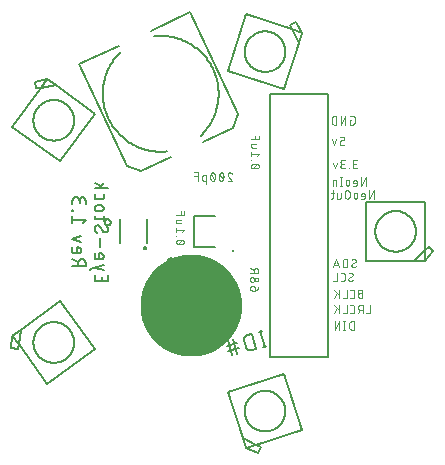
<source format=gbr>
G04 EAGLE Gerber RS-274X export*
G75*
%MOMM*%
%FSLAX34Y34*%
%LPD*%
%INSilkscreen Bottom*%
%IPPOS*%
%AMOC8*
5,1,8,0,0,1.08239X$1,22.5*%
G01*
%ADD10C,0.152400*%
%ADD11C,5.080000*%
%ADD12C,0.177800*%
%ADD13C,0.101600*%
%ADD14C,0.203200*%
%ADD15C,0.127000*%
%ADD16C,0.100000*%


D10*
X-94640Y-37191D02*
X-94640Y-42158D01*
X-83464Y-42158D01*
X-83464Y-37191D01*
X-88432Y-38433D02*
X-88432Y-42158D01*
X-98366Y-33184D02*
X-98366Y-31942D01*
X-87190Y-28217D01*
X-87190Y-33184D02*
X-94640Y-30700D01*
X-94640Y-21796D02*
X-94640Y-18692D01*
X-94641Y-21796D02*
X-94639Y-21880D01*
X-94634Y-21963D01*
X-94624Y-22046D01*
X-94611Y-22129D01*
X-94594Y-22211D01*
X-94574Y-22292D01*
X-94550Y-22372D01*
X-94522Y-22451D01*
X-94491Y-22528D01*
X-94457Y-22604D01*
X-94419Y-22679D01*
X-94377Y-22752D01*
X-94333Y-22822D01*
X-94285Y-22891D01*
X-94235Y-22958D01*
X-94181Y-23022D01*
X-94125Y-23083D01*
X-94065Y-23143D01*
X-94004Y-23199D01*
X-93940Y-23253D01*
X-93873Y-23303D01*
X-93804Y-23351D01*
X-93734Y-23395D01*
X-93661Y-23437D01*
X-93586Y-23475D01*
X-93510Y-23509D01*
X-93433Y-23540D01*
X-93354Y-23568D01*
X-93274Y-23592D01*
X-93193Y-23612D01*
X-93111Y-23629D01*
X-93028Y-23642D01*
X-92945Y-23652D01*
X-92862Y-23657D01*
X-92778Y-23659D01*
X-89673Y-23659D01*
X-89574Y-23657D01*
X-89476Y-23651D01*
X-89377Y-23641D01*
X-89280Y-23628D01*
X-89182Y-23610D01*
X-89086Y-23589D01*
X-88990Y-23563D01*
X-88896Y-23534D01*
X-88803Y-23502D01*
X-88711Y-23465D01*
X-88621Y-23425D01*
X-88532Y-23381D01*
X-88445Y-23334D01*
X-88360Y-23284D01*
X-88278Y-23230D01*
X-88197Y-23173D01*
X-88119Y-23113D01*
X-88043Y-23049D01*
X-87970Y-22983D01*
X-87899Y-22914D01*
X-87831Y-22842D01*
X-87767Y-22767D01*
X-87705Y-22690D01*
X-87646Y-22611D01*
X-87591Y-22529D01*
X-87538Y-22445D01*
X-87490Y-22360D01*
X-87444Y-22272D01*
X-87402Y-22182D01*
X-87364Y-22091D01*
X-87330Y-21999D01*
X-87299Y-21905D01*
X-87272Y-21810D01*
X-87248Y-21714D01*
X-87229Y-21617D01*
X-87213Y-21520D01*
X-87201Y-21422D01*
X-87193Y-21323D01*
X-87189Y-21224D01*
X-87189Y-21126D01*
X-87193Y-21027D01*
X-87201Y-20928D01*
X-87213Y-20830D01*
X-87229Y-20733D01*
X-87248Y-20636D01*
X-87272Y-20540D01*
X-87299Y-20445D01*
X-87330Y-20351D01*
X-87364Y-20259D01*
X-87402Y-20168D01*
X-87444Y-20078D01*
X-87490Y-19990D01*
X-87538Y-19905D01*
X-87591Y-19821D01*
X-87646Y-19739D01*
X-87705Y-19660D01*
X-87767Y-19583D01*
X-87831Y-19508D01*
X-87899Y-19436D01*
X-87970Y-19367D01*
X-88043Y-19301D01*
X-88119Y-19237D01*
X-88197Y-19177D01*
X-88278Y-19120D01*
X-88360Y-19066D01*
X-88445Y-19016D01*
X-88532Y-18969D01*
X-88621Y-18925D01*
X-88711Y-18885D01*
X-88803Y-18848D01*
X-88896Y-18816D01*
X-88990Y-18787D01*
X-89086Y-18761D01*
X-89182Y-18740D01*
X-89280Y-18722D01*
X-89377Y-18709D01*
X-89476Y-18699D01*
X-89574Y-18693D01*
X-89673Y-18691D01*
X-89673Y-18692D02*
X-90915Y-18692D01*
X-90915Y-23659D01*
X-90294Y-13470D02*
X-90294Y-6020D01*
X-94641Y2687D02*
X-94639Y2784D01*
X-94633Y2882D01*
X-94624Y2979D01*
X-94610Y3076D01*
X-94593Y3172D01*
X-94572Y3267D01*
X-94548Y3361D01*
X-94519Y3455D01*
X-94487Y3547D01*
X-94452Y3638D01*
X-94413Y3727D01*
X-94370Y3815D01*
X-94324Y3901D01*
X-94275Y3985D01*
X-94222Y4067D01*
X-94167Y4147D01*
X-94108Y4225D01*
X-94046Y4300D01*
X-93981Y4373D01*
X-93913Y4443D01*
X-93843Y4511D01*
X-93770Y4576D01*
X-93695Y4638D01*
X-93617Y4697D01*
X-93537Y4752D01*
X-93455Y4805D01*
X-93371Y4854D01*
X-93285Y4900D01*
X-93197Y4943D01*
X-93108Y4982D01*
X-93017Y5017D01*
X-92925Y5049D01*
X-92831Y5078D01*
X-92737Y5102D01*
X-92642Y5123D01*
X-92546Y5140D01*
X-92449Y5154D01*
X-92352Y5163D01*
X-92255Y5169D01*
X-92157Y5171D01*
X-94641Y2687D02*
X-94639Y2544D01*
X-94633Y2401D01*
X-94624Y2259D01*
X-94610Y2117D01*
X-94592Y1975D01*
X-94571Y1834D01*
X-94546Y1693D01*
X-94517Y1553D01*
X-94484Y1414D01*
X-94448Y1276D01*
X-94407Y1139D01*
X-94363Y1003D01*
X-94316Y868D01*
X-94264Y735D01*
X-94209Y603D01*
X-94151Y473D01*
X-94089Y344D01*
X-94023Y217D01*
X-93954Y92D01*
X-93882Y-31D01*
X-93806Y-152D01*
X-93728Y-271D01*
X-93645Y-388D01*
X-93560Y-503D01*
X-93472Y-615D01*
X-93380Y-725D01*
X-93286Y-832D01*
X-93189Y-937D01*
X-93089Y-1039D01*
X-85948Y-729D02*
X-85850Y-727D01*
X-85753Y-721D01*
X-85656Y-712D01*
X-85559Y-698D01*
X-85463Y-681D01*
X-85368Y-660D01*
X-85274Y-636D01*
X-85180Y-607D01*
X-85088Y-575D01*
X-84997Y-540D01*
X-84908Y-501D01*
X-84820Y-458D01*
X-84734Y-412D01*
X-84650Y-363D01*
X-84568Y-310D01*
X-84488Y-255D01*
X-84410Y-196D01*
X-84335Y-134D01*
X-84262Y-69D01*
X-84192Y-1D01*
X-84124Y69D01*
X-84059Y142D01*
X-83997Y217D01*
X-83938Y295D01*
X-83883Y375D01*
X-83830Y457D01*
X-83781Y541D01*
X-83735Y627D01*
X-83692Y715D01*
X-83653Y804D01*
X-83618Y895D01*
X-83586Y987D01*
X-83557Y1081D01*
X-83533Y1175D01*
X-83512Y1270D01*
X-83495Y1366D01*
X-83481Y1463D01*
X-83472Y1560D01*
X-83466Y1657D01*
X-83464Y1755D01*
X-83466Y1885D01*
X-83471Y2015D01*
X-83480Y2145D01*
X-83493Y2275D01*
X-83509Y2404D01*
X-83529Y2533D01*
X-83553Y2661D01*
X-83580Y2789D01*
X-83611Y2915D01*
X-83645Y3041D01*
X-83683Y3166D01*
X-83724Y3289D01*
X-83769Y3412D01*
X-83817Y3533D01*
X-83868Y3653D01*
X-83923Y3771D01*
X-83981Y3887D01*
X-84042Y4002D01*
X-84107Y4116D01*
X-84174Y4227D01*
X-84245Y4336D01*
X-84319Y4444D01*
X-84395Y4549D01*
X-88121Y514D02*
X-88070Y431D01*
X-88016Y350D01*
X-87959Y272D01*
X-87899Y196D01*
X-87836Y122D01*
X-87770Y51D01*
X-87702Y-18D01*
X-87631Y-84D01*
X-87558Y-148D01*
X-87482Y-208D01*
X-87404Y-265D01*
X-87323Y-320D01*
X-87241Y-371D01*
X-87157Y-419D01*
X-87071Y-464D01*
X-86983Y-506D01*
X-86894Y-544D01*
X-86804Y-578D01*
X-86712Y-610D01*
X-86619Y-637D01*
X-86525Y-661D01*
X-86430Y-682D01*
X-86334Y-698D01*
X-86238Y-711D01*
X-86142Y-721D01*
X-86045Y-726D01*
X-85948Y-728D01*
X-89984Y3928D02*
X-90035Y4011D01*
X-90089Y4092D01*
X-90146Y4170D01*
X-90206Y4246D01*
X-90269Y4320D01*
X-90335Y4391D01*
X-90403Y4460D01*
X-90474Y4526D01*
X-90547Y4590D01*
X-90623Y4650D01*
X-90701Y4707D01*
X-90782Y4762D01*
X-90864Y4813D01*
X-90948Y4861D01*
X-91034Y4906D01*
X-91122Y4948D01*
X-91211Y4986D01*
X-91301Y5020D01*
X-91393Y5052D01*
X-91486Y5079D01*
X-91580Y5103D01*
X-91675Y5124D01*
X-91771Y5140D01*
X-91867Y5153D01*
X-91963Y5163D01*
X-92060Y5168D01*
X-92157Y5170D01*
X-89984Y3929D02*
X-88121Y514D01*
X-87190Y8851D02*
X-87190Y12576D01*
X-83464Y10092D02*
X-92778Y10092D01*
X-92862Y10094D01*
X-92945Y10100D01*
X-93028Y10109D01*
X-93111Y10122D01*
X-93193Y10139D01*
X-93274Y10159D01*
X-93354Y10183D01*
X-93433Y10211D01*
X-93510Y10242D01*
X-93586Y10276D01*
X-93661Y10314D01*
X-93734Y10356D01*
X-93804Y10400D01*
X-93873Y10448D01*
X-93940Y10498D01*
X-94004Y10552D01*
X-94065Y10608D01*
X-94125Y10668D01*
X-94181Y10729D01*
X-94235Y10793D01*
X-94285Y10860D01*
X-94333Y10929D01*
X-94377Y10999D01*
X-94419Y11072D01*
X-94457Y11147D01*
X-94491Y11223D01*
X-94522Y11300D01*
X-94550Y11379D01*
X-94574Y11459D01*
X-94594Y11540D01*
X-94611Y11622D01*
X-94624Y11705D01*
X-94634Y11788D01*
X-94639Y11871D01*
X-94641Y11955D01*
X-94640Y11955D02*
X-94640Y12576D01*
X-92157Y17108D02*
X-89673Y17108D01*
X-89574Y17110D01*
X-89476Y17116D01*
X-89377Y17126D01*
X-89280Y17139D01*
X-89182Y17157D01*
X-89086Y17178D01*
X-88990Y17204D01*
X-88896Y17233D01*
X-88803Y17265D01*
X-88711Y17302D01*
X-88621Y17342D01*
X-88532Y17386D01*
X-88445Y17433D01*
X-88360Y17483D01*
X-88278Y17537D01*
X-88197Y17594D01*
X-88119Y17654D01*
X-88043Y17718D01*
X-87970Y17784D01*
X-87899Y17853D01*
X-87831Y17925D01*
X-87767Y18000D01*
X-87705Y18077D01*
X-87646Y18156D01*
X-87591Y18238D01*
X-87538Y18322D01*
X-87490Y18407D01*
X-87444Y18495D01*
X-87402Y18585D01*
X-87364Y18676D01*
X-87330Y18768D01*
X-87299Y18862D01*
X-87272Y18957D01*
X-87248Y19053D01*
X-87229Y19150D01*
X-87213Y19247D01*
X-87201Y19345D01*
X-87193Y19444D01*
X-87189Y19543D01*
X-87189Y19641D01*
X-87193Y19740D01*
X-87201Y19839D01*
X-87213Y19937D01*
X-87229Y20034D01*
X-87248Y20131D01*
X-87272Y20227D01*
X-87299Y20322D01*
X-87330Y20416D01*
X-87364Y20508D01*
X-87402Y20599D01*
X-87444Y20689D01*
X-87490Y20777D01*
X-87538Y20862D01*
X-87591Y20946D01*
X-87646Y21028D01*
X-87705Y21107D01*
X-87767Y21184D01*
X-87831Y21259D01*
X-87899Y21331D01*
X-87970Y21400D01*
X-88043Y21466D01*
X-88119Y21530D01*
X-88197Y21590D01*
X-88278Y21647D01*
X-88360Y21701D01*
X-88445Y21751D01*
X-88532Y21798D01*
X-88621Y21842D01*
X-88711Y21882D01*
X-88803Y21919D01*
X-88896Y21951D01*
X-88990Y21980D01*
X-89086Y22006D01*
X-89182Y22027D01*
X-89280Y22045D01*
X-89377Y22058D01*
X-89476Y22068D01*
X-89574Y22074D01*
X-89673Y22076D01*
X-89673Y22075D02*
X-92157Y22075D01*
X-92157Y22076D02*
X-92256Y22074D01*
X-92354Y22068D01*
X-92453Y22058D01*
X-92550Y22045D01*
X-92648Y22027D01*
X-92744Y22006D01*
X-92840Y21980D01*
X-92934Y21951D01*
X-93027Y21919D01*
X-93119Y21882D01*
X-93209Y21842D01*
X-93298Y21798D01*
X-93385Y21751D01*
X-93470Y21701D01*
X-93552Y21647D01*
X-93633Y21590D01*
X-93711Y21530D01*
X-93787Y21466D01*
X-93860Y21400D01*
X-93931Y21331D01*
X-93999Y21259D01*
X-94063Y21184D01*
X-94125Y21107D01*
X-94184Y21028D01*
X-94239Y20946D01*
X-94292Y20862D01*
X-94340Y20777D01*
X-94386Y20689D01*
X-94428Y20599D01*
X-94466Y20508D01*
X-94500Y20416D01*
X-94531Y20322D01*
X-94558Y20227D01*
X-94582Y20131D01*
X-94601Y20034D01*
X-94617Y19937D01*
X-94629Y19839D01*
X-94637Y19740D01*
X-94641Y19641D01*
X-94641Y19543D01*
X-94637Y19444D01*
X-94629Y19345D01*
X-94617Y19247D01*
X-94601Y19150D01*
X-94582Y19053D01*
X-94558Y18957D01*
X-94531Y18862D01*
X-94500Y18768D01*
X-94466Y18676D01*
X-94428Y18585D01*
X-94386Y18495D01*
X-94340Y18407D01*
X-94292Y18322D01*
X-94239Y18238D01*
X-94184Y18156D01*
X-94125Y18077D01*
X-94063Y18000D01*
X-93999Y17925D01*
X-93931Y17853D01*
X-93860Y17784D01*
X-93787Y17718D01*
X-93711Y17654D01*
X-93633Y17594D01*
X-93552Y17537D01*
X-93470Y17483D01*
X-93385Y17433D01*
X-93298Y17386D01*
X-93209Y17342D01*
X-93119Y17302D01*
X-93027Y17265D01*
X-92934Y17233D01*
X-92840Y17204D01*
X-92744Y17178D01*
X-92648Y17157D01*
X-92550Y17139D01*
X-92453Y17126D01*
X-92354Y17116D01*
X-92256Y17110D01*
X-92157Y17108D01*
X-94640Y28893D02*
X-94640Y31377D01*
X-94641Y28893D02*
X-94639Y28807D01*
X-94633Y28721D01*
X-94623Y28636D01*
X-94609Y28551D01*
X-94592Y28466D01*
X-94570Y28383D01*
X-94544Y28301D01*
X-94515Y28220D01*
X-94482Y28141D01*
X-94446Y28063D01*
X-94406Y27986D01*
X-94362Y27912D01*
X-94315Y27840D01*
X-94265Y27770D01*
X-94211Y27703D01*
X-94155Y27638D01*
X-94095Y27576D01*
X-94033Y27516D01*
X-93968Y27460D01*
X-93901Y27406D01*
X-93831Y27356D01*
X-93759Y27309D01*
X-93685Y27265D01*
X-93608Y27225D01*
X-93531Y27189D01*
X-93451Y27156D01*
X-93370Y27127D01*
X-93288Y27101D01*
X-93205Y27079D01*
X-93120Y27062D01*
X-93035Y27048D01*
X-92950Y27038D01*
X-92864Y27032D01*
X-92778Y27030D01*
X-92778Y27031D02*
X-89052Y27031D01*
X-89052Y27030D02*
X-88968Y27032D01*
X-88885Y27037D01*
X-88802Y27047D01*
X-88719Y27060D01*
X-88637Y27077D01*
X-88556Y27097D01*
X-88476Y27121D01*
X-88397Y27149D01*
X-88320Y27180D01*
X-88244Y27214D01*
X-88169Y27252D01*
X-88096Y27294D01*
X-88026Y27338D01*
X-87957Y27386D01*
X-87890Y27436D01*
X-87826Y27490D01*
X-87765Y27546D01*
X-87705Y27606D01*
X-87649Y27667D01*
X-87595Y27731D01*
X-87545Y27798D01*
X-87497Y27867D01*
X-87453Y27937D01*
X-87411Y28010D01*
X-87373Y28085D01*
X-87339Y28161D01*
X-87308Y28238D01*
X-87280Y28317D01*
X-87256Y28397D01*
X-87236Y28478D01*
X-87219Y28560D01*
X-87206Y28643D01*
X-87196Y28726D01*
X-87191Y28809D01*
X-87189Y28893D01*
X-87190Y28893D02*
X-87190Y31377D01*
X-83464Y36328D02*
X-94640Y36328D01*
X-90915Y36328D02*
X-87190Y41295D01*
X-89363Y38501D02*
X-94640Y41295D01*
X-102514Y-29779D02*
X-113690Y-29779D01*
X-102514Y-29779D02*
X-102514Y-26675D01*
X-102515Y-26675D02*
X-102517Y-26564D01*
X-102523Y-26454D01*
X-102533Y-26343D01*
X-102547Y-26233D01*
X-102564Y-26124D01*
X-102586Y-26015D01*
X-102611Y-25907D01*
X-102641Y-25801D01*
X-102674Y-25695D01*
X-102711Y-25590D01*
X-102751Y-25487D01*
X-102796Y-25386D01*
X-102843Y-25286D01*
X-102895Y-25187D01*
X-102950Y-25091D01*
X-103008Y-24997D01*
X-103069Y-24905D01*
X-103134Y-24815D01*
X-103202Y-24727D01*
X-103273Y-24642D01*
X-103347Y-24560D01*
X-103424Y-24480D01*
X-103504Y-24403D01*
X-103586Y-24329D01*
X-103671Y-24258D01*
X-103759Y-24190D01*
X-103849Y-24125D01*
X-103941Y-24064D01*
X-104035Y-24006D01*
X-104131Y-23951D01*
X-104230Y-23899D01*
X-104330Y-23852D01*
X-104431Y-23807D01*
X-104534Y-23767D01*
X-104639Y-23730D01*
X-104745Y-23697D01*
X-104851Y-23667D01*
X-104959Y-23642D01*
X-105068Y-23620D01*
X-105177Y-23603D01*
X-105287Y-23589D01*
X-105398Y-23579D01*
X-105508Y-23573D01*
X-105619Y-23571D01*
X-105730Y-23573D01*
X-105840Y-23579D01*
X-105951Y-23589D01*
X-106061Y-23603D01*
X-106170Y-23620D01*
X-106279Y-23642D01*
X-106387Y-23667D01*
X-106493Y-23697D01*
X-106599Y-23730D01*
X-106704Y-23767D01*
X-106807Y-23807D01*
X-106908Y-23852D01*
X-107008Y-23899D01*
X-107107Y-23951D01*
X-107203Y-24006D01*
X-107297Y-24064D01*
X-107389Y-24125D01*
X-107479Y-24190D01*
X-107567Y-24258D01*
X-107652Y-24329D01*
X-107734Y-24403D01*
X-107814Y-24480D01*
X-107891Y-24560D01*
X-107965Y-24642D01*
X-108036Y-24727D01*
X-108104Y-24815D01*
X-108169Y-24905D01*
X-108230Y-24997D01*
X-108288Y-25091D01*
X-108343Y-25187D01*
X-108395Y-25286D01*
X-108442Y-25386D01*
X-108487Y-25487D01*
X-108527Y-25590D01*
X-108564Y-25695D01*
X-108597Y-25801D01*
X-108627Y-25907D01*
X-108652Y-26015D01*
X-108674Y-26124D01*
X-108691Y-26233D01*
X-108705Y-26343D01*
X-108715Y-26454D01*
X-108721Y-26564D01*
X-108723Y-26675D01*
X-108723Y-29779D01*
X-108723Y-26054D02*
X-113690Y-23570D01*
X-113690Y-16720D02*
X-113690Y-13615D01*
X-113691Y-16720D02*
X-113689Y-16804D01*
X-113684Y-16887D01*
X-113674Y-16970D01*
X-113661Y-17053D01*
X-113644Y-17135D01*
X-113624Y-17216D01*
X-113600Y-17296D01*
X-113572Y-17375D01*
X-113541Y-17452D01*
X-113507Y-17528D01*
X-113469Y-17603D01*
X-113427Y-17676D01*
X-113383Y-17746D01*
X-113335Y-17815D01*
X-113285Y-17882D01*
X-113231Y-17946D01*
X-113175Y-18007D01*
X-113115Y-18067D01*
X-113054Y-18123D01*
X-112990Y-18177D01*
X-112923Y-18227D01*
X-112854Y-18275D01*
X-112784Y-18319D01*
X-112711Y-18361D01*
X-112636Y-18399D01*
X-112560Y-18433D01*
X-112483Y-18464D01*
X-112404Y-18492D01*
X-112324Y-18516D01*
X-112243Y-18536D01*
X-112161Y-18553D01*
X-112078Y-18566D01*
X-111995Y-18576D01*
X-111912Y-18581D01*
X-111828Y-18583D01*
X-111828Y-18582D02*
X-108723Y-18582D01*
X-108723Y-18583D02*
X-108624Y-18581D01*
X-108526Y-18575D01*
X-108427Y-18565D01*
X-108330Y-18552D01*
X-108232Y-18534D01*
X-108136Y-18513D01*
X-108040Y-18487D01*
X-107946Y-18458D01*
X-107853Y-18426D01*
X-107761Y-18389D01*
X-107671Y-18349D01*
X-107582Y-18305D01*
X-107495Y-18258D01*
X-107410Y-18208D01*
X-107328Y-18154D01*
X-107247Y-18097D01*
X-107169Y-18037D01*
X-107093Y-17973D01*
X-107020Y-17907D01*
X-106949Y-17838D01*
X-106881Y-17766D01*
X-106817Y-17691D01*
X-106755Y-17614D01*
X-106696Y-17535D01*
X-106641Y-17453D01*
X-106588Y-17369D01*
X-106540Y-17284D01*
X-106494Y-17196D01*
X-106452Y-17106D01*
X-106414Y-17015D01*
X-106380Y-16923D01*
X-106349Y-16829D01*
X-106322Y-16734D01*
X-106298Y-16638D01*
X-106279Y-16541D01*
X-106263Y-16444D01*
X-106251Y-16346D01*
X-106243Y-16247D01*
X-106239Y-16148D01*
X-106239Y-16050D01*
X-106243Y-15951D01*
X-106251Y-15852D01*
X-106263Y-15754D01*
X-106279Y-15657D01*
X-106298Y-15560D01*
X-106322Y-15464D01*
X-106349Y-15369D01*
X-106380Y-15275D01*
X-106414Y-15183D01*
X-106452Y-15092D01*
X-106494Y-15002D01*
X-106540Y-14914D01*
X-106588Y-14829D01*
X-106641Y-14745D01*
X-106696Y-14663D01*
X-106755Y-14584D01*
X-106817Y-14507D01*
X-106881Y-14432D01*
X-106949Y-14360D01*
X-107020Y-14291D01*
X-107093Y-14225D01*
X-107169Y-14161D01*
X-107247Y-14101D01*
X-107328Y-14044D01*
X-107410Y-13990D01*
X-107495Y-13940D01*
X-107582Y-13893D01*
X-107671Y-13849D01*
X-107761Y-13809D01*
X-107853Y-13772D01*
X-107946Y-13740D01*
X-108040Y-13711D01*
X-108136Y-13685D01*
X-108232Y-13664D01*
X-108330Y-13646D01*
X-108427Y-13633D01*
X-108526Y-13623D01*
X-108624Y-13617D01*
X-108723Y-13615D01*
X-109965Y-13615D01*
X-109965Y-18582D01*
X-106240Y-9057D02*
X-113690Y-6574D01*
X-106240Y-4090D01*
X-104998Y6705D02*
X-102514Y9809D01*
X-113690Y9809D01*
X-113690Y6705D02*
X-113690Y12914D01*
X-113690Y17500D02*
X-113070Y17500D01*
X-113070Y18121D01*
X-113690Y18121D01*
X-113690Y17500D01*
X-113690Y22707D02*
X-113690Y25811D01*
X-113688Y25922D01*
X-113682Y26032D01*
X-113672Y26143D01*
X-113658Y26253D01*
X-113641Y26362D01*
X-113619Y26471D01*
X-113594Y26579D01*
X-113564Y26685D01*
X-113531Y26791D01*
X-113494Y26896D01*
X-113454Y26999D01*
X-113409Y27100D01*
X-113362Y27200D01*
X-113310Y27299D01*
X-113255Y27395D01*
X-113197Y27489D01*
X-113136Y27581D01*
X-113071Y27671D01*
X-113003Y27759D01*
X-112932Y27844D01*
X-112858Y27926D01*
X-112781Y28006D01*
X-112701Y28083D01*
X-112619Y28157D01*
X-112534Y28228D01*
X-112446Y28296D01*
X-112356Y28361D01*
X-112264Y28422D01*
X-112170Y28480D01*
X-112074Y28535D01*
X-111975Y28587D01*
X-111875Y28634D01*
X-111774Y28679D01*
X-111671Y28719D01*
X-111566Y28756D01*
X-111460Y28789D01*
X-111354Y28819D01*
X-111246Y28844D01*
X-111137Y28866D01*
X-111028Y28883D01*
X-110918Y28897D01*
X-110807Y28907D01*
X-110697Y28913D01*
X-110586Y28915D01*
X-110475Y28913D01*
X-110365Y28907D01*
X-110254Y28897D01*
X-110144Y28883D01*
X-110035Y28866D01*
X-109926Y28844D01*
X-109818Y28819D01*
X-109712Y28789D01*
X-109606Y28756D01*
X-109501Y28719D01*
X-109398Y28679D01*
X-109297Y28634D01*
X-109197Y28587D01*
X-109098Y28535D01*
X-109002Y28480D01*
X-108908Y28422D01*
X-108816Y28361D01*
X-108726Y28296D01*
X-108638Y28228D01*
X-108553Y28157D01*
X-108471Y28083D01*
X-108391Y28006D01*
X-108314Y27926D01*
X-108240Y27844D01*
X-108169Y27759D01*
X-108101Y27671D01*
X-108036Y27581D01*
X-107975Y27489D01*
X-107917Y27395D01*
X-107862Y27299D01*
X-107810Y27200D01*
X-107763Y27100D01*
X-107718Y26999D01*
X-107678Y26896D01*
X-107641Y26791D01*
X-107608Y26685D01*
X-107578Y26579D01*
X-107553Y26471D01*
X-107531Y26362D01*
X-107514Y26253D01*
X-107500Y26143D01*
X-107490Y26032D01*
X-107484Y25922D01*
X-107482Y25811D01*
X-102514Y26432D02*
X-102514Y22707D01*
X-102514Y26432D02*
X-102516Y26531D01*
X-102522Y26629D01*
X-102532Y26728D01*
X-102545Y26825D01*
X-102563Y26923D01*
X-102584Y27019D01*
X-102610Y27115D01*
X-102639Y27209D01*
X-102671Y27302D01*
X-102708Y27394D01*
X-102748Y27484D01*
X-102792Y27573D01*
X-102839Y27660D01*
X-102889Y27745D01*
X-102943Y27827D01*
X-103000Y27908D01*
X-103060Y27986D01*
X-103124Y28062D01*
X-103190Y28135D01*
X-103259Y28206D01*
X-103331Y28274D01*
X-103406Y28338D01*
X-103483Y28400D01*
X-103562Y28459D01*
X-103644Y28514D01*
X-103728Y28567D01*
X-103813Y28615D01*
X-103901Y28661D01*
X-103991Y28703D01*
X-104082Y28741D01*
X-104174Y28775D01*
X-104268Y28806D01*
X-104363Y28833D01*
X-104459Y28857D01*
X-104556Y28876D01*
X-104653Y28892D01*
X-104751Y28904D01*
X-104850Y28912D01*
X-104949Y28916D01*
X-105047Y28916D01*
X-105146Y28912D01*
X-105245Y28904D01*
X-105343Y28892D01*
X-105440Y28876D01*
X-105537Y28857D01*
X-105633Y28833D01*
X-105728Y28806D01*
X-105822Y28775D01*
X-105914Y28741D01*
X-106005Y28703D01*
X-106095Y28661D01*
X-106183Y28615D01*
X-106268Y28567D01*
X-106352Y28514D01*
X-106434Y28459D01*
X-106513Y28400D01*
X-106590Y28338D01*
X-106665Y28274D01*
X-106737Y28206D01*
X-106806Y28135D01*
X-106872Y28062D01*
X-106936Y27986D01*
X-106996Y27908D01*
X-107053Y27827D01*
X-107107Y27745D01*
X-107157Y27660D01*
X-107204Y27573D01*
X-107248Y27484D01*
X-107288Y27394D01*
X-107325Y27302D01*
X-107357Y27209D01*
X-107386Y27115D01*
X-107412Y27019D01*
X-107433Y26923D01*
X-107451Y26825D01*
X-107464Y26728D01*
X-107474Y26629D01*
X-107480Y26531D01*
X-107482Y26432D01*
X-107482Y23948D01*
D11*
X-30541Y-62916D02*
X-30536Y-62486D01*
X-30520Y-62057D01*
X-30494Y-61628D01*
X-30457Y-61200D01*
X-30409Y-60772D01*
X-30351Y-60347D01*
X-30283Y-59922D01*
X-30205Y-59500D01*
X-30116Y-59079D01*
X-30016Y-58661D01*
X-29907Y-58246D01*
X-29787Y-57833D01*
X-29657Y-57423D01*
X-29517Y-57017D01*
X-29368Y-56614D01*
X-29208Y-56215D01*
X-29039Y-55820D01*
X-28860Y-55429D01*
X-28671Y-55043D01*
X-28473Y-54661D01*
X-28266Y-54285D01*
X-28050Y-53914D01*
X-27824Y-53548D01*
X-27590Y-53187D01*
X-27347Y-52833D01*
X-27095Y-52485D01*
X-26835Y-52143D01*
X-26566Y-51807D01*
X-26289Y-51478D01*
X-26005Y-51156D01*
X-25712Y-50841D01*
X-25412Y-50534D01*
X-25105Y-50234D01*
X-24790Y-49941D01*
X-24468Y-49657D01*
X-24139Y-49380D01*
X-23803Y-49111D01*
X-23461Y-48851D01*
X-23113Y-48599D01*
X-22759Y-48356D01*
X-22398Y-48122D01*
X-22032Y-47896D01*
X-21661Y-47680D01*
X-21285Y-47473D01*
X-20903Y-47275D01*
X-20517Y-47086D01*
X-20126Y-46907D01*
X-19731Y-46738D01*
X-19332Y-46578D01*
X-18929Y-46429D01*
X-18523Y-46289D01*
X-18113Y-46159D01*
X-17700Y-46039D01*
X-17285Y-45930D01*
X-16867Y-45830D01*
X-16446Y-45741D01*
X-16024Y-45663D01*
X-15599Y-45595D01*
X-15174Y-45537D01*
X-14746Y-45489D01*
X-14318Y-45452D01*
X-13889Y-45426D01*
X-13460Y-45410D01*
X-13030Y-45405D01*
X-12600Y-45410D01*
X-12171Y-45426D01*
X-11742Y-45452D01*
X-11314Y-45489D01*
X-10886Y-45537D01*
X-10461Y-45595D01*
X-10036Y-45663D01*
X-9614Y-45741D01*
X-9193Y-45830D01*
X-8775Y-45930D01*
X-8360Y-46039D01*
X-7947Y-46159D01*
X-7537Y-46289D01*
X-7131Y-46429D01*
X-6728Y-46578D01*
X-6329Y-46738D01*
X-5934Y-46907D01*
X-5543Y-47086D01*
X-5157Y-47275D01*
X-4775Y-47473D01*
X-4399Y-47680D01*
X-4028Y-47896D01*
X-3662Y-48122D01*
X-3301Y-48356D01*
X-2947Y-48599D01*
X-2599Y-48851D01*
X-2257Y-49111D01*
X-1921Y-49380D01*
X-1592Y-49657D01*
X-1270Y-49941D01*
X-955Y-50234D01*
X-648Y-50534D01*
X-348Y-50841D01*
X-55Y-51156D01*
X229Y-51478D01*
X506Y-51807D01*
X775Y-52143D01*
X1035Y-52485D01*
X1287Y-52833D01*
X1530Y-53187D01*
X1764Y-53548D01*
X1990Y-53914D01*
X2206Y-54285D01*
X2413Y-54661D01*
X2611Y-55043D01*
X2800Y-55429D01*
X2979Y-55820D01*
X3148Y-56215D01*
X3308Y-56614D01*
X3457Y-57017D01*
X3597Y-57423D01*
X3727Y-57833D01*
X3847Y-58246D01*
X3956Y-58661D01*
X4056Y-59079D01*
X4145Y-59500D01*
X4223Y-59922D01*
X4291Y-60347D01*
X4349Y-60772D01*
X4397Y-61200D01*
X4434Y-61628D01*
X4460Y-62057D01*
X4476Y-62486D01*
X4481Y-62916D01*
X4476Y-63346D01*
X4460Y-63775D01*
X4434Y-64204D01*
X4397Y-64632D01*
X4349Y-65060D01*
X4291Y-65485D01*
X4223Y-65910D01*
X4145Y-66332D01*
X4056Y-66753D01*
X3956Y-67171D01*
X3847Y-67586D01*
X3727Y-67999D01*
X3597Y-68409D01*
X3457Y-68815D01*
X3308Y-69218D01*
X3148Y-69617D01*
X2979Y-70012D01*
X2800Y-70403D01*
X2611Y-70789D01*
X2413Y-71171D01*
X2206Y-71547D01*
X1990Y-71918D01*
X1764Y-72284D01*
X1530Y-72645D01*
X1287Y-72999D01*
X1035Y-73347D01*
X775Y-73689D01*
X506Y-74025D01*
X229Y-74354D01*
X-55Y-74676D01*
X-348Y-74991D01*
X-648Y-75298D01*
X-955Y-75598D01*
X-1270Y-75891D01*
X-1592Y-76175D01*
X-1921Y-76452D01*
X-2257Y-76721D01*
X-2599Y-76981D01*
X-2947Y-77233D01*
X-3301Y-77476D01*
X-3662Y-77710D01*
X-4028Y-77936D01*
X-4399Y-78152D01*
X-4775Y-78359D01*
X-5157Y-78557D01*
X-5543Y-78746D01*
X-5934Y-78925D01*
X-6329Y-79094D01*
X-6728Y-79254D01*
X-7131Y-79403D01*
X-7537Y-79543D01*
X-7947Y-79673D01*
X-8360Y-79793D01*
X-8775Y-79902D01*
X-9193Y-80002D01*
X-9614Y-80091D01*
X-10036Y-80169D01*
X-10461Y-80237D01*
X-10886Y-80295D01*
X-11314Y-80343D01*
X-11742Y-80380D01*
X-12171Y-80406D01*
X-12600Y-80422D01*
X-13030Y-80427D01*
X-13460Y-80422D01*
X-13889Y-80406D01*
X-14318Y-80380D01*
X-14746Y-80343D01*
X-15174Y-80295D01*
X-15599Y-80237D01*
X-16024Y-80169D01*
X-16446Y-80091D01*
X-16867Y-80002D01*
X-17285Y-79902D01*
X-17700Y-79793D01*
X-18113Y-79673D01*
X-18523Y-79543D01*
X-18929Y-79403D01*
X-19332Y-79254D01*
X-19731Y-79094D01*
X-20126Y-78925D01*
X-20517Y-78746D01*
X-20903Y-78557D01*
X-21285Y-78359D01*
X-21661Y-78152D01*
X-22032Y-77936D01*
X-22398Y-77710D01*
X-22759Y-77476D01*
X-23113Y-77233D01*
X-23461Y-76981D01*
X-23803Y-76721D01*
X-24139Y-76452D01*
X-24468Y-76175D01*
X-24790Y-75891D01*
X-25105Y-75598D01*
X-25412Y-75298D01*
X-25712Y-74991D01*
X-26005Y-74676D01*
X-26289Y-74354D01*
X-26566Y-74025D01*
X-26835Y-73689D01*
X-27095Y-73347D01*
X-27347Y-72999D01*
X-27590Y-72645D01*
X-27824Y-72284D01*
X-28050Y-71918D01*
X-28266Y-71547D01*
X-28473Y-71171D01*
X-28671Y-70789D01*
X-28860Y-70403D01*
X-29039Y-70012D01*
X-29208Y-69617D01*
X-29368Y-69218D01*
X-29517Y-68815D01*
X-29657Y-68409D01*
X-29787Y-67999D01*
X-29907Y-67586D01*
X-30016Y-67171D01*
X-30116Y-66753D01*
X-30205Y-66332D01*
X-30283Y-65910D01*
X-30351Y-65485D01*
X-30409Y-65060D01*
X-30457Y-64632D01*
X-30494Y-64204D01*
X-30520Y-63775D01*
X-30536Y-63346D01*
X-30541Y-62916D01*
D12*
X45570Y-84723D02*
X49054Y-97726D01*
X50499Y-97339D02*
X47609Y-98113D01*
X44125Y-85110D02*
X47014Y-84336D01*
X38163Y-86707D02*
X41647Y-99711D01*
X38163Y-86707D02*
X34551Y-87675D01*
X34436Y-87708D01*
X34322Y-87745D01*
X34209Y-87785D01*
X34097Y-87829D01*
X33987Y-87876D01*
X33879Y-87927D01*
X33772Y-87981D01*
X33667Y-88039D01*
X33564Y-88100D01*
X33463Y-88164D01*
X33363Y-88232D01*
X33267Y-88303D01*
X33172Y-88376D01*
X33080Y-88453D01*
X32991Y-88533D01*
X32904Y-88615D01*
X32819Y-88700D01*
X32738Y-88788D01*
X32659Y-88879D01*
X32583Y-88971D01*
X32511Y-89067D01*
X32441Y-89164D01*
X32375Y-89264D01*
X32311Y-89366D01*
X32251Y-89470D01*
X32195Y-89575D01*
X32142Y-89683D01*
X32092Y-89792D01*
X32046Y-89902D01*
X32003Y-90014D01*
X31964Y-90128D01*
X31929Y-90242D01*
X31897Y-90358D01*
X31869Y-90474D01*
X31845Y-90592D01*
X31825Y-90710D01*
X31808Y-90829D01*
X31795Y-90948D01*
X31786Y-91067D01*
X31781Y-91187D01*
X31780Y-91307D01*
X31783Y-91427D01*
X31789Y-91546D01*
X31799Y-91666D01*
X31813Y-91785D01*
X31831Y-91903D01*
X31853Y-92021D01*
X31878Y-92138D01*
X31907Y-92255D01*
X33456Y-98034D01*
X33456Y-98035D02*
X33489Y-98150D01*
X33526Y-98264D01*
X33566Y-98377D01*
X33610Y-98489D01*
X33657Y-98599D01*
X33708Y-98707D01*
X33762Y-98814D01*
X33820Y-98919D01*
X33881Y-99022D01*
X33945Y-99123D01*
X34013Y-99223D01*
X34084Y-99319D01*
X34157Y-99414D01*
X34234Y-99506D01*
X34314Y-99595D01*
X34396Y-99682D01*
X34481Y-99767D01*
X34569Y-99848D01*
X34660Y-99927D01*
X34752Y-100003D01*
X34848Y-100075D01*
X34945Y-100145D01*
X35045Y-100211D01*
X35147Y-100275D01*
X35251Y-100335D01*
X35356Y-100391D01*
X35464Y-100444D01*
X35573Y-100494D01*
X35683Y-100540D01*
X35795Y-100583D01*
X35909Y-100622D01*
X36023Y-100657D01*
X36139Y-100689D01*
X36255Y-100717D01*
X36373Y-100741D01*
X36491Y-100761D01*
X36610Y-100778D01*
X36729Y-100791D01*
X36848Y-100800D01*
X36968Y-100805D01*
X37088Y-100806D01*
X37208Y-100803D01*
X37327Y-100797D01*
X37447Y-100787D01*
X37566Y-100773D01*
X37684Y-100755D01*
X37802Y-100733D01*
X37919Y-100708D01*
X38036Y-100679D01*
X38035Y-100679D02*
X41647Y-99711D01*
X27105Y-98962D02*
X18436Y-101285D01*
X17275Y-96950D02*
X25944Y-94627D01*
X22615Y-90874D02*
X26099Y-103877D01*
X21765Y-105038D02*
X18281Y-92035D01*
D13*
X121398Y94350D02*
X122583Y94350D01*
X121398Y94350D02*
X121398Y90399D01*
X123769Y90399D01*
X123847Y90401D01*
X123924Y90407D01*
X124001Y90416D01*
X124077Y90429D01*
X124153Y90446D01*
X124228Y90467D01*
X124301Y90491D01*
X124374Y90519D01*
X124445Y90551D01*
X124514Y90586D01*
X124581Y90624D01*
X124647Y90665D01*
X124710Y90710D01*
X124771Y90758D01*
X124830Y90808D01*
X124886Y90862D01*
X124940Y90918D01*
X124990Y90977D01*
X125038Y91038D01*
X125083Y91101D01*
X125124Y91167D01*
X125162Y91234D01*
X125197Y91303D01*
X125229Y91374D01*
X125257Y91447D01*
X125281Y91520D01*
X125302Y91595D01*
X125319Y91671D01*
X125332Y91747D01*
X125341Y91824D01*
X125347Y91901D01*
X125349Y91979D01*
X125349Y95930D01*
X125347Y96008D01*
X125341Y96085D01*
X125332Y96162D01*
X125319Y96238D01*
X125302Y96314D01*
X125281Y96389D01*
X125257Y96462D01*
X125229Y96535D01*
X125197Y96606D01*
X125162Y96675D01*
X125124Y96742D01*
X125083Y96808D01*
X125038Y96871D01*
X124990Y96932D01*
X124940Y96991D01*
X124886Y97047D01*
X124830Y97101D01*
X124771Y97151D01*
X124710Y97199D01*
X124647Y97244D01*
X124581Y97285D01*
X124514Y97323D01*
X124445Y97358D01*
X124374Y97390D01*
X124301Y97418D01*
X124228Y97442D01*
X124153Y97463D01*
X124077Y97480D01*
X124001Y97493D01*
X123924Y97502D01*
X123847Y97508D01*
X123769Y97510D01*
X123769Y97511D02*
X121398Y97511D01*
X117546Y97511D02*
X117546Y90399D01*
X113595Y90399D02*
X117546Y97511D01*
X113595Y97511D02*
X113595Y90399D01*
X109743Y90399D02*
X109743Y97511D01*
X107768Y97511D01*
X107682Y97509D01*
X107596Y97503D01*
X107510Y97494D01*
X107425Y97481D01*
X107340Y97464D01*
X107257Y97444D01*
X107174Y97420D01*
X107092Y97392D01*
X107012Y97361D01*
X106933Y97326D01*
X106856Y97288D01*
X106780Y97246D01*
X106706Y97202D01*
X106635Y97154D01*
X106565Y97103D01*
X106498Y97049D01*
X106433Y96992D01*
X106371Y96932D01*
X106311Y96870D01*
X106254Y96805D01*
X106200Y96738D01*
X106149Y96668D01*
X106101Y96597D01*
X106057Y96523D01*
X106015Y96447D01*
X105977Y96370D01*
X105942Y96291D01*
X105911Y96211D01*
X105883Y96129D01*
X105859Y96046D01*
X105839Y95963D01*
X105822Y95878D01*
X105809Y95793D01*
X105800Y95707D01*
X105794Y95621D01*
X105792Y95535D01*
X105792Y92374D01*
X105794Y92288D01*
X105800Y92202D01*
X105809Y92116D01*
X105822Y92031D01*
X105839Y91946D01*
X105859Y91863D01*
X105883Y91780D01*
X105911Y91698D01*
X105942Y91618D01*
X105977Y91539D01*
X106015Y91462D01*
X106057Y91386D01*
X106101Y91312D01*
X106149Y91241D01*
X106200Y91171D01*
X106254Y91104D01*
X106311Y91039D01*
X106371Y90977D01*
X106433Y90917D01*
X106498Y90860D01*
X106565Y90806D01*
X106635Y90755D01*
X106706Y90707D01*
X106780Y90663D01*
X106856Y90621D01*
X106933Y90583D01*
X107012Y90548D01*
X107092Y90517D01*
X107174Y90489D01*
X107257Y90465D01*
X107340Y90445D01*
X107425Y90428D01*
X107510Y90415D01*
X107596Y90406D01*
X107682Y90400D01*
X107768Y90398D01*
X107768Y90399D02*
X109743Y90399D01*
X114292Y73076D02*
X116662Y73076D01*
X114292Y73076D02*
X114214Y73078D01*
X114137Y73084D01*
X114060Y73093D01*
X113984Y73106D01*
X113908Y73123D01*
X113833Y73144D01*
X113760Y73168D01*
X113687Y73196D01*
X113616Y73228D01*
X113547Y73263D01*
X113480Y73301D01*
X113414Y73342D01*
X113351Y73387D01*
X113290Y73435D01*
X113231Y73485D01*
X113175Y73539D01*
X113121Y73595D01*
X113071Y73654D01*
X113023Y73715D01*
X112978Y73778D01*
X112937Y73844D01*
X112899Y73911D01*
X112864Y73980D01*
X112832Y74051D01*
X112804Y74124D01*
X112780Y74197D01*
X112759Y74272D01*
X112742Y74348D01*
X112729Y74424D01*
X112720Y74501D01*
X112714Y74578D01*
X112712Y74656D01*
X112711Y74656D02*
X112711Y75446D01*
X112712Y75446D02*
X112714Y75524D01*
X112720Y75601D01*
X112729Y75678D01*
X112742Y75754D01*
X112759Y75830D01*
X112780Y75905D01*
X112804Y75978D01*
X112832Y76051D01*
X112864Y76122D01*
X112899Y76191D01*
X112937Y76258D01*
X112978Y76324D01*
X113023Y76387D01*
X113071Y76448D01*
X113121Y76507D01*
X113175Y76563D01*
X113231Y76617D01*
X113290Y76667D01*
X113351Y76715D01*
X113414Y76760D01*
X113480Y76801D01*
X113547Y76839D01*
X113616Y76874D01*
X113687Y76906D01*
X113760Y76934D01*
X113833Y76958D01*
X113908Y76979D01*
X113984Y76996D01*
X114060Y77009D01*
X114137Y77018D01*
X114214Y77024D01*
X114292Y77026D01*
X114292Y77027D02*
X116662Y77027D01*
X116662Y80188D01*
X112711Y80188D01*
X109683Y77817D02*
X108103Y73076D01*
X106523Y77817D01*
X125532Y53188D02*
X127508Y53188D01*
X125532Y53187D02*
X125445Y53189D01*
X125357Y53195D01*
X125270Y53204D01*
X125184Y53218D01*
X125098Y53235D01*
X125014Y53256D01*
X124930Y53281D01*
X124847Y53310D01*
X124766Y53342D01*
X124686Y53377D01*
X124608Y53416D01*
X124531Y53459D01*
X124457Y53505D01*
X124385Y53554D01*
X124315Y53606D01*
X124247Y53662D01*
X124182Y53720D01*
X124119Y53781D01*
X124060Y53845D01*
X124003Y53912D01*
X123949Y53980D01*
X123898Y54052D01*
X123851Y54125D01*
X123806Y54200D01*
X123765Y54278D01*
X123728Y54357D01*
X123694Y54437D01*
X123664Y54519D01*
X123637Y54602D01*
X123614Y54687D01*
X123595Y54772D01*
X123580Y54858D01*
X123568Y54945D01*
X123560Y55032D01*
X123556Y55119D01*
X123556Y55207D01*
X123560Y55294D01*
X123568Y55381D01*
X123580Y55468D01*
X123595Y55554D01*
X123614Y55639D01*
X123637Y55724D01*
X123664Y55807D01*
X123694Y55889D01*
X123728Y55969D01*
X123765Y56048D01*
X123806Y56126D01*
X123851Y56201D01*
X123898Y56274D01*
X123949Y56346D01*
X124003Y56414D01*
X124060Y56481D01*
X124119Y56545D01*
X124182Y56606D01*
X124247Y56664D01*
X124315Y56720D01*
X124385Y56772D01*
X124457Y56821D01*
X124531Y56867D01*
X124608Y56910D01*
X124686Y56949D01*
X124766Y56984D01*
X124847Y57016D01*
X124930Y57045D01*
X125014Y57070D01*
X125098Y57091D01*
X125184Y57108D01*
X125270Y57122D01*
X125357Y57131D01*
X125445Y57137D01*
X125532Y57139D01*
X125137Y60300D02*
X127508Y60300D01*
X125137Y60299D02*
X125058Y60297D01*
X124980Y60291D01*
X124902Y60281D01*
X124824Y60268D01*
X124747Y60250D01*
X124671Y60229D01*
X124597Y60204D01*
X124523Y60175D01*
X124451Y60143D01*
X124381Y60107D01*
X124313Y60067D01*
X124247Y60024D01*
X124183Y59978D01*
X124121Y59929D01*
X124062Y59877D01*
X124006Y59822D01*
X123952Y59764D01*
X123902Y59704D01*
X123854Y59641D01*
X123810Y59576D01*
X123769Y59509D01*
X123731Y59440D01*
X123697Y59369D01*
X123666Y59296D01*
X123639Y59222D01*
X123616Y59147D01*
X123597Y59071D01*
X123581Y58993D01*
X123569Y58915D01*
X123561Y58837D01*
X123557Y58758D01*
X123557Y58680D01*
X123561Y58601D01*
X123569Y58523D01*
X123581Y58445D01*
X123597Y58367D01*
X123616Y58291D01*
X123639Y58216D01*
X123666Y58142D01*
X123697Y58069D01*
X123731Y57998D01*
X123769Y57929D01*
X123810Y57862D01*
X123854Y57797D01*
X123902Y57734D01*
X123952Y57674D01*
X124006Y57616D01*
X124062Y57561D01*
X124121Y57509D01*
X124183Y57460D01*
X124247Y57414D01*
X124313Y57371D01*
X124381Y57331D01*
X124451Y57295D01*
X124523Y57263D01*
X124597Y57234D01*
X124671Y57209D01*
X124747Y57188D01*
X124824Y57170D01*
X124902Y57157D01*
X124980Y57147D01*
X125058Y57141D01*
X125137Y57139D01*
X126718Y57139D01*
X120609Y53583D02*
X120609Y53188D01*
X120609Y53583D02*
X120214Y53583D01*
X120214Y53188D01*
X120609Y53188D01*
X117267Y53188D02*
X115291Y53188D01*
X115291Y53187D02*
X115204Y53189D01*
X115116Y53195D01*
X115029Y53204D01*
X114943Y53218D01*
X114857Y53235D01*
X114773Y53256D01*
X114689Y53281D01*
X114606Y53310D01*
X114525Y53342D01*
X114445Y53377D01*
X114367Y53416D01*
X114290Y53459D01*
X114216Y53505D01*
X114144Y53554D01*
X114074Y53606D01*
X114006Y53662D01*
X113941Y53720D01*
X113878Y53781D01*
X113819Y53845D01*
X113762Y53912D01*
X113708Y53980D01*
X113657Y54052D01*
X113610Y54125D01*
X113565Y54200D01*
X113524Y54278D01*
X113487Y54357D01*
X113453Y54437D01*
X113423Y54519D01*
X113396Y54602D01*
X113373Y54687D01*
X113354Y54772D01*
X113339Y54858D01*
X113327Y54945D01*
X113319Y55032D01*
X113315Y55119D01*
X113315Y55207D01*
X113319Y55294D01*
X113327Y55381D01*
X113339Y55468D01*
X113354Y55554D01*
X113373Y55639D01*
X113396Y55724D01*
X113423Y55807D01*
X113453Y55889D01*
X113487Y55969D01*
X113524Y56048D01*
X113565Y56126D01*
X113610Y56201D01*
X113657Y56274D01*
X113708Y56346D01*
X113762Y56414D01*
X113819Y56481D01*
X113878Y56545D01*
X113941Y56606D01*
X114006Y56664D01*
X114074Y56720D01*
X114144Y56772D01*
X114216Y56821D01*
X114290Y56867D01*
X114367Y56910D01*
X114445Y56949D01*
X114525Y56984D01*
X114606Y57016D01*
X114689Y57045D01*
X114773Y57070D01*
X114857Y57091D01*
X114943Y57108D01*
X115029Y57122D01*
X115116Y57131D01*
X115204Y57137D01*
X115291Y57139D01*
X114896Y60300D02*
X117267Y60300D01*
X114896Y60299D02*
X114817Y60297D01*
X114739Y60291D01*
X114661Y60281D01*
X114583Y60268D01*
X114506Y60250D01*
X114430Y60229D01*
X114356Y60204D01*
X114282Y60175D01*
X114210Y60143D01*
X114140Y60107D01*
X114072Y60067D01*
X114006Y60024D01*
X113942Y59978D01*
X113880Y59929D01*
X113821Y59877D01*
X113765Y59822D01*
X113711Y59764D01*
X113661Y59704D01*
X113613Y59641D01*
X113569Y59576D01*
X113528Y59509D01*
X113490Y59440D01*
X113456Y59369D01*
X113425Y59296D01*
X113398Y59222D01*
X113375Y59147D01*
X113356Y59071D01*
X113340Y58993D01*
X113328Y58915D01*
X113320Y58837D01*
X113316Y58758D01*
X113316Y58680D01*
X113320Y58601D01*
X113328Y58523D01*
X113340Y58445D01*
X113356Y58367D01*
X113375Y58291D01*
X113398Y58216D01*
X113425Y58142D01*
X113456Y58069D01*
X113490Y57998D01*
X113528Y57929D01*
X113569Y57862D01*
X113613Y57797D01*
X113661Y57734D01*
X113711Y57674D01*
X113765Y57616D01*
X113821Y57561D01*
X113880Y57509D01*
X113942Y57460D01*
X114006Y57414D01*
X114072Y57371D01*
X114140Y57331D01*
X114210Y57295D01*
X114282Y57263D01*
X114356Y57234D01*
X114430Y57209D01*
X114506Y57188D01*
X114583Y57170D01*
X114661Y57157D01*
X114739Y57147D01*
X114817Y57141D01*
X114896Y57139D01*
X116477Y57139D01*
X110288Y57929D02*
X108708Y53188D01*
X107127Y57929D01*
X134595Y45771D02*
X134595Y38659D01*
X130644Y38659D02*
X134595Y45771D01*
X130644Y45771D02*
X130644Y38659D01*
X125943Y38659D02*
X123967Y38659D01*
X125943Y38659D02*
X126009Y38661D01*
X126076Y38666D01*
X126141Y38676D01*
X126207Y38689D01*
X126271Y38705D01*
X126334Y38725D01*
X126396Y38749D01*
X126457Y38776D01*
X126516Y38807D01*
X126573Y38841D01*
X126629Y38878D01*
X126682Y38918D01*
X126733Y38960D01*
X126781Y39006D01*
X126827Y39054D01*
X126869Y39105D01*
X126909Y39158D01*
X126946Y39214D01*
X126980Y39271D01*
X127011Y39330D01*
X127038Y39391D01*
X127062Y39453D01*
X127082Y39516D01*
X127098Y39580D01*
X127111Y39646D01*
X127121Y39711D01*
X127126Y39778D01*
X127128Y39844D01*
X127128Y41820D01*
X127126Y41899D01*
X127120Y41977D01*
X127110Y42055D01*
X127097Y42133D01*
X127079Y42210D01*
X127058Y42286D01*
X127033Y42360D01*
X127004Y42434D01*
X126972Y42506D01*
X126936Y42576D01*
X126896Y42644D01*
X126853Y42710D01*
X126807Y42774D01*
X126758Y42836D01*
X126706Y42895D01*
X126651Y42951D01*
X126593Y43005D01*
X126533Y43055D01*
X126470Y43103D01*
X126405Y43147D01*
X126338Y43188D01*
X126269Y43226D01*
X126198Y43260D01*
X126125Y43291D01*
X126051Y43318D01*
X125976Y43341D01*
X125900Y43360D01*
X125822Y43376D01*
X125744Y43388D01*
X125666Y43396D01*
X125587Y43400D01*
X125509Y43400D01*
X125430Y43396D01*
X125352Y43388D01*
X125274Y43376D01*
X125196Y43360D01*
X125120Y43341D01*
X125045Y43318D01*
X124971Y43291D01*
X124898Y43260D01*
X124827Y43226D01*
X124758Y43188D01*
X124691Y43147D01*
X124626Y43103D01*
X124563Y43055D01*
X124503Y43005D01*
X124445Y42951D01*
X124390Y42895D01*
X124338Y42836D01*
X124289Y42774D01*
X124243Y42710D01*
X124200Y42644D01*
X124160Y42576D01*
X124124Y42506D01*
X124092Y42434D01*
X124063Y42360D01*
X124038Y42286D01*
X124017Y42210D01*
X123999Y42133D01*
X123986Y42055D01*
X123976Y41977D01*
X123970Y41899D01*
X123968Y41820D01*
X123967Y41820D02*
X123967Y41029D01*
X127128Y41029D01*
X120788Y40239D02*
X120788Y41820D01*
X120786Y41899D01*
X120780Y41977D01*
X120770Y42055D01*
X120757Y42133D01*
X120739Y42210D01*
X120718Y42286D01*
X120693Y42360D01*
X120664Y42434D01*
X120632Y42506D01*
X120596Y42576D01*
X120556Y42644D01*
X120513Y42710D01*
X120467Y42774D01*
X120418Y42836D01*
X120366Y42895D01*
X120311Y42951D01*
X120253Y43005D01*
X120193Y43055D01*
X120130Y43103D01*
X120065Y43147D01*
X119998Y43188D01*
X119929Y43226D01*
X119858Y43260D01*
X119785Y43291D01*
X119711Y43318D01*
X119636Y43341D01*
X119560Y43360D01*
X119482Y43376D01*
X119404Y43388D01*
X119326Y43396D01*
X119247Y43400D01*
X119169Y43400D01*
X119090Y43396D01*
X119012Y43388D01*
X118934Y43376D01*
X118856Y43360D01*
X118780Y43341D01*
X118705Y43318D01*
X118631Y43291D01*
X118558Y43260D01*
X118487Y43226D01*
X118418Y43188D01*
X118351Y43147D01*
X118286Y43103D01*
X118223Y43055D01*
X118163Y43005D01*
X118105Y42951D01*
X118050Y42895D01*
X117998Y42836D01*
X117949Y42774D01*
X117903Y42710D01*
X117860Y42644D01*
X117820Y42576D01*
X117784Y42506D01*
X117752Y42434D01*
X117723Y42360D01*
X117698Y42286D01*
X117677Y42210D01*
X117659Y42133D01*
X117646Y42055D01*
X117636Y41977D01*
X117630Y41899D01*
X117628Y41820D01*
X117627Y41820D02*
X117627Y40239D01*
X117628Y40239D02*
X117630Y40160D01*
X117636Y40082D01*
X117646Y40004D01*
X117659Y39926D01*
X117677Y39849D01*
X117698Y39773D01*
X117723Y39699D01*
X117752Y39625D01*
X117784Y39553D01*
X117820Y39483D01*
X117860Y39415D01*
X117903Y39349D01*
X117949Y39285D01*
X117998Y39223D01*
X118050Y39164D01*
X118105Y39108D01*
X118163Y39054D01*
X118223Y39004D01*
X118286Y38956D01*
X118351Y38912D01*
X118418Y38871D01*
X118487Y38833D01*
X118558Y38799D01*
X118631Y38768D01*
X118705Y38741D01*
X118780Y38718D01*
X118856Y38699D01*
X118934Y38683D01*
X119012Y38671D01*
X119090Y38663D01*
X119169Y38659D01*
X119247Y38659D01*
X119326Y38663D01*
X119404Y38671D01*
X119482Y38683D01*
X119560Y38699D01*
X119636Y38718D01*
X119711Y38741D01*
X119785Y38768D01*
X119858Y38799D01*
X119929Y38833D01*
X119998Y38871D01*
X120065Y38912D01*
X120130Y38956D01*
X120193Y39004D01*
X120253Y39054D01*
X120311Y39108D01*
X120366Y39164D01*
X120418Y39223D01*
X120467Y39285D01*
X120513Y39349D01*
X120556Y39415D01*
X120596Y39483D01*
X120632Y39553D01*
X120664Y39625D01*
X120693Y39699D01*
X120718Y39773D01*
X120739Y39849D01*
X120757Y39926D01*
X120770Y40004D01*
X120780Y40082D01*
X120786Y40160D01*
X120788Y40239D01*
X113843Y38659D02*
X113843Y45771D01*
X114634Y38659D02*
X113053Y38659D01*
X113053Y45771D02*
X114634Y45771D01*
X109816Y43400D02*
X109816Y38659D01*
X109816Y43400D02*
X107840Y43400D01*
X107774Y43398D01*
X107707Y43393D01*
X107642Y43383D01*
X107576Y43370D01*
X107512Y43354D01*
X107449Y43334D01*
X107387Y43310D01*
X107326Y43283D01*
X107267Y43252D01*
X107210Y43218D01*
X107154Y43181D01*
X107101Y43141D01*
X107050Y43099D01*
X107002Y43053D01*
X106956Y43005D01*
X106914Y42954D01*
X106874Y42901D01*
X106837Y42845D01*
X106803Y42788D01*
X106772Y42729D01*
X106745Y42669D01*
X106722Y42606D01*
X106701Y42543D01*
X106685Y42479D01*
X106672Y42414D01*
X106662Y42348D01*
X106657Y42282D01*
X106655Y42215D01*
X106655Y38659D01*
X141427Y34722D02*
X141427Y27610D01*
X137476Y27610D02*
X141427Y34722D01*
X137476Y34722D02*
X137476Y27610D01*
X132775Y27610D02*
X130800Y27610D01*
X132775Y27610D02*
X132841Y27612D01*
X132908Y27617D01*
X132973Y27627D01*
X133039Y27640D01*
X133103Y27656D01*
X133166Y27676D01*
X133228Y27700D01*
X133289Y27727D01*
X133348Y27758D01*
X133405Y27792D01*
X133461Y27829D01*
X133514Y27869D01*
X133565Y27911D01*
X133613Y27957D01*
X133659Y28005D01*
X133701Y28056D01*
X133741Y28109D01*
X133778Y28165D01*
X133812Y28222D01*
X133843Y28281D01*
X133870Y28342D01*
X133894Y28404D01*
X133914Y28467D01*
X133930Y28531D01*
X133943Y28597D01*
X133953Y28662D01*
X133958Y28729D01*
X133960Y28795D01*
X133961Y28795D02*
X133961Y30771D01*
X133960Y30771D02*
X133958Y30850D01*
X133952Y30928D01*
X133942Y31006D01*
X133929Y31084D01*
X133911Y31161D01*
X133890Y31237D01*
X133865Y31311D01*
X133836Y31385D01*
X133804Y31457D01*
X133768Y31527D01*
X133728Y31595D01*
X133685Y31661D01*
X133639Y31725D01*
X133590Y31787D01*
X133538Y31846D01*
X133483Y31902D01*
X133425Y31956D01*
X133365Y32006D01*
X133302Y32054D01*
X133237Y32098D01*
X133170Y32139D01*
X133101Y32177D01*
X133030Y32211D01*
X132957Y32242D01*
X132883Y32269D01*
X132808Y32292D01*
X132732Y32311D01*
X132654Y32327D01*
X132576Y32339D01*
X132498Y32347D01*
X132419Y32351D01*
X132341Y32351D01*
X132262Y32347D01*
X132184Y32339D01*
X132106Y32327D01*
X132028Y32311D01*
X131952Y32292D01*
X131877Y32269D01*
X131803Y32242D01*
X131730Y32211D01*
X131659Y32177D01*
X131590Y32139D01*
X131523Y32098D01*
X131458Y32054D01*
X131395Y32006D01*
X131335Y31956D01*
X131277Y31902D01*
X131222Y31846D01*
X131170Y31787D01*
X131121Y31725D01*
X131075Y31661D01*
X131032Y31595D01*
X130992Y31527D01*
X130956Y31457D01*
X130924Y31385D01*
X130895Y31311D01*
X130870Y31237D01*
X130849Y31161D01*
X130831Y31084D01*
X130818Y31006D01*
X130808Y30928D01*
X130802Y30850D01*
X130800Y30771D01*
X130800Y29980D01*
X133961Y29980D01*
X127621Y29190D02*
X127621Y30771D01*
X127619Y30850D01*
X127613Y30928D01*
X127603Y31006D01*
X127590Y31084D01*
X127572Y31161D01*
X127551Y31237D01*
X127526Y31311D01*
X127497Y31385D01*
X127465Y31457D01*
X127429Y31527D01*
X127389Y31595D01*
X127346Y31661D01*
X127300Y31725D01*
X127251Y31787D01*
X127199Y31846D01*
X127144Y31902D01*
X127086Y31956D01*
X127026Y32006D01*
X126963Y32054D01*
X126898Y32098D01*
X126831Y32139D01*
X126762Y32177D01*
X126691Y32211D01*
X126618Y32242D01*
X126544Y32269D01*
X126469Y32292D01*
X126393Y32311D01*
X126315Y32327D01*
X126237Y32339D01*
X126159Y32347D01*
X126080Y32351D01*
X126002Y32351D01*
X125923Y32347D01*
X125845Y32339D01*
X125767Y32327D01*
X125689Y32311D01*
X125613Y32292D01*
X125538Y32269D01*
X125464Y32242D01*
X125391Y32211D01*
X125320Y32177D01*
X125251Y32139D01*
X125184Y32098D01*
X125119Y32054D01*
X125056Y32006D01*
X124996Y31956D01*
X124938Y31902D01*
X124883Y31846D01*
X124831Y31787D01*
X124782Y31725D01*
X124736Y31661D01*
X124693Y31595D01*
X124653Y31527D01*
X124617Y31457D01*
X124585Y31385D01*
X124556Y31311D01*
X124531Y31237D01*
X124510Y31161D01*
X124492Y31084D01*
X124479Y31006D01*
X124469Y30928D01*
X124463Y30850D01*
X124461Y30771D01*
X124460Y30771D02*
X124460Y29190D01*
X124461Y29190D02*
X124463Y29111D01*
X124469Y29033D01*
X124479Y28955D01*
X124492Y28877D01*
X124510Y28800D01*
X124531Y28724D01*
X124556Y28650D01*
X124585Y28576D01*
X124617Y28504D01*
X124653Y28434D01*
X124693Y28366D01*
X124736Y28300D01*
X124782Y28236D01*
X124831Y28174D01*
X124883Y28115D01*
X124938Y28059D01*
X124996Y28005D01*
X125056Y27955D01*
X125119Y27907D01*
X125184Y27863D01*
X125251Y27822D01*
X125320Y27784D01*
X125391Y27750D01*
X125464Y27719D01*
X125538Y27692D01*
X125613Y27669D01*
X125689Y27650D01*
X125767Y27634D01*
X125845Y27622D01*
X125923Y27614D01*
X126002Y27610D01*
X126080Y27610D01*
X126159Y27614D01*
X126237Y27622D01*
X126315Y27634D01*
X126393Y27650D01*
X126469Y27669D01*
X126544Y27692D01*
X126618Y27719D01*
X126691Y27750D01*
X126762Y27784D01*
X126831Y27822D01*
X126898Y27863D01*
X126963Y27907D01*
X127026Y27955D01*
X127086Y28005D01*
X127144Y28059D01*
X127199Y28115D01*
X127251Y28174D01*
X127300Y28236D01*
X127346Y28300D01*
X127389Y28366D01*
X127429Y28434D01*
X127465Y28504D01*
X127497Y28576D01*
X127526Y28650D01*
X127551Y28724D01*
X127572Y28800D01*
X127590Y28877D01*
X127603Y28955D01*
X127613Y29033D01*
X127619Y29111D01*
X127621Y29190D01*
X121189Y29585D02*
X121189Y32746D01*
X121187Y32833D01*
X121181Y32921D01*
X121172Y33008D01*
X121158Y33094D01*
X121141Y33180D01*
X121120Y33264D01*
X121095Y33348D01*
X121066Y33431D01*
X121034Y33512D01*
X120999Y33592D01*
X120960Y33670D01*
X120917Y33747D01*
X120871Y33821D01*
X120822Y33893D01*
X120770Y33963D01*
X120714Y34031D01*
X120656Y34096D01*
X120595Y34159D01*
X120531Y34218D01*
X120464Y34275D01*
X120396Y34329D01*
X120324Y34380D01*
X120251Y34427D01*
X120176Y34472D01*
X120098Y34513D01*
X120019Y34550D01*
X119939Y34584D01*
X119857Y34614D01*
X119774Y34641D01*
X119689Y34664D01*
X119604Y34683D01*
X119518Y34698D01*
X119431Y34710D01*
X119344Y34718D01*
X119257Y34722D01*
X119169Y34722D01*
X119082Y34718D01*
X118995Y34710D01*
X118908Y34698D01*
X118822Y34683D01*
X118737Y34664D01*
X118652Y34641D01*
X118569Y34614D01*
X118487Y34584D01*
X118407Y34550D01*
X118328Y34513D01*
X118250Y34472D01*
X118175Y34427D01*
X118102Y34380D01*
X118030Y34329D01*
X117962Y34275D01*
X117895Y34218D01*
X117831Y34159D01*
X117770Y34096D01*
X117712Y34031D01*
X117656Y33963D01*
X117604Y33893D01*
X117555Y33821D01*
X117509Y33747D01*
X117466Y33670D01*
X117427Y33592D01*
X117392Y33512D01*
X117360Y33431D01*
X117331Y33348D01*
X117306Y33264D01*
X117285Y33180D01*
X117268Y33094D01*
X117254Y33008D01*
X117245Y32921D01*
X117239Y32833D01*
X117237Y32746D01*
X117237Y29585D01*
X117239Y29498D01*
X117245Y29410D01*
X117254Y29323D01*
X117268Y29237D01*
X117285Y29151D01*
X117306Y29067D01*
X117331Y28983D01*
X117360Y28900D01*
X117392Y28819D01*
X117427Y28739D01*
X117466Y28661D01*
X117509Y28584D01*
X117555Y28510D01*
X117604Y28438D01*
X117656Y28368D01*
X117712Y28300D01*
X117770Y28235D01*
X117831Y28172D01*
X117895Y28113D01*
X117962Y28056D01*
X118030Y28002D01*
X118102Y27951D01*
X118175Y27904D01*
X118250Y27859D01*
X118328Y27818D01*
X118407Y27781D01*
X118487Y27747D01*
X118569Y27717D01*
X118652Y27690D01*
X118737Y27667D01*
X118822Y27648D01*
X118908Y27633D01*
X118995Y27621D01*
X119082Y27613D01*
X119169Y27609D01*
X119257Y27609D01*
X119344Y27613D01*
X119431Y27621D01*
X119518Y27633D01*
X119604Y27648D01*
X119689Y27667D01*
X119774Y27690D01*
X119857Y27717D01*
X119939Y27747D01*
X120019Y27781D01*
X120098Y27818D01*
X120176Y27859D01*
X120251Y27904D01*
X120324Y27951D01*
X120396Y28002D01*
X120464Y28056D01*
X120531Y28113D01*
X120595Y28172D01*
X120656Y28235D01*
X120714Y28300D01*
X120770Y28368D01*
X120822Y28438D01*
X120871Y28510D01*
X120917Y28584D01*
X120960Y28661D01*
X120999Y28739D01*
X121034Y28819D01*
X121066Y28900D01*
X121095Y28983D01*
X121120Y29067D01*
X121141Y29151D01*
X121158Y29237D01*
X121172Y29323D01*
X121181Y29410D01*
X121187Y29498D01*
X121189Y29585D01*
X113722Y28795D02*
X113722Y32351D01*
X113722Y28795D02*
X113720Y28729D01*
X113715Y28662D01*
X113705Y28597D01*
X113692Y28531D01*
X113676Y28467D01*
X113656Y28404D01*
X113632Y28342D01*
X113605Y28281D01*
X113574Y28222D01*
X113540Y28165D01*
X113503Y28109D01*
X113463Y28056D01*
X113421Y28005D01*
X113375Y27957D01*
X113327Y27911D01*
X113276Y27869D01*
X113223Y27829D01*
X113167Y27792D01*
X113110Y27758D01*
X113051Y27727D01*
X112990Y27700D01*
X112928Y27676D01*
X112865Y27656D01*
X112801Y27640D01*
X112735Y27627D01*
X112670Y27617D01*
X112603Y27612D01*
X112537Y27610D01*
X110561Y27610D01*
X110561Y32351D01*
X107794Y32351D02*
X105424Y32351D01*
X107004Y34722D02*
X107004Y28795D01*
X107002Y28729D01*
X106997Y28662D01*
X106987Y28597D01*
X106974Y28531D01*
X106958Y28467D01*
X106938Y28404D01*
X106914Y28342D01*
X106887Y28281D01*
X106856Y28222D01*
X106822Y28165D01*
X106785Y28109D01*
X106745Y28056D01*
X106703Y28005D01*
X106657Y27957D01*
X106609Y27911D01*
X106558Y27869D01*
X106505Y27829D01*
X106449Y27792D01*
X106392Y27758D01*
X106333Y27727D01*
X106272Y27700D01*
X106210Y27676D01*
X106147Y27656D01*
X106083Y27640D01*
X106017Y27627D01*
X105952Y27617D01*
X105885Y27612D01*
X105819Y27610D01*
X105424Y27610D01*
X122541Y-28900D02*
X122543Y-28978D01*
X122549Y-29055D01*
X122558Y-29132D01*
X122571Y-29208D01*
X122588Y-29284D01*
X122609Y-29359D01*
X122633Y-29432D01*
X122661Y-29505D01*
X122693Y-29576D01*
X122728Y-29645D01*
X122766Y-29712D01*
X122807Y-29778D01*
X122852Y-29841D01*
X122900Y-29902D01*
X122950Y-29961D01*
X123004Y-30017D01*
X123060Y-30071D01*
X123119Y-30121D01*
X123180Y-30169D01*
X123243Y-30214D01*
X123309Y-30255D01*
X123376Y-30293D01*
X123445Y-30328D01*
X123516Y-30360D01*
X123589Y-30388D01*
X123662Y-30412D01*
X123737Y-30433D01*
X123813Y-30450D01*
X123889Y-30463D01*
X123966Y-30472D01*
X124043Y-30478D01*
X124121Y-30480D01*
X124236Y-30478D01*
X124350Y-30472D01*
X124464Y-30462D01*
X124578Y-30449D01*
X124691Y-30431D01*
X124804Y-30409D01*
X124916Y-30384D01*
X125027Y-30355D01*
X125136Y-30322D01*
X125245Y-30285D01*
X125352Y-30245D01*
X125458Y-30201D01*
X125562Y-30153D01*
X125665Y-30102D01*
X125765Y-30047D01*
X125864Y-29989D01*
X125961Y-29927D01*
X126055Y-29863D01*
X126148Y-29795D01*
X126238Y-29723D01*
X126325Y-29649D01*
X126410Y-29572D01*
X126492Y-29492D01*
X126295Y-24948D02*
X126293Y-24870D01*
X126287Y-24793D01*
X126278Y-24716D01*
X126265Y-24640D01*
X126248Y-24564D01*
X126227Y-24489D01*
X126203Y-24415D01*
X126175Y-24343D01*
X126143Y-24272D01*
X126108Y-24203D01*
X126070Y-24135D01*
X126029Y-24070D01*
X125984Y-24006D01*
X125936Y-23945D01*
X125885Y-23886D01*
X125832Y-23830D01*
X125776Y-23777D01*
X125717Y-23726D01*
X125656Y-23678D01*
X125592Y-23633D01*
X125527Y-23592D01*
X125459Y-23554D01*
X125390Y-23519D01*
X125319Y-23487D01*
X125247Y-23459D01*
X125173Y-23435D01*
X125098Y-23414D01*
X125022Y-23397D01*
X124946Y-23384D01*
X124869Y-23375D01*
X124792Y-23369D01*
X124714Y-23367D01*
X124714Y-23368D02*
X124608Y-23370D01*
X124502Y-23376D01*
X124397Y-23385D01*
X124292Y-23398D01*
X124187Y-23415D01*
X124083Y-23436D01*
X123980Y-23460D01*
X123878Y-23488D01*
X123777Y-23520D01*
X123677Y-23555D01*
X123579Y-23594D01*
X123481Y-23637D01*
X123386Y-23682D01*
X123292Y-23731D01*
X123200Y-23784D01*
X123110Y-23840D01*
X123022Y-23899D01*
X122936Y-23961D01*
X125504Y-26331D02*
X125571Y-26289D01*
X125636Y-26244D01*
X125699Y-26195D01*
X125760Y-26144D01*
X125817Y-26089D01*
X125872Y-26032D01*
X125925Y-25972D01*
X125974Y-25910D01*
X126020Y-25845D01*
X126062Y-25779D01*
X126102Y-25710D01*
X126138Y-25639D01*
X126170Y-25566D01*
X126199Y-25492D01*
X126224Y-25417D01*
X126245Y-25341D01*
X126263Y-25263D01*
X126276Y-25185D01*
X126286Y-25106D01*
X126292Y-25027D01*
X126294Y-24948D01*
X123331Y-27517D02*
X123264Y-27559D01*
X123199Y-27604D01*
X123136Y-27653D01*
X123075Y-27704D01*
X123018Y-27759D01*
X122963Y-27816D01*
X122910Y-27876D01*
X122861Y-27938D01*
X122815Y-28003D01*
X122773Y-28069D01*
X122733Y-28138D01*
X122697Y-28209D01*
X122665Y-28282D01*
X122636Y-28356D01*
X122611Y-28431D01*
X122590Y-28507D01*
X122572Y-28585D01*
X122559Y-28663D01*
X122549Y-28742D01*
X122543Y-28821D01*
X122541Y-28900D01*
X123331Y-27517D02*
X125504Y-26331D01*
X119177Y-23368D02*
X119177Y-30480D01*
X119177Y-23368D02*
X117201Y-23368D01*
X117115Y-23370D01*
X117029Y-23376D01*
X116943Y-23385D01*
X116858Y-23398D01*
X116773Y-23415D01*
X116690Y-23435D01*
X116607Y-23459D01*
X116525Y-23487D01*
X116445Y-23518D01*
X116366Y-23553D01*
X116289Y-23591D01*
X116213Y-23633D01*
X116139Y-23677D01*
X116068Y-23725D01*
X115998Y-23776D01*
X115931Y-23830D01*
X115866Y-23887D01*
X115804Y-23947D01*
X115744Y-24009D01*
X115687Y-24074D01*
X115633Y-24141D01*
X115582Y-24211D01*
X115534Y-24282D01*
X115490Y-24356D01*
X115448Y-24432D01*
X115410Y-24509D01*
X115375Y-24588D01*
X115344Y-24668D01*
X115316Y-24750D01*
X115292Y-24833D01*
X115272Y-24916D01*
X115255Y-25001D01*
X115242Y-25086D01*
X115233Y-25172D01*
X115227Y-25258D01*
X115225Y-25344D01*
X115226Y-25344D02*
X115226Y-28504D01*
X115225Y-28504D02*
X115227Y-28590D01*
X115233Y-28676D01*
X115242Y-28762D01*
X115255Y-28847D01*
X115272Y-28932D01*
X115292Y-29015D01*
X115316Y-29098D01*
X115344Y-29180D01*
X115375Y-29260D01*
X115410Y-29339D01*
X115448Y-29416D01*
X115490Y-29492D01*
X115534Y-29566D01*
X115582Y-29637D01*
X115633Y-29707D01*
X115687Y-29774D01*
X115744Y-29839D01*
X115804Y-29901D01*
X115866Y-29961D01*
X115931Y-30018D01*
X115998Y-30072D01*
X116068Y-30123D01*
X116139Y-30171D01*
X116213Y-30215D01*
X116289Y-30257D01*
X116366Y-30295D01*
X116445Y-30330D01*
X116525Y-30361D01*
X116607Y-30389D01*
X116690Y-30413D01*
X116773Y-30433D01*
X116858Y-30450D01*
X116943Y-30463D01*
X117029Y-30472D01*
X117115Y-30478D01*
X117201Y-30480D01*
X119177Y-30480D01*
X112013Y-30480D02*
X109642Y-23368D01*
X107272Y-30480D01*
X107864Y-28702D02*
X111420Y-28702D01*
X119951Y-40660D02*
X119953Y-40738D01*
X119959Y-40815D01*
X119968Y-40892D01*
X119981Y-40968D01*
X119998Y-41044D01*
X120019Y-41119D01*
X120043Y-41192D01*
X120071Y-41265D01*
X120103Y-41336D01*
X120138Y-41405D01*
X120176Y-41472D01*
X120217Y-41538D01*
X120262Y-41601D01*
X120310Y-41662D01*
X120360Y-41721D01*
X120414Y-41777D01*
X120470Y-41831D01*
X120529Y-41881D01*
X120590Y-41929D01*
X120653Y-41974D01*
X120719Y-42015D01*
X120786Y-42053D01*
X120855Y-42088D01*
X120926Y-42120D01*
X120999Y-42148D01*
X121072Y-42172D01*
X121147Y-42193D01*
X121223Y-42210D01*
X121299Y-42223D01*
X121376Y-42232D01*
X121453Y-42238D01*
X121531Y-42240D01*
X121531Y-42241D02*
X121646Y-42239D01*
X121760Y-42233D01*
X121874Y-42223D01*
X121988Y-42210D01*
X122101Y-42192D01*
X122214Y-42170D01*
X122326Y-42145D01*
X122437Y-42116D01*
X122546Y-42083D01*
X122655Y-42046D01*
X122762Y-42006D01*
X122868Y-41962D01*
X122972Y-41914D01*
X123075Y-41863D01*
X123175Y-41808D01*
X123274Y-41750D01*
X123371Y-41688D01*
X123465Y-41624D01*
X123558Y-41556D01*
X123648Y-41484D01*
X123735Y-41410D01*
X123820Y-41333D01*
X123902Y-41253D01*
X123704Y-36709D02*
X123702Y-36631D01*
X123696Y-36554D01*
X123687Y-36477D01*
X123674Y-36401D01*
X123657Y-36325D01*
X123636Y-36250D01*
X123612Y-36176D01*
X123584Y-36104D01*
X123552Y-36033D01*
X123517Y-35964D01*
X123479Y-35896D01*
X123438Y-35831D01*
X123393Y-35767D01*
X123345Y-35706D01*
X123294Y-35647D01*
X123241Y-35591D01*
X123185Y-35538D01*
X123126Y-35487D01*
X123065Y-35439D01*
X123001Y-35394D01*
X122936Y-35353D01*
X122868Y-35315D01*
X122799Y-35280D01*
X122728Y-35248D01*
X122656Y-35220D01*
X122582Y-35196D01*
X122507Y-35175D01*
X122431Y-35158D01*
X122355Y-35145D01*
X122278Y-35136D01*
X122201Y-35130D01*
X122123Y-35128D01*
X122017Y-35130D01*
X121911Y-35136D01*
X121806Y-35145D01*
X121701Y-35158D01*
X121596Y-35175D01*
X121492Y-35196D01*
X121389Y-35220D01*
X121287Y-35248D01*
X121186Y-35280D01*
X121086Y-35315D01*
X120988Y-35354D01*
X120890Y-35397D01*
X120795Y-35442D01*
X120701Y-35491D01*
X120609Y-35544D01*
X120519Y-35600D01*
X120431Y-35659D01*
X120345Y-35721D01*
X122914Y-38092D02*
X122981Y-38050D01*
X123046Y-38005D01*
X123109Y-37956D01*
X123170Y-37905D01*
X123227Y-37850D01*
X123282Y-37793D01*
X123335Y-37733D01*
X123384Y-37671D01*
X123430Y-37606D01*
X123472Y-37540D01*
X123512Y-37471D01*
X123548Y-37400D01*
X123580Y-37327D01*
X123609Y-37253D01*
X123634Y-37178D01*
X123655Y-37102D01*
X123673Y-37024D01*
X123686Y-36946D01*
X123696Y-36867D01*
X123702Y-36788D01*
X123704Y-36709D01*
X120740Y-39277D02*
X120673Y-39319D01*
X120608Y-39364D01*
X120545Y-39413D01*
X120484Y-39464D01*
X120427Y-39519D01*
X120372Y-39576D01*
X120319Y-39636D01*
X120270Y-39698D01*
X120224Y-39763D01*
X120182Y-39829D01*
X120142Y-39898D01*
X120106Y-39969D01*
X120074Y-40042D01*
X120045Y-40116D01*
X120020Y-40191D01*
X119999Y-40267D01*
X119981Y-40345D01*
X119968Y-40423D01*
X119958Y-40502D01*
X119952Y-40581D01*
X119950Y-40660D01*
X120740Y-39277D02*
X122913Y-38092D01*
X115277Y-42240D02*
X113696Y-42240D01*
X115277Y-42240D02*
X115355Y-42238D01*
X115432Y-42232D01*
X115509Y-42223D01*
X115585Y-42210D01*
X115661Y-42193D01*
X115736Y-42172D01*
X115809Y-42148D01*
X115882Y-42120D01*
X115953Y-42088D01*
X116022Y-42053D01*
X116089Y-42015D01*
X116155Y-41974D01*
X116218Y-41929D01*
X116279Y-41881D01*
X116338Y-41831D01*
X116394Y-41777D01*
X116448Y-41721D01*
X116498Y-41662D01*
X116546Y-41601D01*
X116591Y-41538D01*
X116632Y-41472D01*
X116670Y-41405D01*
X116705Y-41336D01*
X116737Y-41265D01*
X116765Y-41192D01*
X116789Y-41119D01*
X116810Y-41044D01*
X116827Y-40968D01*
X116840Y-40892D01*
X116849Y-40815D01*
X116855Y-40738D01*
X116857Y-40660D01*
X116857Y-36709D01*
X116858Y-36709D02*
X116856Y-36631D01*
X116850Y-36554D01*
X116841Y-36477D01*
X116828Y-36401D01*
X116811Y-36325D01*
X116790Y-36250D01*
X116766Y-36176D01*
X116738Y-36104D01*
X116706Y-36033D01*
X116671Y-35964D01*
X116633Y-35896D01*
X116592Y-35831D01*
X116547Y-35767D01*
X116499Y-35706D01*
X116448Y-35647D01*
X116395Y-35591D01*
X116339Y-35538D01*
X116280Y-35487D01*
X116219Y-35439D01*
X116155Y-35394D01*
X116090Y-35353D01*
X116022Y-35315D01*
X115953Y-35280D01*
X115882Y-35248D01*
X115810Y-35220D01*
X115736Y-35196D01*
X115661Y-35175D01*
X115585Y-35158D01*
X115509Y-35145D01*
X115432Y-35136D01*
X115355Y-35130D01*
X115277Y-35128D01*
X113696Y-35128D01*
X110472Y-35128D02*
X110472Y-42240D01*
X107311Y-42240D01*
X129876Y-52488D02*
X131851Y-52488D01*
X129876Y-52487D02*
X129789Y-52489D01*
X129701Y-52495D01*
X129614Y-52504D01*
X129528Y-52518D01*
X129442Y-52535D01*
X129358Y-52556D01*
X129274Y-52581D01*
X129191Y-52610D01*
X129110Y-52642D01*
X129030Y-52677D01*
X128952Y-52716D01*
X128875Y-52759D01*
X128801Y-52805D01*
X128729Y-52854D01*
X128659Y-52906D01*
X128591Y-52962D01*
X128526Y-53020D01*
X128463Y-53081D01*
X128404Y-53145D01*
X128347Y-53212D01*
X128293Y-53280D01*
X128242Y-53352D01*
X128195Y-53425D01*
X128150Y-53500D01*
X128109Y-53578D01*
X128072Y-53657D01*
X128038Y-53737D01*
X128008Y-53819D01*
X127981Y-53902D01*
X127958Y-53987D01*
X127939Y-54072D01*
X127924Y-54158D01*
X127912Y-54245D01*
X127904Y-54332D01*
X127900Y-54419D01*
X127900Y-54507D01*
X127904Y-54594D01*
X127912Y-54681D01*
X127924Y-54768D01*
X127939Y-54854D01*
X127958Y-54939D01*
X127981Y-55024D01*
X128008Y-55107D01*
X128038Y-55189D01*
X128072Y-55269D01*
X128109Y-55348D01*
X128150Y-55426D01*
X128195Y-55501D01*
X128242Y-55574D01*
X128293Y-55646D01*
X128347Y-55714D01*
X128404Y-55781D01*
X128463Y-55845D01*
X128526Y-55906D01*
X128591Y-55964D01*
X128659Y-56020D01*
X128729Y-56072D01*
X128801Y-56121D01*
X128875Y-56167D01*
X128952Y-56210D01*
X129030Y-56249D01*
X129110Y-56284D01*
X129191Y-56316D01*
X129274Y-56345D01*
X129358Y-56370D01*
X129442Y-56391D01*
X129528Y-56408D01*
X129614Y-56422D01*
X129701Y-56431D01*
X129789Y-56437D01*
X129876Y-56439D01*
X131851Y-56439D01*
X131851Y-49327D01*
X129876Y-49327D01*
X129797Y-49329D01*
X129719Y-49335D01*
X129641Y-49345D01*
X129563Y-49358D01*
X129486Y-49376D01*
X129410Y-49397D01*
X129336Y-49422D01*
X129262Y-49451D01*
X129190Y-49483D01*
X129120Y-49519D01*
X129052Y-49559D01*
X128986Y-49602D01*
X128922Y-49648D01*
X128860Y-49697D01*
X128801Y-49749D01*
X128745Y-49804D01*
X128691Y-49862D01*
X128641Y-49922D01*
X128593Y-49985D01*
X128549Y-50050D01*
X128508Y-50117D01*
X128470Y-50186D01*
X128436Y-50257D01*
X128405Y-50330D01*
X128378Y-50404D01*
X128355Y-50479D01*
X128336Y-50555D01*
X128320Y-50633D01*
X128308Y-50711D01*
X128300Y-50789D01*
X128296Y-50868D01*
X128296Y-50946D01*
X128300Y-51025D01*
X128308Y-51103D01*
X128320Y-51181D01*
X128336Y-51259D01*
X128355Y-51335D01*
X128378Y-51410D01*
X128405Y-51484D01*
X128436Y-51557D01*
X128470Y-51628D01*
X128508Y-51697D01*
X128549Y-51764D01*
X128593Y-51829D01*
X128641Y-51892D01*
X128691Y-51952D01*
X128745Y-52010D01*
X128801Y-52065D01*
X128860Y-52117D01*
X128922Y-52166D01*
X128986Y-52212D01*
X129052Y-52255D01*
X129120Y-52295D01*
X129190Y-52331D01*
X129262Y-52363D01*
X129336Y-52392D01*
X129410Y-52417D01*
X129486Y-52438D01*
X129563Y-52456D01*
X129641Y-52469D01*
X129719Y-52479D01*
X129797Y-52485D01*
X129876Y-52487D01*
X123366Y-56439D02*
X121785Y-56439D01*
X123366Y-56438D02*
X123444Y-56436D01*
X123521Y-56430D01*
X123598Y-56421D01*
X123674Y-56408D01*
X123750Y-56391D01*
X123825Y-56370D01*
X123898Y-56346D01*
X123971Y-56318D01*
X124042Y-56286D01*
X124111Y-56251D01*
X124178Y-56213D01*
X124244Y-56172D01*
X124307Y-56127D01*
X124368Y-56079D01*
X124427Y-56029D01*
X124483Y-55975D01*
X124537Y-55919D01*
X124587Y-55860D01*
X124635Y-55799D01*
X124680Y-55736D01*
X124721Y-55670D01*
X124759Y-55603D01*
X124794Y-55534D01*
X124826Y-55463D01*
X124854Y-55390D01*
X124878Y-55317D01*
X124899Y-55242D01*
X124916Y-55166D01*
X124929Y-55090D01*
X124938Y-55013D01*
X124944Y-54936D01*
X124946Y-54858D01*
X124946Y-50907D01*
X124947Y-50907D02*
X124945Y-50829D01*
X124939Y-50752D01*
X124930Y-50675D01*
X124917Y-50599D01*
X124900Y-50523D01*
X124879Y-50448D01*
X124855Y-50374D01*
X124827Y-50302D01*
X124795Y-50231D01*
X124760Y-50162D01*
X124722Y-50094D01*
X124681Y-50029D01*
X124636Y-49965D01*
X124588Y-49904D01*
X124537Y-49845D01*
X124484Y-49789D01*
X124428Y-49736D01*
X124369Y-49685D01*
X124308Y-49637D01*
X124244Y-49592D01*
X124179Y-49551D01*
X124111Y-49513D01*
X124042Y-49478D01*
X123971Y-49446D01*
X123899Y-49418D01*
X123825Y-49394D01*
X123750Y-49373D01*
X123674Y-49356D01*
X123598Y-49343D01*
X123521Y-49334D01*
X123444Y-49328D01*
X123366Y-49326D01*
X123366Y-49327D02*
X121785Y-49327D01*
X118561Y-49327D02*
X118561Y-56439D01*
X115400Y-56439D01*
X112100Y-56439D02*
X112100Y-49327D01*
X108149Y-49327D02*
X112100Y-53673D01*
X110520Y-52093D02*
X108149Y-56439D01*
X138506Y-62459D02*
X138506Y-69571D01*
X135345Y-69571D01*
X132125Y-69571D02*
X132125Y-62459D01*
X130149Y-62459D01*
X130149Y-62458D02*
X130062Y-62460D01*
X129974Y-62466D01*
X129887Y-62475D01*
X129801Y-62489D01*
X129715Y-62506D01*
X129631Y-62527D01*
X129547Y-62552D01*
X129464Y-62581D01*
X129383Y-62613D01*
X129303Y-62648D01*
X129225Y-62687D01*
X129148Y-62730D01*
X129074Y-62776D01*
X129002Y-62825D01*
X128932Y-62877D01*
X128864Y-62933D01*
X128799Y-62991D01*
X128736Y-63052D01*
X128677Y-63116D01*
X128620Y-63183D01*
X128566Y-63251D01*
X128515Y-63323D01*
X128468Y-63396D01*
X128423Y-63471D01*
X128382Y-63549D01*
X128345Y-63628D01*
X128311Y-63708D01*
X128281Y-63790D01*
X128254Y-63873D01*
X128231Y-63958D01*
X128212Y-64043D01*
X128197Y-64129D01*
X128185Y-64216D01*
X128177Y-64303D01*
X128173Y-64390D01*
X128173Y-64478D01*
X128177Y-64565D01*
X128185Y-64652D01*
X128197Y-64739D01*
X128212Y-64825D01*
X128231Y-64910D01*
X128254Y-64995D01*
X128281Y-65078D01*
X128311Y-65160D01*
X128345Y-65240D01*
X128382Y-65319D01*
X128423Y-65397D01*
X128468Y-65472D01*
X128515Y-65545D01*
X128566Y-65617D01*
X128620Y-65685D01*
X128677Y-65752D01*
X128736Y-65816D01*
X128799Y-65877D01*
X128864Y-65935D01*
X128932Y-65991D01*
X129002Y-66043D01*
X129074Y-66092D01*
X129148Y-66138D01*
X129225Y-66181D01*
X129303Y-66220D01*
X129383Y-66255D01*
X129464Y-66287D01*
X129547Y-66316D01*
X129631Y-66341D01*
X129715Y-66362D01*
X129801Y-66379D01*
X129887Y-66393D01*
X129974Y-66402D01*
X130062Y-66408D01*
X130149Y-66410D01*
X132125Y-66410D01*
X129754Y-66410D02*
X128173Y-69571D01*
X123317Y-69571D02*
X121736Y-69571D01*
X123317Y-69570D02*
X123395Y-69568D01*
X123472Y-69562D01*
X123549Y-69553D01*
X123625Y-69540D01*
X123701Y-69523D01*
X123776Y-69502D01*
X123849Y-69478D01*
X123922Y-69450D01*
X123993Y-69418D01*
X124062Y-69383D01*
X124129Y-69345D01*
X124195Y-69304D01*
X124258Y-69259D01*
X124319Y-69211D01*
X124378Y-69161D01*
X124434Y-69107D01*
X124488Y-69051D01*
X124538Y-68992D01*
X124586Y-68931D01*
X124631Y-68868D01*
X124672Y-68802D01*
X124710Y-68735D01*
X124745Y-68666D01*
X124777Y-68595D01*
X124805Y-68522D01*
X124829Y-68449D01*
X124850Y-68374D01*
X124867Y-68298D01*
X124880Y-68222D01*
X124889Y-68145D01*
X124895Y-68068D01*
X124897Y-67990D01*
X124897Y-64039D01*
X124895Y-63961D01*
X124889Y-63884D01*
X124880Y-63807D01*
X124867Y-63731D01*
X124850Y-63655D01*
X124829Y-63580D01*
X124805Y-63506D01*
X124777Y-63434D01*
X124745Y-63363D01*
X124710Y-63294D01*
X124672Y-63226D01*
X124631Y-63161D01*
X124586Y-63097D01*
X124538Y-63036D01*
X124487Y-62977D01*
X124434Y-62921D01*
X124378Y-62868D01*
X124319Y-62817D01*
X124258Y-62769D01*
X124194Y-62724D01*
X124129Y-62683D01*
X124061Y-62645D01*
X123992Y-62610D01*
X123921Y-62578D01*
X123849Y-62550D01*
X123775Y-62526D01*
X123700Y-62505D01*
X123624Y-62488D01*
X123548Y-62475D01*
X123471Y-62466D01*
X123394Y-62460D01*
X123316Y-62458D01*
X123317Y-62459D02*
X121736Y-62459D01*
X118511Y-62459D02*
X118511Y-69571D01*
X115351Y-69571D01*
X112051Y-69571D02*
X112051Y-62459D01*
X108100Y-62459D02*
X112051Y-66805D01*
X110471Y-65224D02*
X108100Y-69571D01*
X124689Y-76200D02*
X124689Y-83312D01*
X124689Y-76200D02*
X122713Y-76200D01*
X122627Y-76202D01*
X122541Y-76208D01*
X122455Y-76217D01*
X122370Y-76230D01*
X122285Y-76247D01*
X122202Y-76267D01*
X122119Y-76291D01*
X122037Y-76319D01*
X121957Y-76350D01*
X121878Y-76385D01*
X121801Y-76423D01*
X121725Y-76465D01*
X121651Y-76509D01*
X121580Y-76557D01*
X121510Y-76608D01*
X121443Y-76662D01*
X121378Y-76719D01*
X121316Y-76779D01*
X121256Y-76841D01*
X121199Y-76906D01*
X121145Y-76973D01*
X121094Y-77043D01*
X121046Y-77114D01*
X121002Y-77188D01*
X120960Y-77264D01*
X120922Y-77341D01*
X120887Y-77420D01*
X120856Y-77500D01*
X120828Y-77582D01*
X120804Y-77665D01*
X120784Y-77748D01*
X120767Y-77833D01*
X120754Y-77918D01*
X120745Y-78004D01*
X120739Y-78090D01*
X120737Y-78176D01*
X120738Y-78176D02*
X120738Y-81336D01*
X120737Y-81336D02*
X120739Y-81422D01*
X120745Y-81508D01*
X120754Y-81594D01*
X120767Y-81679D01*
X120784Y-81764D01*
X120804Y-81847D01*
X120828Y-81930D01*
X120856Y-82012D01*
X120887Y-82092D01*
X120922Y-82171D01*
X120960Y-82248D01*
X121002Y-82324D01*
X121046Y-82398D01*
X121094Y-82469D01*
X121145Y-82539D01*
X121199Y-82606D01*
X121256Y-82671D01*
X121316Y-82733D01*
X121378Y-82793D01*
X121443Y-82850D01*
X121510Y-82904D01*
X121580Y-82955D01*
X121651Y-83003D01*
X121725Y-83047D01*
X121801Y-83089D01*
X121878Y-83127D01*
X121957Y-83162D01*
X122037Y-83193D01*
X122119Y-83221D01*
X122202Y-83245D01*
X122285Y-83265D01*
X122370Y-83282D01*
X122455Y-83295D01*
X122541Y-83304D01*
X122627Y-83310D01*
X122713Y-83312D01*
X124689Y-83312D01*
X116617Y-83312D02*
X116617Y-76200D01*
X117407Y-83312D02*
X115827Y-83312D01*
X115827Y-76200D02*
X117407Y-76200D01*
X112497Y-76200D02*
X112497Y-83312D01*
X108546Y-83312D02*
X112497Y-76200D01*
X108546Y-76200D02*
X108546Y-83312D01*
D14*
X-86360Y7620D02*
X-86358Y7720D01*
X-86352Y7821D01*
X-86342Y7920D01*
X-86328Y8020D01*
X-86311Y8119D01*
X-86289Y8217D01*
X-86263Y8314D01*
X-86234Y8410D01*
X-86201Y8504D01*
X-86164Y8598D01*
X-86124Y8690D01*
X-86080Y8780D01*
X-86032Y8868D01*
X-85981Y8955D01*
X-85927Y9039D01*
X-85869Y9121D01*
X-85808Y9201D01*
X-85744Y9278D01*
X-85677Y9353D01*
X-85607Y9425D01*
X-85534Y9494D01*
X-85459Y9560D01*
X-85381Y9624D01*
X-85301Y9684D01*
X-85218Y9741D01*
X-85133Y9794D01*
X-85046Y9844D01*
X-84957Y9891D01*
X-84867Y9934D01*
X-84775Y9974D01*
X-84681Y10010D01*
X-84586Y10042D01*
X-84490Y10070D01*
X-84392Y10095D01*
X-84294Y10115D01*
X-84195Y10132D01*
X-84095Y10145D01*
X-83996Y10154D01*
X-83895Y10159D01*
X-83795Y10160D01*
X-83695Y10157D01*
X-83594Y10150D01*
X-83495Y10139D01*
X-83395Y10124D01*
X-83297Y10106D01*
X-83199Y10083D01*
X-83102Y10056D01*
X-83007Y10026D01*
X-82912Y9992D01*
X-82819Y9954D01*
X-82728Y9913D01*
X-82638Y9868D01*
X-82550Y9820D01*
X-82464Y9768D01*
X-82380Y9713D01*
X-82299Y9654D01*
X-82220Y9592D01*
X-82143Y9528D01*
X-82069Y9460D01*
X-81998Y9389D01*
X-81929Y9316D01*
X-81864Y9240D01*
X-81801Y9161D01*
X-81742Y9080D01*
X-81686Y8997D01*
X-81633Y8912D01*
X-81584Y8824D01*
X-81538Y8735D01*
X-81496Y8644D01*
X-81457Y8551D01*
X-81422Y8457D01*
X-81391Y8362D01*
X-81363Y8265D01*
X-81340Y8168D01*
X-81320Y8069D01*
X-81304Y7970D01*
X-81292Y7871D01*
X-81284Y7770D01*
X-81280Y7670D01*
X-81280Y7570D01*
X-81284Y7470D01*
X-81292Y7369D01*
X-81304Y7270D01*
X-81320Y7171D01*
X-81340Y7072D01*
X-81363Y6975D01*
X-81391Y6878D01*
X-81422Y6783D01*
X-81457Y6689D01*
X-81496Y6596D01*
X-81538Y6505D01*
X-81584Y6416D01*
X-81633Y6328D01*
X-81686Y6243D01*
X-81742Y6160D01*
X-81801Y6079D01*
X-81864Y6000D01*
X-81929Y5924D01*
X-81998Y5851D01*
X-82069Y5780D01*
X-82143Y5712D01*
X-82220Y5648D01*
X-82299Y5586D01*
X-82380Y5527D01*
X-82464Y5472D01*
X-82550Y5420D01*
X-82638Y5372D01*
X-82728Y5327D01*
X-82819Y5286D01*
X-82912Y5248D01*
X-83007Y5214D01*
X-83102Y5184D01*
X-83199Y5157D01*
X-83297Y5134D01*
X-83395Y5116D01*
X-83495Y5101D01*
X-83594Y5090D01*
X-83695Y5083D01*
X-83795Y5080D01*
X-83895Y5081D01*
X-83996Y5086D01*
X-84095Y5095D01*
X-84195Y5108D01*
X-84294Y5125D01*
X-84392Y5145D01*
X-84490Y5170D01*
X-84586Y5198D01*
X-84681Y5230D01*
X-84775Y5266D01*
X-84867Y5306D01*
X-84957Y5349D01*
X-85046Y5396D01*
X-85133Y5446D01*
X-85218Y5499D01*
X-85301Y5556D01*
X-85381Y5616D01*
X-85459Y5680D01*
X-85534Y5746D01*
X-85607Y5815D01*
X-85677Y5887D01*
X-85744Y5962D01*
X-85808Y6039D01*
X-85869Y6119D01*
X-85927Y6201D01*
X-85981Y6285D01*
X-86032Y6372D01*
X-86080Y6460D01*
X-86124Y6550D01*
X-86164Y6642D01*
X-86201Y6736D01*
X-86234Y6830D01*
X-86263Y6926D01*
X-86289Y7023D01*
X-86311Y7121D01*
X-86328Y7220D01*
X-86342Y7320D01*
X-86352Y7419D01*
X-86358Y7520D01*
X-86360Y7620D01*
X-33020Y-25400D02*
X-33018Y-25300D01*
X-33012Y-25199D01*
X-33002Y-25100D01*
X-32988Y-25000D01*
X-32971Y-24901D01*
X-32949Y-24803D01*
X-32923Y-24706D01*
X-32894Y-24610D01*
X-32861Y-24516D01*
X-32824Y-24422D01*
X-32784Y-24330D01*
X-32740Y-24240D01*
X-32692Y-24152D01*
X-32641Y-24065D01*
X-32587Y-23981D01*
X-32529Y-23899D01*
X-32468Y-23819D01*
X-32404Y-23742D01*
X-32337Y-23667D01*
X-32267Y-23595D01*
X-32194Y-23526D01*
X-32119Y-23460D01*
X-32041Y-23396D01*
X-31961Y-23336D01*
X-31878Y-23279D01*
X-31793Y-23226D01*
X-31706Y-23176D01*
X-31617Y-23129D01*
X-31527Y-23086D01*
X-31435Y-23046D01*
X-31341Y-23010D01*
X-31246Y-22978D01*
X-31150Y-22950D01*
X-31052Y-22925D01*
X-30954Y-22905D01*
X-30855Y-22888D01*
X-30755Y-22875D01*
X-30656Y-22866D01*
X-30555Y-22861D01*
X-30455Y-22860D01*
X-30355Y-22863D01*
X-30254Y-22870D01*
X-30155Y-22881D01*
X-30055Y-22896D01*
X-29957Y-22914D01*
X-29859Y-22937D01*
X-29762Y-22964D01*
X-29667Y-22994D01*
X-29572Y-23028D01*
X-29479Y-23066D01*
X-29388Y-23107D01*
X-29298Y-23152D01*
X-29210Y-23200D01*
X-29124Y-23252D01*
X-29040Y-23307D01*
X-28959Y-23366D01*
X-28880Y-23428D01*
X-28803Y-23492D01*
X-28729Y-23560D01*
X-28658Y-23631D01*
X-28589Y-23704D01*
X-28524Y-23780D01*
X-28461Y-23859D01*
X-28402Y-23940D01*
X-28346Y-24023D01*
X-28293Y-24108D01*
X-28244Y-24196D01*
X-28198Y-24285D01*
X-28156Y-24376D01*
X-28117Y-24469D01*
X-28082Y-24563D01*
X-28051Y-24658D01*
X-28023Y-24755D01*
X-28000Y-24852D01*
X-27980Y-24951D01*
X-27964Y-25050D01*
X-27952Y-25149D01*
X-27944Y-25250D01*
X-27940Y-25350D01*
X-27940Y-25450D01*
X-27944Y-25550D01*
X-27952Y-25651D01*
X-27964Y-25750D01*
X-27980Y-25849D01*
X-28000Y-25948D01*
X-28023Y-26045D01*
X-28051Y-26142D01*
X-28082Y-26237D01*
X-28117Y-26331D01*
X-28156Y-26424D01*
X-28198Y-26515D01*
X-28244Y-26604D01*
X-28293Y-26692D01*
X-28346Y-26777D01*
X-28402Y-26860D01*
X-28461Y-26941D01*
X-28524Y-27020D01*
X-28589Y-27096D01*
X-28658Y-27169D01*
X-28729Y-27240D01*
X-28803Y-27308D01*
X-28880Y-27372D01*
X-28959Y-27434D01*
X-29040Y-27493D01*
X-29124Y-27548D01*
X-29210Y-27600D01*
X-29298Y-27648D01*
X-29388Y-27693D01*
X-29479Y-27734D01*
X-29572Y-27772D01*
X-29667Y-27806D01*
X-29762Y-27836D01*
X-29859Y-27863D01*
X-29957Y-27886D01*
X-30055Y-27904D01*
X-30155Y-27919D01*
X-30254Y-27930D01*
X-30355Y-27937D01*
X-30455Y-27940D01*
X-30555Y-27939D01*
X-30656Y-27934D01*
X-30755Y-27925D01*
X-30855Y-27912D01*
X-30954Y-27895D01*
X-31052Y-27875D01*
X-31150Y-27850D01*
X-31246Y-27822D01*
X-31341Y-27790D01*
X-31435Y-27754D01*
X-31527Y-27714D01*
X-31617Y-27671D01*
X-31706Y-27624D01*
X-31793Y-27574D01*
X-31878Y-27521D01*
X-31961Y-27464D01*
X-32041Y-27404D01*
X-32119Y-27340D01*
X-32194Y-27274D01*
X-32267Y-27205D01*
X-32337Y-27133D01*
X-32404Y-27058D01*
X-32468Y-26981D01*
X-32529Y-26901D01*
X-32587Y-26819D01*
X-32641Y-26735D01*
X-32692Y-26648D01*
X-32740Y-26560D01*
X-32784Y-26470D01*
X-32824Y-26378D01*
X-32861Y-26284D01*
X-32894Y-26190D01*
X-32923Y-26094D01*
X-32949Y-25997D01*
X-32971Y-25899D01*
X-32988Y-25800D01*
X-33002Y-25700D01*
X-33012Y-25601D01*
X-33018Y-25500D01*
X-33020Y-25400D01*
D13*
X40569Y-47790D02*
X40569Y-50161D01*
X40569Y-47790D02*
X40567Y-47712D01*
X40561Y-47635D01*
X40552Y-47558D01*
X40539Y-47482D01*
X40522Y-47406D01*
X40501Y-47331D01*
X40477Y-47258D01*
X40449Y-47185D01*
X40417Y-47114D01*
X40382Y-47045D01*
X40344Y-46978D01*
X40303Y-46912D01*
X40258Y-46849D01*
X40210Y-46788D01*
X40160Y-46729D01*
X40106Y-46673D01*
X40050Y-46619D01*
X39991Y-46569D01*
X39930Y-46521D01*
X39867Y-46476D01*
X39801Y-46435D01*
X39734Y-46397D01*
X39665Y-46362D01*
X39594Y-46330D01*
X39521Y-46302D01*
X39448Y-46278D01*
X39373Y-46257D01*
X39297Y-46240D01*
X39221Y-46227D01*
X39144Y-46218D01*
X39067Y-46212D01*
X38989Y-46210D01*
X38594Y-46210D01*
X38594Y-46209D02*
X38507Y-46211D01*
X38419Y-46217D01*
X38332Y-46226D01*
X38246Y-46240D01*
X38160Y-46257D01*
X38076Y-46278D01*
X37992Y-46303D01*
X37909Y-46332D01*
X37828Y-46364D01*
X37748Y-46399D01*
X37670Y-46438D01*
X37593Y-46481D01*
X37519Y-46527D01*
X37447Y-46576D01*
X37377Y-46628D01*
X37309Y-46684D01*
X37244Y-46742D01*
X37181Y-46803D01*
X37122Y-46867D01*
X37065Y-46934D01*
X37011Y-47002D01*
X36960Y-47074D01*
X36913Y-47147D01*
X36868Y-47222D01*
X36827Y-47300D01*
X36790Y-47379D01*
X36756Y-47459D01*
X36726Y-47541D01*
X36699Y-47624D01*
X36676Y-47709D01*
X36657Y-47794D01*
X36642Y-47880D01*
X36630Y-47967D01*
X36622Y-48054D01*
X36618Y-48141D01*
X36618Y-48229D01*
X36622Y-48316D01*
X36630Y-48403D01*
X36642Y-48490D01*
X36657Y-48576D01*
X36676Y-48661D01*
X36699Y-48746D01*
X36726Y-48829D01*
X36756Y-48911D01*
X36790Y-48991D01*
X36827Y-49070D01*
X36868Y-49148D01*
X36913Y-49223D01*
X36960Y-49296D01*
X37011Y-49368D01*
X37065Y-49436D01*
X37122Y-49503D01*
X37181Y-49567D01*
X37244Y-49628D01*
X37309Y-49686D01*
X37377Y-49742D01*
X37447Y-49794D01*
X37519Y-49843D01*
X37593Y-49889D01*
X37670Y-49932D01*
X37748Y-49971D01*
X37828Y-50006D01*
X37909Y-50038D01*
X37992Y-50067D01*
X38076Y-50092D01*
X38160Y-50113D01*
X38246Y-50130D01*
X38332Y-50144D01*
X38419Y-50153D01*
X38507Y-50159D01*
X38594Y-50161D01*
X40569Y-50161D01*
X40679Y-50159D01*
X40790Y-50153D01*
X40899Y-50144D01*
X41009Y-50130D01*
X41118Y-50113D01*
X41226Y-50092D01*
X41334Y-50067D01*
X41440Y-50039D01*
X41546Y-50006D01*
X41650Y-49970D01*
X41753Y-49931D01*
X41855Y-49888D01*
X41955Y-49841D01*
X42053Y-49791D01*
X42149Y-49738D01*
X42244Y-49681D01*
X42337Y-49621D01*
X42427Y-49557D01*
X42515Y-49491D01*
X42601Y-49421D01*
X42684Y-49349D01*
X42765Y-49274D01*
X42843Y-49196D01*
X42918Y-49115D01*
X42990Y-49032D01*
X43060Y-48946D01*
X43126Y-48858D01*
X43190Y-48768D01*
X43250Y-48675D01*
X43307Y-48581D01*
X43360Y-48484D01*
X43410Y-48386D01*
X43457Y-48286D01*
X43500Y-48184D01*
X43539Y-48081D01*
X43575Y-47977D01*
X43608Y-47871D01*
X43636Y-47765D01*
X43661Y-47657D01*
X43682Y-47549D01*
X43699Y-47440D01*
X43713Y-47330D01*
X43722Y-47221D01*
X43728Y-47110D01*
X43730Y-47000D01*
X38594Y-42846D02*
X38681Y-42844D01*
X38769Y-42838D01*
X38856Y-42829D01*
X38942Y-42815D01*
X39028Y-42798D01*
X39112Y-42777D01*
X39196Y-42752D01*
X39279Y-42723D01*
X39360Y-42691D01*
X39440Y-42656D01*
X39518Y-42617D01*
X39595Y-42574D01*
X39669Y-42528D01*
X39741Y-42479D01*
X39811Y-42427D01*
X39879Y-42371D01*
X39944Y-42313D01*
X40007Y-42252D01*
X40066Y-42188D01*
X40123Y-42121D01*
X40177Y-42053D01*
X40228Y-41981D01*
X40275Y-41908D01*
X40320Y-41833D01*
X40361Y-41755D01*
X40398Y-41676D01*
X40432Y-41596D01*
X40462Y-41514D01*
X40489Y-41431D01*
X40512Y-41346D01*
X40531Y-41261D01*
X40546Y-41175D01*
X40558Y-41088D01*
X40566Y-41001D01*
X40570Y-40914D01*
X40570Y-40826D01*
X40566Y-40739D01*
X40558Y-40652D01*
X40546Y-40565D01*
X40531Y-40479D01*
X40512Y-40394D01*
X40489Y-40309D01*
X40462Y-40226D01*
X40432Y-40144D01*
X40398Y-40064D01*
X40361Y-39985D01*
X40320Y-39907D01*
X40275Y-39832D01*
X40228Y-39759D01*
X40177Y-39687D01*
X40123Y-39619D01*
X40066Y-39552D01*
X40007Y-39488D01*
X39944Y-39427D01*
X39879Y-39369D01*
X39811Y-39313D01*
X39741Y-39261D01*
X39669Y-39212D01*
X39595Y-39166D01*
X39518Y-39123D01*
X39440Y-39084D01*
X39360Y-39049D01*
X39279Y-39017D01*
X39196Y-38988D01*
X39112Y-38963D01*
X39028Y-38942D01*
X38942Y-38925D01*
X38856Y-38911D01*
X38769Y-38902D01*
X38681Y-38896D01*
X38594Y-38894D01*
X38507Y-38896D01*
X38419Y-38902D01*
X38332Y-38911D01*
X38246Y-38925D01*
X38160Y-38942D01*
X38076Y-38963D01*
X37992Y-38988D01*
X37909Y-39017D01*
X37828Y-39049D01*
X37748Y-39084D01*
X37670Y-39123D01*
X37593Y-39166D01*
X37519Y-39212D01*
X37447Y-39261D01*
X37377Y-39313D01*
X37309Y-39369D01*
X37244Y-39427D01*
X37181Y-39488D01*
X37122Y-39552D01*
X37065Y-39619D01*
X37011Y-39687D01*
X36960Y-39759D01*
X36913Y-39832D01*
X36868Y-39907D01*
X36827Y-39985D01*
X36790Y-40064D01*
X36756Y-40144D01*
X36726Y-40226D01*
X36699Y-40309D01*
X36676Y-40394D01*
X36657Y-40479D01*
X36642Y-40565D01*
X36630Y-40652D01*
X36622Y-40739D01*
X36618Y-40826D01*
X36618Y-40914D01*
X36622Y-41001D01*
X36630Y-41088D01*
X36642Y-41175D01*
X36657Y-41261D01*
X36676Y-41346D01*
X36699Y-41431D01*
X36726Y-41514D01*
X36756Y-41596D01*
X36790Y-41676D01*
X36827Y-41755D01*
X36868Y-41833D01*
X36913Y-41908D01*
X36960Y-41981D01*
X37011Y-42053D01*
X37065Y-42121D01*
X37122Y-42188D01*
X37181Y-42252D01*
X37244Y-42313D01*
X37309Y-42371D01*
X37377Y-42427D01*
X37447Y-42479D01*
X37519Y-42528D01*
X37593Y-42574D01*
X37670Y-42617D01*
X37748Y-42656D01*
X37828Y-42691D01*
X37909Y-42723D01*
X37992Y-42752D01*
X38076Y-42777D01*
X38160Y-42798D01*
X38246Y-42815D01*
X38332Y-42829D01*
X38419Y-42838D01*
X38507Y-42844D01*
X38594Y-42846D01*
X42150Y-42450D02*
X42229Y-42448D01*
X42307Y-42442D01*
X42385Y-42432D01*
X42463Y-42419D01*
X42540Y-42401D01*
X42616Y-42380D01*
X42690Y-42355D01*
X42764Y-42326D01*
X42836Y-42294D01*
X42906Y-42258D01*
X42974Y-42218D01*
X43040Y-42175D01*
X43104Y-42129D01*
X43166Y-42080D01*
X43225Y-42028D01*
X43281Y-41973D01*
X43335Y-41915D01*
X43385Y-41855D01*
X43433Y-41792D01*
X43477Y-41727D01*
X43518Y-41660D01*
X43556Y-41591D01*
X43590Y-41520D01*
X43621Y-41447D01*
X43648Y-41373D01*
X43671Y-41298D01*
X43690Y-41222D01*
X43706Y-41144D01*
X43718Y-41066D01*
X43726Y-40988D01*
X43730Y-40909D01*
X43730Y-40831D01*
X43726Y-40752D01*
X43718Y-40674D01*
X43706Y-40596D01*
X43690Y-40518D01*
X43671Y-40442D01*
X43648Y-40367D01*
X43621Y-40293D01*
X43590Y-40220D01*
X43556Y-40149D01*
X43518Y-40080D01*
X43477Y-40013D01*
X43433Y-39948D01*
X43385Y-39885D01*
X43335Y-39825D01*
X43281Y-39767D01*
X43225Y-39712D01*
X43166Y-39660D01*
X43104Y-39611D01*
X43040Y-39565D01*
X42974Y-39522D01*
X42906Y-39482D01*
X42836Y-39446D01*
X42764Y-39414D01*
X42690Y-39385D01*
X42616Y-39360D01*
X42540Y-39339D01*
X42463Y-39321D01*
X42385Y-39308D01*
X42307Y-39298D01*
X42229Y-39292D01*
X42150Y-39290D01*
X42071Y-39292D01*
X41993Y-39298D01*
X41915Y-39308D01*
X41837Y-39321D01*
X41760Y-39339D01*
X41684Y-39360D01*
X41610Y-39385D01*
X41536Y-39414D01*
X41464Y-39446D01*
X41394Y-39482D01*
X41326Y-39522D01*
X41260Y-39565D01*
X41196Y-39611D01*
X41134Y-39660D01*
X41075Y-39712D01*
X41019Y-39767D01*
X40965Y-39825D01*
X40915Y-39885D01*
X40867Y-39948D01*
X40823Y-40013D01*
X40782Y-40080D01*
X40744Y-40149D01*
X40710Y-40220D01*
X40679Y-40293D01*
X40652Y-40367D01*
X40629Y-40442D01*
X40610Y-40518D01*
X40594Y-40596D01*
X40582Y-40674D01*
X40574Y-40752D01*
X40570Y-40831D01*
X40570Y-40909D01*
X40574Y-40988D01*
X40582Y-41066D01*
X40594Y-41144D01*
X40610Y-41222D01*
X40629Y-41298D01*
X40652Y-41373D01*
X40679Y-41447D01*
X40710Y-41520D01*
X40744Y-41591D01*
X40782Y-41660D01*
X40823Y-41727D01*
X40867Y-41792D01*
X40915Y-41855D01*
X40965Y-41915D01*
X41019Y-41973D01*
X41075Y-42028D01*
X41134Y-42080D01*
X41196Y-42129D01*
X41260Y-42175D01*
X41326Y-42218D01*
X41394Y-42258D01*
X41464Y-42294D01*
X41536Y-42326D01*
X41610Y-42355D01*
X41684Y-42380D01*
X41760Y-42401D01*
X41837Y-42419D01*
X41915Y-42432D01*
X41993Y-42442D01*
X42071Y-42448D01*
X42150Y-42450D01*
X43730Y-35226D02*
X36618Y-35226D01*
X43730Y-35226D02*
X43730Y-33251D01*
X43728Y-33164D01*
X43722Y-33076D01*
X43713Y-32989D01*
X43699Y-32903D01*
X43682Y-32817D01*
X43661Y-32733D01*
X43636Y-32649D01*
X43607Y-32566D01*
X43575Y-32485D01*
X43540Y-32405D01*
X43501Y-32327D01*
X43458Y-32250D01*
X43412Y-32176D01*
X43363Y-32104D01*
X43311Y-32034D01*
X43255Y-31966D01*
X43197Y-31901D01*
X43136Y-31838D01*
X43072Y-31779D01*
X43005Y-31722D01*
X42937Y-31668D01*
X42865Y-31617D01*
X42792Y-31570D01*
X42717Y-31525D01*
X42639Y-31484D01*
X42560Y-31447D01*
X42480Y-31413D01*
X42398Y-31383D01*
X42315Y-31356D01*
X42230Y-31333D01*
X42145Y-31314D01*
X42059Y-31299D01*
X41972Y-31287D01*
X41885Y-31279D01*
X41798Y-31275D01*
X41710Y-31275D01*
X41623Y-31279D01*
X41536Y-31287D01*
X41449Y-31299D01*
X41363Y-31314D01*
X41278Y-31333D01*
X41193Y-31356D01*
X41110Y-31383D01*
X41028Y-31413D01*
X40948Y-31447D01*
X40869Y-31484D01*
X40791Y-31525D01*
X40716Y-31570D01*
X40643Y-31617D01*
X40571Y-31668D01*
X40503Y-31722D01*
X40436Y-31779D01*
X40372Y-31838D01*
X40311Y-31901D01*
X40253Y-31966D01*
X40197Y-32034D01*
X40145Y-32104D01*
X40096Y-32176D01*
X40050Y-32250D01*
X40007Y-32327D01*
X39968Y-32405D01*
X39933Y-32485D01*
X39901Y-32566D01*
X39872Y-32649D01*
X39847Y-32733D01*
X39826Y-32817D01*
X39809Y-32903D01*
X39795Y-32989D01*
X39786Y-33076D01*
X39780Y-33164D01*
X39778Y-33251D01*
X39779Y-33251D02*
X39779Y-35226D01*
X39779Y-32856D02*
X36618Y-31275D01*
X40909Y53165D02*
X41057Y53167D01*
X41204Y53172D01*
X41352Y53182D01*
X41499Y53195D01*
X41646Y53211D01*
X41792Y53232D01*
X41938Y53256D01*
X42083Y53284D01*
X42227Y53315D01*
X42370Y53350D01*
X42513Y53389D01*
X42654Y53431D01*
X42795Y53477D01*
X42934Y53526D01*
X43072Y53579D01*
X43209Y53635D01*
X43344Y53695D01*
X43477Y53758D01*
X43548Y53784D01*
X43617Y53814D01*
X43685Y53848D01*
X43751Y53885D01*
X43815Y53925D01*
X43877Y53969D01*
X43936Y54015D01*
X43993Y54065D01*
X44047Y54118D01*
X44099Y54173D01*
X44147Y54231D01*
X44193Y54291D01*
X44235Y54354D01*
X44274Y54419D01*
X44310Y54485D01*
X44342Y54554D01*
X44370Y54623D01*
X44395Y54695D01*
X44416Y54767D01*
X44434Y54841D01*
X44447Y54915D01*
X44457Y54990D01*
X44463Y55065D01*
X44465Y55141D01*
X44463Y55217D01*
X44457Y55292D01*
X44447Y55367D01*
X44434Y55441D01*
X44416Y55515D01*
X44395Y55587D01*
X44370Y55658D01*
X44342Y55728D01*
X44310Y55797D01*
X44274Y55863D01*
X44235Y55928D01*
X44193Y55991D01*
X44147Y56051D01*
X44099Y56109D01*
X44047Y56164D01*
X43993Y56217D01*
X43936Y56267D01*
X43877Y56313D01*
X43815Y56357D01*
X43751Y56397D01*
X43685Y56434D01*
X43617Y56468D01*
X43548Y56498D01*
X43477Y56524D01*
X43344Y56587D01*
X43209Y56647D01*
X43072Y56703D01*
X42934Y56756D01*
X42795Y56805D01*
X42654Y56851D01*
X42513Y56893D01*
X42370Y56932D01*
X42227Y56967D01*
X42083Y56998D01*
X41938Y57026D01*
X41792Y57050D01*
X41646Y57071D01*
X41499Y57087D01*
X41352Y57100D01*
X41204Y57110D01*
X41057Y57115D01*
X40909Y57117D01*
X40909Y53165D02*
X40761Y53167D01*
X40614Y53172D01*
X40466Y53182D01*
X40319Y53195D01*
X40172Y53211D01*
X40026Y53232D01*
X39881Y53256D01*
X39735Y53284D01*
X39591Y53315D01*
X39448Y53350D01*
X39305Y53389D01*
X39164Y53431D01*
X39023Y53477D01*
X38884Y53526D01*
X38746Y53579D01*
X38609Y53635D01*
X38474Y53695D01*
X38341Y53758D01*
X38270Y53784D01*
X38201Y53814D01*
X38133Y53848D01*
X38067Y53885D01*
X38003Y53925D01*
X37941Y53969D01*
X37882Y54015D01*
X37825Y54065D01*
X37771Y54118D01*
X37719Y54173D01*
X37671Y54231D01*
X37625Y54291D01*
X37583Y54354D01*
X37544Y54419D01*
X37508Y54485D01*
X37476Y54554D01*
X37448Y54624D01*
X37423Y54695D01*
X37402Y54767D01*
X37384Y54841D01*
X37371Y54915D01*
X37361Y54990D01*
X37355Y55065D01*
X37353Y55141D01*
X38341Y56523D02*
X38474Y56586D01*
X38609Y56646D01*
X38746Y56702D01*
X38884Y56755D01*
X39023Y56804D01*
X39164Y56850D01*
X39305Y56892D01*
X39448Y56931D01*
X39591Y56966D01*
X39735Y56997D01*
X39881Y57025D01*
X40026Y57049D01*
X40172Y57070D01*
X40319Y57086D01*
X40466Y57099D01*
X40614Y57109D01*
X40761Y57114D01*
X40909Y57116D01*
X38341Y56524D02*
X38270Y56498D01*
X38201Y56468D01*
X38133Y56434D01*
X38067Y56397D01*
X38003Y56357D01*
X37941Y56313D01*
X37882Y56267D01*
X37825Y56217D01*
X37771Y56164D01*
X37719Y56109D01*
X37671Y56051D01*
X37625Y55991D01*
X37583Y55928D01*
X37544Y55863D01*
X37508Y55797D01*
X37476Y55728D01*
X37448Y55658D01*
X37423Y55587D01*
X37402Y55515D01*
X37384Y55441D01*
X37371Y55367D01*
X37361Y55292D01*
X37355Y55217D01*
X37353Y55141D01*
X38933Y53561D02*
X42884Y56721D01*
X37748Y60064D02*
X37353Y60064D01*
X37748Y60064D02*
X37748Y60459D01*
X37353Y60459D01*
X37353Y60064D01*
X42884Y63407D02*
X44465Y65382D01*
X37353Y65382D01*
X37353Y63407D02*
X37353Y67358D01*
X38538Y70873D02*
X42094Y70873D01*
X38538Y70873D02*
X38472Y70875D01*
X38405Y70880D01*
X38340Y70890D01*
X38274Y70903D01*
X38210Y70919D01*
X38147Y70939D01*
X38085Y70963D01*
X38024Y70990D01*
X37965Y71021D01*
X37908Y71055D01*
X37852Y71092D01*
X37799Y71132D01*
X37748Y71174D01*
X37700Y71220D01*
X37654Y71268D01*
X37612Y71319D01*
X37572Y71372D01*
X37535Y71428D01*
X37501Y71485D01*
X37470Y71544D01*
X37443Y71605D01*
X37419Y71667D01*
X37399Y71730D01*
X37383Y71794D01*
X37370Y71860D01*
X37360Y71925D01*
X37355Y71992D01*
X37353Y72058D01*
X37353Y74034D01*
X42094Y74034D01*
X44465Y77812D02*
X37353Y77812D01*
X44465Y77812D02*
X44465Y80973D01*
X41304Y80973D02*
X41304Y77812D01*
X19471Y49829D02*
X19389Y49827D01*
X19307Y49821D01*
X19225Y49812D01*
X19144Y49799D01*
X19064Y49782D01*
X18984Y49761D01*
X18906Y49737D01*
X18829Y49709D01*
X18753Y49678D01*
X18678Y49643D01*
X18606Y49604D01*
X18535Y49563D01*
X18466Y49518D01*
X18400Y49470D01*
X18335Y49419D01*
X18273Y49365D01*
X18214Y49308D01*
X18157Y49249D01*
X18103Y49187D01*
X18052Y49122D01*
X18004Y49056D01*
X17959Y48987D01*
X17918Y48916D01*
X17879Y48844D01*
X17844Y48769D01*
X17813Y48693D01*
X17785Y48616D01*
X17761Y48538D01*
X17740Y48458D01*
X17723Y48378D01*
X17710Y48297D01*
X17701Y48215D01*
X17695Y48133D01*
X17693Y48051D01*
X19471Y49829D02*
X19564Y49827D01*
X19656Y49821D01*
X19748Y49812D01*
X19840Y49799D01*
X19931Y49782D01*
X20021Y49762D01*
X20111Y49738D01*
X20199Y49710D01*
X20287Y49678D01*
X20372Y49644D01*
X20457Y49605D01*
X20539Y49564D01*
X20620Y49519D01*
X20700Y49470D01*
X20777Y49419D01*
X20852Y49365D01*
X20924Y49307D01*
X20995Y49247D01*
X21062Y49183D01*
X21127Y49118D01*
X21190Y49049D01*
X21249Y48978D01*
X21306Y48905D01*
X21360Y48829D01*
X21410Y48752D01*
X21458Y48672D01*
X21502Y48590D01*
X21542Y48507D01*
X21580Y48422D01*
X21614Y48336D01*
X21644Y48249D01*
X18285Y46668D02*
X18224Y46729D01*
X18166Y46792D01*
X18111Y46858D01*
X18058Y46926D01*
X18009Y46997D01*
X17964Y47069D01*
X17921Y47144D01*
X17882Y47220D01*
X17846Y47299D01*
X17814Y47378D01*
X17786Y47459D01*
X17761Y47542D01*
X17740Y47625D01*
X17723Y47709D01*
X17709Y47794D01*
X17700Y47879D01*
X17694Y47965D01*
X17692Y48051D01*
X18285Y46669D02*
X21644Y42717D01*
X17693Y42717D01*
X14329Y46273D02*
X14327Y46421D01*
X14322Y46568D01*
X14312Y46716D01*
X14299Y46863D01*
X14283Y47010D01*
X14262Y47156D01*
X14238Y47302D01*
X14210Y47447D01*
X14179Y47591D01*
X14144Y47734D01*
X14105Y47877D01*
X14063Y48018D01*
X14017Y48159D01*
X13968Y48298D01*
X13915Y48436D01*
X13859Y48573D01*
X13799Y48708D01*
X13736Y48841D01*
X13736Y48842D02*
X13710Y48913D01*
X13680Y48982D01*
X13646Y49050D01*
X13609Y49116D01*
X13569Y49180D01*
X13525Y49242D01*
X13479Y49301D01*
X13429Y49358D01*
X13376Y49412D01*
X13321Y49464D01*
X13263Y49512D01*
X13203Y49558D01*
X13140Y49600D01*
X13075Y49639D01*
X13009Y49675D01*
X12940Y49707D01*
X12871Y49735D01*
X12799Y49760D01*
X12727Y49781D01*
X12653Y49799D01*
X12579Y49812D01*
X12504Y49822D01*
X12429Y49828D01*
X12353Y49830D01*
X12353Y49829D02*
X12277Y49827D01*
X12202Y49821D01*
X12127Y49811D01*
X12053Y49798D01*
X11979Y49780D01*
X11907Y49759D01*
X11836Y49734D01*
X11766Y49706D01*
X11697Y49674D01*
X11631Y49638D01*
X11566Y49599D01*
X11503Y49557D01*
X11443Y49511D01*
X11385Y49463D01*
X11330Y49411D01*
X11277Y49357D01*
X11227Y49300D01*
X11181Y49241D01*
X11137Y49179D01*
X11097Y49115D01*
X11060Y49049D01*
X11026Y48981D01*
X10996Y48912D01*
X10970Y48841D01*
X10907Y48708D01*
X10847Y48573D01*
X10791Y48436D01*
X10738Y48298D01*
X10689Y48159D01*
X10643Y48018D01*
X10601Y47877D01*
X10562Y47734D01*
X10527Y47591D01*
X10496Y47447D01*
X10468Y47302D01*
X10444Y47156D01*
X10423Y47010D01*
X10407Y46863D01*
X10394Y46716D01*
X10384Y46568D01*
X10379Y46421D01*
X10377Y46273D01*
X14328Y46273D02*
X14326Y46125D01*
X14321Y45978D01*
X14311Y45830D01*
X14298Y45683D01*
X14282Y45536D01*
X14261Y45390D01*
X14237Y45245D01*
X14209Y45099D01*
X14178Y44955D01*
X14143Y44812D01*
X14104Y44669D01*
X14062Y44528D01*
X14016Y44387D01*
X13967Y44248D01*
X13914Y44110D01*
X13858Y43973D01*
X13798Y43838D01*
X13735Y43705D01*
X13736Y43705D02*
X13710Y43634D01*
X13680Y43565D01*
X13646Y43497D01*
X13609Y43431D01*
X13569Y43367D01*
X13525Y43305D01*
X13479Y43246D01*
X13429Y43189D01*
X13376Y43135D01*
X13321Y43083D01*
X13263Y43035D01*
X13203Y42989D01*
X13140Y42947D01*
X13075Y42908D01*
X13009Y42872D01*
X12940Y42840D01*
X12870Y42812D01*
X12799Y42787D01*
X12727Y42766D01*
X12653Y42748D01*
X12579Y42735D01*
X12504Y42725D01*
X12429Y42719D01*
X12353Y42717D01*
X10970Y43705D02*
X10907Y43838D01*
X10847Y43973D01*
X10791Y44110D01*
X10738Y44248D01*
X10689Y44387D01*
X10643Y44528D01*
X10601Y44669D01*
X10562Y44812D01*
X10527Y44955D01*
X10496Y45099D01*
X10468Y45245D01*
X10444Y45390D01*
X10423Y45536D01*
X10407Y45683D01*
X10394Y45830D01*
X10384Y45978D01*
X10379Y46125D01*
X10377Y46273D01*
X10970Y43705D02*
X10996Y43634D01*
X11026Y43565D01*
X11060Y43497D01*
X11097Y43431D01*
X11137Y43367D01*
X11181Y43305D01*
X11227Y43246D01*
X11277Y43189D01*
X11330Y43135D01*
X11385Y43083D01*
X11443Y43035D01*
X11503Y42989D01*
X11566Y42947D01*
X11631Y42908D01*
X11697Y42872D01*
X11766Y42840D01*
X11836Y42812D01*
X11907Y42787D01*
X11979Y42766D01*
X12053Y42748D01*
X12127Y42735D01*
X12202Y42725D01*
X12277Y42719D01*
X12353Y42717D01*
X13933Y44298D02*
X10773Y48249D01*
X7013Y46273D02*
X7011Y46421D01*
X7006Y46568D01*
X6996Y46716D01*
X6983Y46863D01*
X6967Y47010D01*
X6946Y47156D01*
X6922Y47302D01*
X6894Y47447D01*
X6863Y47591D01*
X6828Y47734D01*
X6789Y47877D01*
X6747Y48018D01*
X6701Y48159D01*
X6652Y48298D01*
X6599Y48436D01*
X6543Y48573D01*
X6483Y48708D01*
X6420Y48841D01*
X6421Y48842D02*
X6395Y48913D01*
X6365Y48982D01*
X6331Y49050D01*
X6294Y49116D01*
X6254Y49180D01*
X6210Y49242D01*
X6164Y49301D01*
X6114Y49358D01*
X6061Y49412D01*
X6006Y49464D01*
X5948Y49512D01*
X5888Y49558D01*
X5825Y49600D01*
X5760Y49639D01*
X5694Y49675D01*
X5625Y49707D01*
X5556Y49735D01*
X5484Y49760D01*
X5412Y49781D01*
X5338Y49799D01*
X5264Y49812D01*
X5189Y49822D01*
X5114Y49828D01*
X5038Y49830D01*
X5038Y49829D02*
X4962Y49827D01*
X4887Y49821D01*
X4812Y49811D01*
X4738Y49798D01*
X4664Y49780D01*
X4592Y49759D01*
X4521Y49734D01*
X4451Y49706D01*
X4382Y49674D01*
X4316Y49638D01*
X4251Y49599D01*
X4188Y49557D01*
X4128Y49511D01*
X4070Y49463D01*
X4015Y49411D01*
X3962Y49357D01*
X3912Y49300D01*
X3866Y49241D01*
X3822Y49179D01*
X3782Y49115D01*
X3745Y49049D01*
X3711Y48981D01*
X3681Y48912D01*
X3655Y48841D01*
X3592Y48708D01*
X3532Y48573D01*
X3476Y48436D01*
X3423Y48298D01*
X3374Y48159D01*
X3328Y48018D01*
X3286Y47877D01*
X3247Y47734D01*
X3212Y47591D01*
X3181Y47447D01*
X3153Y47302D01*
X3129Y47156D01*
X3108Y47010D01*
X3092Y46863D01*
X3079Y46716D01*
X3069Y46568D01*
X3064Y46421D01*
X3062Y46273D01*
X7013Y46273D02*
X7011Y46125D01*
X7006Y45978D01*
X6996Y45830D01*
X6983Y45683D01*
X6967Y45536D01*
X6946Y45390D01*
X6922Y45245D01*
X6894Y45099D01*
X6863Y44955D01*
X6828Y44812D01*
X6789Y44669D01*
X6747Y44528D01*
X6701Y44387D01*
X6652Y44248D01*
X6599Y44110D01*
X6543Y43973D01*
X6483Y43838D01*
X6420Y43705D01*
X6421Y43705D02*
X6395Y43634D01*
X6365Y43565D01*
X6331Y43497D01*
X6294Y43431D01*
X6254Y43367D01*
X6210Y43305D01*
X6164Y43246D01*
X6114Y43189D01*
X6061Y43135D01*
X6006Y43083D01*
X5948Y43035D01*
X5888Y42989D01*
X5825Y42947D01*
X5760Y42908D01*
X5694Y42872D01*
X5625Y42840D01*
X5555Y42812D01*
X5484Y42787D01*
X5412Y42766D01*
X5338Y42748D01*
X5264Y42735D01*
X5189Y42725D01*
X5114Y42719D01*
X5038Y42717D01*
X3655Y43705D02*
X3592Y43838D01*
X3532Y43973D01*
X3476Y44110D01*
X3423Y44248D01*
X3374Y44387D01*
X3328Y44528D01*
X3286Y44669D01*
X3247Y44812D01*
X3212Y44955D01*
X3181Y45099D01*
X3153Y45245D01*
X3129Y45390D01*
X3108Y45536D01*
X3092Y45683D01*
X3079Y45830D01*
X3069Y45978D01*
X3064Y46125D01*
X3062Y46273D01*
X3655Y43705D02*
X3681Y43634D01*
X3711Y43565D01*
X3745Y43497D01*
X3782Y43431D01*
X3822Y43367D01*
X3866Y43305D01*
X3912Y43246D01*
X3962Y43189D01*
X4015Y43135D01*
X4070Y43083D01*
X4128Y43035D01*
X4188Y42989D01*
X4251Y42947D01*
X4316Y42908D01*
X4382Y42872D01*
X4451Y42840D01*
X4521Y42812D01*
X4592Y42787D01*
X4664Y42766D01*
X4738Y42748D01*
X4812Y42735D01*
X4887Y42725D01*
X4962Y42719D01*
X5038Y42717D01*
X6618Y44298D02*
X3457Y48249D01*
X-501Y47459D02*
X-501Y40347D01*
X-501Y47459D02*
X-2477Y47459D01*
X-2477Y47458D02*
X-2543Y47456D01*
X-2610Y47451D01*
X-2675Y47441D01*
X-2741Y47428D01*
X-2805Y47412D01*
X-2868Y47392D01*
X-2930Y47368D01*
X-2991Y47341D01*
X-3050Y47310D01*
X-3107Y47276D01*
X-3163Y47239D01*
X-3216Y47199D01*
X-3267Y47157D01*
X-3315Y47111D01*
X-3361Y47063D01*
X-3403Y47012D01*
X-3443Y46959D01*
X-3480Y46903D01*
X-3514Y46846D01*
X-3545Y46787D01*
X-3572Y46727D01*
X-3595Y46664D01*
X-3616Y46601D01*
X-3632Y46537D01*
X-3645Y46472D01*
X-3655Y46406D01*
X-3660Y46339D01*
X-3662Y46273D01*
X-3662Y43903D01*
X-3660Y43837D01*
X-3655Y43770D01*
X-3645Y43705D01*
X-3632Y43639D01*
X-3616Y43575D01*
X-3596Y43512D01*
X-3572Y43450D01*
X-3545Y43389D01*
X-3514Y43330D01*
X-3480Y43273D01*
X-3443Y43217D01*
X-3403Y43164D01*
X-3361Y43113D01*
X-3315Y43065D01*
X-3267Y43019D01*
X-3216Y42977D01*
X-3163Y42937D01*
X-3107Y42900D01*
X-3050Y42866D01*
X-2991Y42835D01*
X-2930Y42808D01*
X-2868Y42784D01*
X-2805Y42764D01*
X-2741Y42748D01*
X-2675Y42735D01*
X-2610Y42725D01*
X-2543Y42720D01*
X-2477Y42718D01*
X-2477Y42717D02*
X-501Y42717D01*
X-7148Y42717D02*
X-7148Y49829D01*
X-10309Y49829D01*
X-10309Y46669D02*
X-7148Y46669D01*
D15*
X-10474Y13091D02*
X6926Y13091D01*
X-10474Y13091D02*
X-10474Y-13409D01*
X6926Y-13409D01*
D16*
X21746Y-15939D02*
X21748Y-15895D01*
X21754Y-15851D01*
X21764Y-15808D01*
X21777Y-15766D01*
X21794Y-15725D01*
X21815Y-15686D01*
X21839Y-15649D01*
X21866Y-15614D01*
X21896Y-15582D01*
X21929Y-15552D01*
X21965Y-15526D01*
X22002Y-15502D01*
X22042Y-15483D01*
X22083Y-15466D01*
X22126Y-15454D01*
X22169Y-15445D01*
X22213Y-15440D01*
X22257Y-15439D01*
X22301Y-15442D01*
X22345Y-15449D01*
X22388Y-15460D01*
X22430Y-15474D01*
X22470Y-15492D01*
X22509Y-15514D01*
X22545Y-15538D01*
X22579Y-15566D01*
X22611Y-15597D01*
X22640Y-15631D01*
X22666Y-15667D01*
X22688Y-15705D01*
X22707Y-15745D01*
X22722Y-15787D01*
X22734Y-15829D01*
X22742Y-15873D01*
X22746Y-15917D01*
X22746Y-15961D01*
X22742Y-16005D01*
X22734Y-16049D01*
X22722Y-16091D01*
X22707Y-16133D01*
X22688Y-16173D01*
X22666Y-16211D01*
X22640Y-16247D01*
X22611Y-16281D01*
X22579Y-16312D01*
X22545Y-16340D01*
X22509Y-16364D01*
X22470Y-16386D01*
X22430Y-16404D01*
X22388Y-16418D01*
X22345Y-16429D01*
X22301Y-16436D01*
X22257Y-16439D01*
X22213Y-16438D01*
X22169Y-16433D01*
X22126Y-16424D01*
X22083Y-16412D01*
X22042Y-16395D01*
X22002Y-16376D01*
X21965Y-16352D01*
X21929Y-16326D01*
X21896Y-16296D01*
X21866Y-16264D01*
X21839Y-16229D01*
X21815Y-16192D01*
X21794Y-16153D01*
X21777Y-16112D01*
X21764Y-16070D01*
X21754Y-16027D01*
X21748Y-15983D01*
X21746Y-15939D01*
D14*
X-50800Y-10160D02*
X-50800Y10160D01*
X-73660Y10160D02*
X-73660Y-10160D01*
X-52960Y-13940D02*
X-52958Y-13877D01*
X-52952Y-13815D01*
X-52942Y-13753D01*
X-52929Y-13691D01*
X-52911Y-13631D01*
X-52890Y-13572D01*
X-52865Y-13514D01*
X-52836Y-13458D01*
X-52804Y-13404D01*
X-52769Y-13352D01*
X-52731Y-13303D01*
X-52689Y-13255D01*
X-52645Y-13211D01*
X-52597Y-13169D01*
X-52548Y-13131D01*
X-52496Y-13096D01*
X-52442Y-13064D01*
X-52386Y-13035D01*
X-52328Y-13010D01*
X-52269Y-12989D01*
X-52209Y-12971D01*
X-52147Y-12958D01*
X-52085Y-12948D01*
X-52023Y-12942D01*
X-51960Y-12940D01*
X-51897Y-12942D01*
X-51835Y-12948D01*
X-51773Y-12958D01*
X-51711Y-12971D01*
X-51651Y-12989D01*
X-51592Y-13010D01*
X-51534Y-13035D01*
X-51478Y-13064D01*
X-51424Y-13096D01*
X-51372Y-13131D01*
X-51323Y-13169D01*
X-51275Y-13211D01*
X-51231Y-13255D01*
X-51189Y-13303D01*
X-51151Y-13352D01*
X-51116Y-13404D01*
X-51084Y-13458D01*
X-51055Y-13514D01*
X-51030Y-13572D01*
X-51009Y-13631D01*
X-50991Y-13691D01*
X-50978Y-13753D01*
X-50968Y-13815D01*
X-50962Y-13877D01*
X-50960Y-13940D01*
X-50962Y-14003D01*
X-50968Y-14065D01*
X-50978Y-14127D01*
X-50991Y-14189D01*
X-51009Y-14249D01*
X-51030Y-14308D01*
X-51055Y-14366D01*
X-51084Y-14422D01*
X-51116Y-14476D01*
X-51151Y-14528D01*
X-51189Y-14577D01*
X-51231Y-14625D01*
X-51275Y-14669D01*
X-51323Y-14711D01*
X-51372Y-14749D01*
X-51424Y-14784D01*
X-51478Y-14816D01*
X-51534Y-14845D01*
X-51592Y-14870D01*
X-51651Y-14891D01*
X-51711Y-14909D01*
X-51773Y-14922D01*
X-51835Y-14932D01*
X-51897Y-14938D01*
X-51960Y-14940D01*
X-52023Y-14938D01*
X-52085Y-14932D01*
X-52147Y-14922D01*
X-52209Y-14909D01*
X-52269Y-14891D01*
X-52328Y-14870D01*
X-52386Y-14845D01*
X-52442Y-14816D01*
X-52496Y-14784D01*
X-52548Y-14749D01*
X-52597Y-14711D01*
X-52645Y-14669D01*
X-52689Y-14625D01*
X-52731Y-14577D01*
X-52769Y-14528D01*
X-52804Y-14476D01*
X-52836Y-14422D01*
X-52865Y-14366D01*
X-52890Y-14308D01*
X-52911Y-14249D01*
X-52929Y-14189D01*
X-52942Y-14127D01*
X-52952Y-14065D01*
X-52958Y-14003D01*
X-52960Y-13940D01*
D13*
X-22479Y-11049D02*
X-22331Y-11047D01*
X-22184Y-11042D01*
X-22036Y-11032D01*
X-21889Y-11019D01*
X-21742Y-11003D01*
X-21596Y-10982D01*
X-21451Y-10958D01*
X-21305Y-10930D01*
X-21161Y-10899D01*
X-21018Y-10864D01*
X-20875Y-10825D01*
X-20734Y-10783D01*
X-20593Y-10737D01*
X-20454Y-10688D01*
X-20316Y-10635D01*
X-20179Y-10579D01*
X-20044Y-10519D01*
X-19911Y-10456D01*
X-19840Y-10430D01*
X-19771Y-10400D01*
X-19703Y-10366D01*
X-19637Y-10329D01*
X-19573Y-10289D01*
X-19511Y-10245D01*
X-19452Y-10199D01*
X-19395Y-10149D01*
X-19341Y-10096D01*
X-19289Y-10041D01*
X-19241Y-9983D01*
X-19195Y-9923D01*
X-19153Y-9860D01*
X-19114Y-9795D01*
X-19078Y-9729D01*
X-19046Y-9660D01*
X-19018Y-9591D01*
X-18993Y-9519D01*
X-18972Y-9447D01*
X-18954Y-9373D01*
X-18941Y-9299D01*
X-18931Y-9224D01*
X-18925Y-9149D01*
X-18923Y-9073D01*
X-18925Y-8997D01*
X-18931Y-8922D01*
X-18941Y-8847D01*
X-18954Y-8773D01*
X-18972Y-8699D01*
X-18993Y-8627D01*
X-19018Y-8556D01*
X-19046Y-8486D01*
X-19078Y-8417D01*
X-19114Y-8351D01*
X-19153Y-8286D01*
X-19195Y-8223D01*
X-19241Y-8163D01*
X-19289Y-8105D01*
X-19341Y-8050D01*
X-19395Y-7997D01*
X-19452Y-7947D01*
X-19511Y-7901D01*
X-19573Y-7857D01*
X-19637Y-7817D01*
X-19703Y-7780D01*
X-19771Y-7746D01*
X-19840Y-7716D01*
X-19911Y-7690D01*
X-19911Y-7691D02*
X-20044Y-7628D01*
X-20179Y-7568D01*
X-20316Y-7512D01*
X-20454Y-7459D01*
X-20593Y-7410D01*
X-20734Y-7364D01*
X-20875Y-7322D01*
X-21018Y-7283D01*
X-21161Y-7248D01*
X-21305Y-7217D01*
X-21451Y-7189D01*
X-21596Y-7165D01*
X-21742Y-7144D01*
X-21889Y-7128D01*
X-22036Y-7115D01*
X-22184Y-7105D01*
X-22331Y-7100D01*
X-22479Y-7098D01*
X-22479Y-11049D02*
X-22627Y-11047D01*
X-22774Y-11042D01*
X-22922Y-11032D01*
X-23069Y-11019D01*
X-23216Y-11003D01*
X-23362Y-10982D01*
X-23507Y-10958D01*
X-23653Y-10930D01*
X-23797Y-10899D01*
X-23940Y-10864D01*
X-24083Y-10825D01*
X-24224Y-10783D01*
X-24365Y-10737D01*
X-24504Y-10688D01*
X-24642Y-10635D01*
X-24779Y-10579D01*
X-24914Y-10519D01*
X-25047Y-10456D01*
X-25118Y-10430D01*
X-25187Y-10400D01*
X-25255Y-10366D01*
X-25321Y-10329D01*
X-25385Y-10289D01*
X-25447Y-10245D01*
X-25506Y-10199D01*
X-25563Y-10149D01*
X-25617Y-10096D01*
X-25669Y-10041D01*
X-25717Y-9983D01*
X-25763Y-9923D01*
X-25805Y-9860D01*
X-25844Y-9795D01*
X-25880Y-9729D01*
X-25912Y-9660D01*
X-25940Y-9590D01*
X-25965Y-9519D01*
X-25986Y-9447D01*
X-26004Y-9373D01*
X-26017Y-9299D01*
X-26027Y-9224D01*
X-26033Y-9149D01*
X-26035Y-9073D01*
X-25047Y-7691D02*
X-24914Y-7628D01*
X-24779Y-7568D01*
X-24642Y-7512D01*
X-24504Y-7459D01*
X-24365Y-7410D01*
X-24224Y-7364D01*
X-24083Y-7322D01*
X-23940Y-7283D01*
X-23797Y-7248D01*
X-23653Y-7217D01*
X-23507Y-7189D01*
X-23362Y-7165D01*
X-23216Y-7144D01*
X-23069Y-7128D01*
X-22922Y-7115D01*
X-22774Y-7105D01*
X-22627Y-7100D01*
X-22479Y-7098D01*
X-25047Y-7690D02*
X-25118Y-7716D01*
X-25187Y-7746D01*
X-25255Y-7780D01*
X-25321Y-7817D01*
X-25385Y-7857D01*
X-25447Y-7901D01*
X-25506Y-7947D01*
X-25563Y-7997D01*
X-25617Y-8050D01*
X-25669Y-8105D01*
X-25717Y-8163D01*
X-25763Y-8223D01*
X-25805Y-8286D01*
X-25844Y-8351D01*
X-25880Y-8417D01*
X-25912Y-8486D01*
X-25940Y-8556D01*
X-25965Y-8627D01*
X-25986Y-8699D01*
X-26004Y-8773D01*
X-26017Y-8847D01*
X-26027Y-8922D01*
X-26033Y-8997D01*
X-26035Y-9073D01*
X-24455Y-10654D02*
X-20503Y-7493D01*
X-25640Y-4150D02*
X-26035Y-4150D01*
X-25640Y-4150D02*
X-25640Y-3755D01*
X-26035Y-3755D01*
X-26035Y-4150D01*
X-20503Y-808D02*
X-18923Y1168D01*
X-26035Y1168D01*
X-26035Y3143D02*
X-26035Y-808D01*
X-24850Y6659D02*
X-21294Y6659D01*
X-24850Y6659D02*
X-24916Y6661D01*
X-24983Y6666D01*
X-25048Y6676D01*
X-25114Y6689D01*
X-25178Y6705D01*
X-25241Y6725D01*
X-25303Y6749D01*
X-25364Y6776D01*
X-25423Y6807D01*
X-25480Y6841D01*
X-25536Y6878D01*
X-25589Y6918D01*
X-25640Y6960D01*
X-25688Y7006D01*
X-25734Y7054D01*
X-25776Y7105D01*
X-25816Y7158D01*
X-25853Y7214D01*
X-25887Y7271D01*
X-25918Y7330D01*
X-25945Y7391D01*
X-25969Y7453D01*
X-25989Y7516D01*
X-26005Y7580D01*
X-26018Y7646D01*
X-26028Y7711D01*
X-26033Y7778D01*
X-26035Y7844D01*
X-26035Y9820D01*
X-21294Y9820D01*
X-18923Y13597D02*
X-26035Y13597D01*
X-18923Y13597D02*
X-18923Y16758D01*
X-22084Y16758D02*
X-22084Y13597D01*
D14*
X26437Y99381D02*
X-13712Y185480D01*
X-47246Y169843D01*
X-74435Y157165D02*
X-107968Y141528D01*
X-67819Y55429D01*
X-55859Y51075D02*
X-30482Y62909D01*
X-3293Y75587D02*
X22083Y87421D01*
X26437Y99381D01*
X-55859Y51075D02*
X-67819Y55429D01*
X-5165Y80783D02*
X-4303Y81619D01*
X-3462Y82476D01*
X-2643Y83353D01*
X-1845Y84250D01*
X-1069Y85166D01*
X-316Y86101D01*
X413Y87054D01*
X1120Y88025D01*
X1802Y89013D01*
X2460Y90017D01*
X3093Y91037D01*
X3701Y92072D01*
X4283Y93121D01*
X4840Y94185D01*
X5370Y95262D01*
X5874Y96351D01*
X6351Y97453D01*
X6801Y98566D01*
X7223Y99689D01*
X7618Y100823D01*
X7985Y101966D01*
X8324Y103118D01*
X8634Y104277D01*
X8916Y105444D01*
X9170Y106617D01*
X9394Y107796D01*
X9590Y108981D01*
X9756Y110170D01*
X9894Y111362D01*
X10002Y112558D01*
X10081Y113755D01*
X10130Y114955D01*
X10151Y116155D01*
X10141Y117355D01*
X10103Y118555D01*
X10034Y119754D01*
X9937Y120950D01*
X9810Y122144D01*
X9655Y123334D01*
X9470Y124520D01*
X9256Y125701D01*
X9013Y126877D01*
X8741Y128046D01*
X8441Y129209D01*
X8113Y130363D01*
X7756Y131509D01*
X7372Y132646D01*
X6959Y133774D01*
X6520Y134891D01*
X6053Y135997D01*
X5559Y137091D01*
X5038Y138172D01*
X4491Y139241D01*
X3918Y140296D01*
X3320Y141336D01*
X2696Y142362D01*
X2047Y143372D01*
X1374Y144365D01*
X676Y145342D01*
X-45Y146302D01*
X-790Y147244D01*
X-1557Y148167D01*
X-2347Y149071D01*
X-3158Y149955D01*
X-3991Y150820D01*
X-4845Y151663D01*
X-5720Y152486D01*
X-6614Y153287D01*
X-7527Y154065D01*
X-8460Y154821D01*
X-9410Y155554D01*
X-10379Y156264D01*
X-11364Y156950D01*
X-12366Y157611D01*
X-13383Y158247D01*
X-14416Y158859D01*
X-15464Y159445D01*
X-16526Y160005D01*
X-17601Y160539D01*
X-18689Y161046D01*
X-19789Y161527D01*
X-20900Y161981D01*
X-22022Y162407D01*
X-23155Y162805D01*
X-24296Y163176D01*
X-25447Y163519D01*
X-26605Y163833D01*
X-27771Y164119D01*
X-28944Y164377D01*
X-30122Y164605D01*
X-31306Y164805D01*
X-32494Y164975D01*
X-33686Y165117D01*
X-34881Y165229D01*
X-36079Y165312D01*
X-37278Y165365D01*
X-38478Y165389D01*
X-39678Y165384D01*
X-40878Y165350D01*
X-42077Y165286D01*
X-43274Y165192D01*
X-44468Y165070D01*
X-72563Y151969D02*
X-73425Y151133D01*
X-74266Y150276D01*
X-75085Y149399D01*
X-75883Y148502D01*
X-76659Y147586D01*
X-77412Y146651D01*
X-78141Y145698D01*
X-78848Y144727D01*
X-79530Y143739D01*
X-80188Y142735D01*
X-80821Y141715D01*
X-81429Y140680D01*
X-82011Y139631D01*
X-82568Y138567D01*
X-83098Y137490D01*
X-83602Y136401D01*
X-84079Y135299D01*
X-84529Y134186D01*
X-84951Y133063D01*
X-85346Y131929D01*
X-85713Y130786D01*
X-86052Y129634D01*
X-86362Y128475D01*
X-86644Y127308D01*
X-86898Y126135D01*
X-87122Y124956D01*
X-87318Y123771D01*
X-87484Y122582D01*
X-87622Y121390D01*
X-87730Y120194D01*
X-87809Y118997D01*
X-87858Y117797D01*
X-87879Y116597D01*
X-87869Y115397D01*
X-87831Y114197D01*
X-87762Y112998D01*
X-87665Y111802D01*
X-87538Y110608D01*
X-87383Y109418D01*
X-87198Y108232D01*
X-86984Y107051D01*
X-86741Y105875D01*
X-86469Y104706D01*
X-86169Y103543D01*
X-85841Y102389D01*
X-85484Y101243D01*
X-85100Y100106D01*
X-84687Y98978D01*
X-84248Y97861D01*
X-83781Y96755D01*
X-83287Y95661D01*
X-82766Y94580D01*
X-82219Y93511D01*
X-81646Y92456D01*
X-81048Y91416D01*
X-80424Y90390D01*
X-79775Y89380D01*
X-79102Y88387D01*
X-78404Y87410D01*
X-77683Y86450D01*
X-76938Y85508D01*
X-76171Y84585D01*
X-75381Y83681D01*
X-74570Y82797D01*
X-73737Y81932D01*
X-72883Y81089D01*
X-72008Y80266D01*
X-71114Y79465D01*
X-70201Y78687D01*
X-69268Y77931D01*
X-68318Y77198D01*
X-67349Y76488D01*
X-66364Y75802D01*
X-65362Y75141D01*
X-64345Y74505D01*
X-63312Y73893D01*
X-62264Y73307D01*
X-61202Y72747D01*
X-60127Y72213D01*
X-59039Y71706D01*
X-57939Y71225D01*
X-56828Y70771D01*
X-55706Y70345D01*
X-54573Y69947D01*
X-53432Y69576D01*
X-52281Y69233D01*
X-51123Y68919D01*
X-49957Y68633D01*
X-48784Y68375D01*
X-47606Y68147D01*
X-46422Y67947D01*
X-45234Y67777D01*
X-44042Y67635D01*
X-42847Y67523D01*
X-41649Y67440D01*
X-40450Y67387D01*
X-39250Y67363D01*
X-38050Y67368D01*
X-36850Y67402D01*
X-35651Y67466D01*
X-34454Y67560D01*
X-33260Y67682D01*
X53390Y116580D02*
X53390Y-106420D01*
X102390Y-106420D01*
X102390Y116580D01*
X53390Y116580D01*
D15*
X-123912Y-59126D02*
X-94523Y-99577D01*
X-123912Y-59126D02*
X-157082Y-83225D01*
X-164363Y-88515D01*
X-159073Y-95796D01*
X-134974Y-128966D01*
X-94523Y-99577D01*
X-157082Y-83225D02*
X-159073Y-95796D01*
X-159737Y-99987D01*
X-165324Y-99102D01*
X-164363Y-88515D01*
X-146648Y-94046D02*
X-146643Y-93624D01*
X-146627Y-93202D01*
X-146601Y-92780D01*
X-146565Y-92360D01*
X-146519Y-91940D01*
X-146462Y-91522D01*
X-146395Y-91105D01*
X-146317Y-90689D01*
X-146230Y-90276D01*
X-146132Y-89866D01*
X-146025Y-89457D01*
X-145907Y-89052D01*
X-145780Y-88649D01*
X-145642Y-88250D01*
X-145495Y-87854D01*
X-145338Y-87462D01*
X-145172Y-87074D01*
X-144996Y-86690D01*
X-144811Y-86310D01*
X-144616Y-85936D01*
X-144413Y-85566D01*
X-144200Y-85201D01*
X-143979Y-84841D01*
X-143748Y-84487D01*
X-143510Y-84139D01*
X-143262Y-83797D01*
X-143007Y-83461D01*
X-142743Y-83131D01*
X-142471Y-82808D01*
X-142191Y-82492D01*
X-141904Y-82182D01*
X-141609Y-81880D01*
X-141307Y-81585D01*
X-140997Y-81298D01*
X-140681Y-81018D01*
X-140358Y-80746D01*
X-140028Y-80482D01*
X-139692Y-80227D01*
X-139350Y-79979D01*
X-139002Y-79741D01*
X-138648Y-79510D01*
X-138288Y-79289D01*
X-137923Y-79076D01*
X-137553Y-78873D01*
X-137179Y-78678D01*
X-136799Y-78493D01*
X-136415Y-78317D01*
X-136027Y-78151D01*
X-135635Y-77994D01*
X-135239Y-77847D01*
X-134840Y-77709D01*
X-134437Y-77582D01*
X-134032Y-77464D01*
X-133623Y-77357D01*
X-133213Y-77259D01*
X-132800Y-77172D01*
X-132384Y-77094D01*
X-131967Y-77027D01*
X-131549Y-76970D01*
X-131129Y-76924D01*
X-130709Y-76888D01*
X-130287Y-76862D01*
X-129865Y-76846D01*
X-129443Y-76841D01*
X-129021Y-76846D01*
X-128599Y-76862D01*
X-128177Y-76888D01*
X-127757Y-76924D01*
X-127337Y-76970D01*
X-126919Y-77027D01*
X-126502Y-77094D01*
X-126086Y-77172D01*
X-125673Y-77259D01*
X-125263Y-77357D01*
X-124854Y-77464D01*
X-124449Y-77582D01*
X-124046Y-77709D01*
X-123647Y-77847D01*
X-123251Y-77994D01*
X-122859Y-78151D01*
X-122471Y-78317D01*
X-122087Y-78493D01*
X-121707Y-78678D01*
X-121333Y-78873D01*
X-120963Y-79076D01*
X-120598Y-79289D01*
X-120238Y-79510D01*
X-119884Y-79741D01*
X-119536Y-79979D01*
X-119194Y-80227D01*
X-118858Y-80482D01*
X-118528Y-80746D01*
X-118205Y-81018D01*
X-117889Y-81298D01*
X-117579Y-81585D01*
X-117277Y-81880D01*
X-116982Y-82182D01*
X-116695Y-82492D01*
X-116415Y-82808D01*
X-116143Y-83131D01*
X-115879Y-83461D01*
X-115624Y-83797D01*
X-115376Y-84139D01*
X-115138Y-84487D01*
X-114907Y-84841D01*
X-114686Y-85201D01*
X-114473Y-85566D01*
X-114270Y-85936D01*
X-114075Y-86310D01*
X-113890Y-86690D01*
X-113714Y-87074D01*
X-113548Y-87462D01*
X-113391Y-87854D01*
X-113244Y-88250D01*
X-113106Y-88649D01*
X-112979Y-89052D01*
X-112861Y-89457D01*
X-112754Y-89866D01*
X-112656Y-90276D01*
X-112569Y-90689D01*
X-112491Y-91105D01*
X-112424Y-91522D01*
X-112367Y-91940D01*
X-112321Y-92360D01*
X-112285Y-92780D01*
X-112259Y-93202D01*
X-112243Y-93624D01*
X-112238Y-94046D01*
X-112243Y-94468D01*
X-112259Y-94890D01*
X-112285Y-95312D01*
X-112321Y-95732D01*
X-112367Y-96152D01*
X-112424Y-96570D01*
X-112491Y-96987D01*
X-112569Y-97403D01*
X-112656Y-97816D01*
X-112754Y-98226D01*
X-112861Y-98635D01*
X-112979Y-99040D01*
X-113106Y-99443D01*
X-113244Y-99842D01*
X-113391Y-100238D01*
X-113548Y-100630D01*
X-113714Y-101018D01*
X-113890Y-101402D01*
X-114075Y-101782D01*
X-114270Y-102156D01*
X-114473Y-102526D01*
X-114686Y-102891D01*
X-114907Y-103251D01*
X-115138Y-103605D01*
X-115376Y-103953D01*
X-115624Y-104295D01*
X-115879Y-104631D01*
X-116143Y-104961D01*
X-116415Y-105284D01*
X-116695Y-105600D01*
X-116982Y-105910D01*
X-117277Y-106212D01*
X-117579Y-106507D01*
X-117889Y-106794D01*
X-118205Y-107074D01*
X-118528Y-107346D01*
X-118858Y-107610D01*
X-119194Y-107865D01*
X-119536Y-108113D01*
X-119884Y-108351D01*
X-120238Y-108582D01*
X-120598Y-108803D01*
X-120963Y-109016D01*
X-121333Y-109219D01*
X-121707Y-109414D01*
X-122087Y-109599D01*
X-122471Y-109775D01*
X-122859Y-109941D01*
X-123251Y-110098D01*
X-123647Y-110245D01*
X-124046Y-110383D01*
X-124449Y-110510D01*
X-124854Y-110628D01*
X-125263Y-110735D01*
X-125673Y-110833D01*
X-126086Y-110920D01*
X-126502Y-110998D01*
X-126919Y-111065D01*
X-127337Y-111122D01*
X-127757Y-111168D01*
X-128177Y-111204D01*
X-128599Y-111230D01*
X-129021Y-111246D01*
X-129443Y-111251D01*
X-129865Y-111246D01*
X-130287Y-111230D01*
X-130709Y-111204D01*
X-131129Y-111168D01*
X-131549Y-111122D01*
X-131967Y-111065D01*
X-132384Y-110998D01*
X-132800Y-110920D01*
X-133213Y-110833D01*
X-133623Y-110735D01*
X-134032Y-110628D01*
X-134437Y-110510D01*
X-134840Y-110383D01*
X-135239Y-110245D01*
X-135635Y-110098D01*
X-136027Y-109941D01*
X-136415Y-109775D01*
X-136799Y-109599D01*
X-137179Y-109414D01*
X-137553Y-109219D01*
X-137923Y-109016D01*
X-138288Y-108803D01*
X-138648Y-108582D01*
X-139002Y-108351D01*
X-139350Y-108113D01*
X-139692Y-107865D01*
X-140028Y-107610D01*
X-140358Y-107346D01*
X-140681Y-107074D01*
X-140997Y-106794D01*
X-141307Y-106507D01*
X-141609Y-106212D01*
X-141904Y-105910D01*
X-142191Y-105600D01*
X-142471Y-105284D01*
X-142743Y-104961D01*
X-143007Y-104631D01*
X-143262Y-104295D01*
X-143510Y-103953D01*
X-143748Y-103605D01*
X-143979Y-103251D01*
X-144200Y-102891D01*
X-144413Y-102526D01*
X-144616Y-102156D01*
X-144811Y-101782D01*
X-144996Y-101402D01*
X-145172Y-101018D01*
X-145338Y-100630D01*
X-145495Y-100238D01*
X-145642Y-99842D01*
X-145780Y-99443D01*
X-145907Y-99040D01*
X-146025Y-98635D01*
X-146132Y-98226D01*
X-146230Y-97816D01*
X-146317Y-97403D01*
X-146395Y-96987D01*
X-146462Y-96570D01*
X-146519Y-96152D01*
X-146565Y-95732D01*
X-146601Y-95312D01*
X-146627Y-94890D01*
X-146643Y-94468D01*
X-146648Y-94046D01*
X17941Y-136118D02*
X65494Y-120667D01*
X17941Y-136118D02*
X30611Y-175111D01*
X33392Y-183671D01*
X41952Y-180890D01*
X80945Y-168220D01*
X65494Y-120667D01*
X30611Y-175111D02*
X41952Y-180890D01*
X45732Y-182816D01*
X43164Y-187856D01*
X33392Y-183671D01*
X32238Y-152169D02*
X32243Y-151747D01*
X32259Y-151325D01*
X32285Y-150903D01*
X32321Y-150483D01*
X32367Y-150063D01*
X32424Y-149645D01*
X32491Y-149228D01*
X32569Y-148812D01*
X32656Y-148399D01*
X32754Y-147989D01*
X32861Y-147580D01*
X32979Y-147175D01*
X33106Y-146772D01*
X33244Y-146373D01*
X33391Y-145977D01*
X33548Y-145585D01*
X33714Y-145197D01*
X33890Y-144813D01*
X34075Y-144433D01*
X34270Y-144059D01*
X34473Y-143689D01*
X34686Y-143324D01*
X34907Y-142964D01*
X35138Y-142610D01*
X35376Y-142262D01*
X35624Y-141920D01*
X35879Y-141584D01*
X36143Y-141254D01*
X36415Y-140931D01*
X36695Y-140615D01*
X36982Y-140305D01*
X37277Y-140003D01*
X37579Y-139708D01*
X37889Y-139421D01*
X38205Y-139141D01*
X38528Y-138869D01*
X38858Y-138605D01*
X39194Y-138350D01*
X39536Y-138102D01*
X39884Y-137864D01*
X40238Y-137633D01*
X40598Y-137412D01*
X40963Y-137199D01*
X41333Y-136996D01*
X41707Y-136801D01*
X42087Y-136616D01*
X42471Y-136440D01*
X42859Y-136274D01*
X43251Y-136117D01*
X43647Y-135970D01*
X44046Y-135832D01*
X44449Y-135705D01*
X44854Y-135587D01*
X45263Y-135480D01*
X45673Y-135382D01*
X46086Y-135295D01*
X46502Y-135217D01*
X46919Y-135150D01*
X47337Y-135093D01*
X47757Y-135047D01*
X48177Y-135011D01*
X48599Y-134985D01*
X49021Y-134969D01*
X49443Y-134964D01*
X49865Y-134969D01*
X50287Y-134985D01*
X50709Y-135011D01*
X51129Y-135047D01*
X51549Y-135093D01*
X51967Y-135150D01*
X52384Y-135217D01*
X52800Y-135295D01*
X53213Y-135382D01*
X53623Y-135480D01*
X54032Y-135587D01*
X54437Y-135705D01*
X54840Y-135832D01*
X55239Y-135970D01*
X55635Y-136117D01*
X56027Y-136274D01*
X56415Y-136440D01*
X56799Y-136616D01*
X57179Y-136801D01*
X57553Y-136996D01*
X57923Y-137199D01*
X58288Y-137412D01*
X58648Y-137633D01*
X59002Y-137864D01*
X59350Y-138102D01*
X59692Y-138350D01*
X60028Y-138605D01*
X60358Y-138869D01*
X60681Y-139141D01*
X60997Y-139421D01*
X61307Y-139708D01*
X61609Y-140003D01*
X61904Y-140305D01*
X62191Y-140615D01*
X62471Y-140931D01*
X62743Y-141254D01*
X63007Y-141584D01*
X63262Y-141920D01*
X63510Y-142262D01*
X63748Y-142610D01*
X63979Y-142964D01*
X64200Y-143324D01*
X64413Y-143689D01*
X64616Y-144059D01*
X64811Y-144433D01*
X64996Y-144813D01*
X65172Y-145197D01*
X65338Y-145585D01*
X65495Y-145977D01*
X65642Y-146373D01*
X65780Y-146772D01*
X65907Y-147175D01*
X66025Y-147580D01*
X66132Y-147989D01*
X66230Y-148399D01*
X66317Y-148812D01*
X66395Y-149228D01*
X66462Y-149645D01*
X66519Y-150063D01*
X66565Y-150483D01*
X66601Y-150903D01*
X66627Y-151325D01*
X66643Y-151747D01*
X66648Y-152169D01*
X66643Y-152591D01*
X66627Y-153013D01*
X66601Y-153435D01*
X66565Y-153855D01*
X66519Y-154275D01*
X66462Y-154693D01*
X66395Y-155110D01*
X66317Y-155526D01*
X66230Y-155939D01*
X66132Y-156349D01*
X66025Y-156758D01*
X65907Y-157163D01*
X65780Y-157566D01*
X65642Y-157965D01*
X65495Y-158361D01*
X65338Y-158753D01*
X65172Y-159141D01*
X64996Y-159525D01*
X64811Y-159905D01*
X64616Y-160279D01*
X64413Y-160649D01*
X64200Y-161014D01*
X63979Y-161374D01*
X63748Y-161728D01*
X63510Y-162076D01*
X63262Y-162418D01*
X63007Y-162754D01*
X62743Y-163084D01*
X62471Y-163407D01*
X62191Y-163723D01*
X61904Y-164033D01*
X61609Y-164335D01*
X61307Y-164630D01*
X60997Y-164917D01*
X60681Y-165197D01*
X60358Y-165469D01*
X60028Y-165733D01*
X59692Y-165988D01*
X59350Y-166236D01*
X59002Y-166474D01*
X58648Y-166705D01*
X58288Y-166926D01*
X57923Y-167139D01*
X57553Y-167342D01*
X57179Y-167537D01*
X56799Y-167722D01*
X56415Y-167898D01*
X56027Y-168064D01*
X55635Y-168221D01*
X55239Y-168368D01*
X54840Y-168506D01*
X54437Y-168633D01*
X54032Y-168751D01*
X53623Y-168858D01*
X53213Y-168956D01*
X52800Y-169043D01*
X52384Y-169121D01*
X51967Y-169188D01*
X51549Y-169245D01*
X51129Y-169291D01*
X50709Y-169327D01*
X50287Y-169353D01*
X49865Y-169369D01*
X49443Y-169374D01*
X49021Y-169369D01*
X48599Y-169353D01*
X48177Y-169327D01*
X47757Y-169291D01*
X47337Y-169245D01*
X46919Y-169188D01*
X46502Y-169121D01*
X46086Y-169043D01*
X45673Y-168956D01*
X45263Y-168858D01*
X44854Y-168751D01*
X44449Y-168633D01*
X44046Y-168506D01*
X43647Y-168368D01*
X43251Y-168221D01*
X42859Y-168064D01*
X42471Y-167898D01*
X42087Y-167722D01*
X41707Y-167537D01*
X41333Y-167342D01*
X40963Y-167139D01*
X40598Y-166926D01*
X40238Y-166705D01*
X39884Y-166474D01*
X39536Y-166236D01*
X39194Y-165988D01*
X38858Y-165733D01*
X38528Y-165469D01*
X38205Y-165197D01*
X37889Y-164917D01*
X37579Y-164630D01*
X37277Y-164335D01*
X36982Y-164033D01*
X36695Y-163723D01*
X36415Y-163407D01*
X36143Y-163084D01*
X35879Y-162754D01*
X35624Y-162418D01*
X35376Y-162076D01*
X35138Y-161728D01*
X34907Y-161374D01*
X34686Y-161014D01*
X34473Y-160649D01*
X34270Y-160279D01*
X34075Y-159905D01*
X33890Y-159525D01*
X33714Y-159141D01*
X33548Y-158753D01*
X33391Y-158361D01*
X33244Y-157965D01*
X33106Y-157566D01*
X32979Y-157163D01*
X32861Y-156758D01*
X32754Y-156349D01*
X32656Y-155939D01*
X32569Y-155526D01*
X32491Y-155110D01*
X32424Y-154693D01*
X32367Y-154275D01*
X32321Y-153855D01*
X32285Y-153435D01*
X32259Y-153013D01*
X32243Y-152591D01*
X32238Y-152169D01*
X135000Y-25000D02*
X135000Y25000D01*
X135000Y-25000D02*
X176000Y-25000D01*
X185000Y-25000D01*
X185000Y-16000D01*
X185000Y25000D01*
X135000Y25000D01*
X176000Y-25000D02*
X185000Y-16000D01*
X188000Y-13000D01*
X192000Y-17000D01*
X185000Y-25000D01*
X142795Y0D02*
X142800Y422D01*
X142816Y844D01*
X142842Y1266D01*
X142878Y1686D01*
X142924Y2106D01*
X142981Y2524D01*
X143048Y2941D01*
X143126Y3357D01*
X143213Y3770D01*
X143311Y4180D01*
X143418Y4589D01*
X143536Y4994D01*
X143663Y5397D01*
X143801Y5796D01*
X143948Y6192D01*
X144105Y6584D01*
X144271Y6972D01*
X144447Y7356D01*
X144632Y7736D01*
X144827Y8110D01*
X145030Y8480D01*
X145243Y8845D01*
X145464Y9205D01*
X145695Y9559D01*
X145933Y9907D01*
X146181Y10249D01*
X146436Y10585D01*
X146700Y10915D01*
X146972Y11238D01*
X147252Y11554D01*
X147539Y11864D01*
X147834Y12166D01*
X148136Y12461D01*
X148446Y12748D01*
X148762Y13028D01*
X149085Y13300D01*
X149415Y13564D01*
X149751Y13819D01*
X150093Y14067D01*
X150441Y14305D01*
X150795Y14536D01*
X151155Y14757D01*
X151520Y14970D01*
X151890Y15173D01*
X152264Y15368D01*
X152644Y15553D01*
X153028Y15729D01*
X153416Y15895D01*
X153808Y16052D01*
X154204Y16199D01*
X154603Y16337D01*
X155006Y16464D01*
X155411Y16582D01*
X155820Y16689D01*
X156230Y16787D01*
X156643Y16874D01*
X157059Y16952D01*
X157476Y17019D01*
X157894Y17076D01*
X158314Y17122D01*
X158734Y17158D01*
X159156Y17184D01*
X159578Y17200D01*
X160000Y17205D01*
X160422Y17200D01*
X160844Y17184D01*
X161266Y17158D01*
X161686Y17122D01*
X162106Y17076D01*
X162524Y17019D01*
X162941Y16952D01*
X163357Y16874D01*
X163770Y16787D01*
X164180Y16689D01*
X164589Y16582D01*
X164994Y16464D01*
X165397Y16337D01*
X165796Y16199D01*
X166192Y16052D01*
X166584Y15895D01*
X166972Y15729D01*
X167356Y15553D01*
X167736Y15368D01*
X168110Y15173D01*
X168480Y14970D01*
X168845Y14757D01*
X169205Y14536D01*
X169559Y14305D01*
X169907Y14067D01*
X170249Y13819D01*
X170585Y13564D01*
X170915Y13300D01*
X171238Y13028D01*
X171554Y12748D01*
X171864Y12461D01*
X172166Y12166D01*
X172461Y11864D01*
X172748Y11554D01*
X173028Y11238D01*
X173300Y10915D01*
X173564Y10585D01*
X173819Y10249D01*
X174067Y9907D01*
X174305Y9559D01*
X174536Y9205D01*
X174757Y8845D01*
X174970Y8480D01*
X175173Y8110D01*
X175368Y7736D01*
X175553Y7356D01*
X175729Y6972D01*
X175895Y6584D01*
X176052Y6192D01*
X176199Y5796D01*
X176337Y5397D01*
X176464Y4994D01*
X176582Y4589D01*
X176689Y4180D01*
X176787Y3770D01*
X176874Y3357D01*
X176952Y2941D01*
X177019Y2524D01*
X177076Y2106D01*
X177122Y1686D01*
X177158Y1266D01*
X177184Y844D01*
X177200Y422D01*
X177205Y0D01*
X177200Y-422D01*
X177184Y-844D01*
X177158Y-1266D01*
X177122Y-1686D01*
X177076Y-2106D01*
X177019Y-2524D01*
X176952Y-2941D01*
X176874Y-3357D01*
X176787Y-3770D01*
X176689Y-4180D01*
X176582Y-4589D01*
X176464Y-4994D01*
X176337Y-5397D01*
X176199Y-5796D01*
X176052Y-6192D01*
X175895Y-6584D01*
X175729Y-6972D01*
X175553Y-7356D01*
X175368Y-7736D01*
X175173Y-8110D01*
X174970Y-8480D01*
X174757Y-8845D01*
X174536Y-9205D01*
X174305Y-9559D01*
X174067Y-9907D01*
X173819Y-10249D01*
X173564Y-10585D01*
X173300Y-10915D01*
X173028Y-11238D01*
X172748Y-11554D01*
X172461Y-11864D01*
X172166Y-12166D01*
X171864Y-12461D01*
X171554Y-12748D01*
X171238Y-13028D01*
X170915Y-13300D01*
X170585Y-13564D01*
X170249Y-13819D01*
X169907Y-14067D01*
X169559Y-14305D01*
X169205Y-14536D01*
X168845Y-14757D01*
X168480Y-14970D01*
X168110Y-15173D01*
X167736Y-15368D01*
X167356Y-15553D01*
X166972Y-15729D01*
X166584Y-15895D01*
X166192Y-16052D01*
X165796Y-16199D01*
X165397Y-16337D01*
X164994Y-16464D01*
X164589Y-16582D01*
X164180Y-16689D01*
X163770Y-16787D01*
X163357Y-16874D01*
X162941Y-16952D01*
X162524Y-17019D01*
X162106Y-17076D01*
X161686Y-17122D01*
X161266Y-17158D01*
X160844Y-17184D01*
X160422Y-17200D01*
X160000Y-17205D01*
X159578Y-17200D01*
X159156Y-17184D01*
X158734Y-17158D01*
X158314Y-17122D01*
X157894Y-17076D01*
X157476Y-17019D01*
X157059Y-16952D01*
X156643Y-16874D01*
X156230Y-16787D01*
X155820Y-16689D01*
X155411Y-16582D01*
X155006Y-16464D01*
X154603Y-16337D01*
X154204Y-16199D01*
X153808Y-16052D01*
X153416Y-15895D01*
X153028Y-15729D01*
X152644Y-15553D01*
X152264Y-15368D01*
X151890Y-15173D01*
X151520Y-14970D01*
X151155Y-14757D01*
X150795Y-14536D01*
X150441Y-14305D01*
X150093Y-14067D01*
X149751Y-13819D01*
X149415Y-13564D01*
X149085Y-13300D01*
X148762Y-13028D01*
X148446Y-12748D01*
X148136Y-12461D01*
X147834Y-12166D01*
X147539Y-11864D01*
X147252Y-11554D01*
X146972Y-11238D01*
X146700Y-10915D01*
X146436Y-10585D01*
X146181Y-10249D01*
X145933Y-9907D01*
X145695Y-9559D01*
X145464Y-9205D01*
X145243Y-8845D01*
X145030Y-8480D01*
X144827Y-8110D01*
X144632Y-7736D01*
X144447Y-7356D01*
X144271Y-6972D01*
X144105Y-6584D01*
X143948Y-6192D01*
X143801Y-5796D01*
X143663Y-5397D01*
X143536Y-4994D01*
X143418Y-4589D01*
X143311Y-4180D01*
X143213Y-3770D01*
X143126Y-3357D01*
X143048Y-2941D01*
X142981Y-2524D01*
X142924Y-2106D01*
X142878Y-1686D01*
X142842Y-1266D01*
X142816Y-844D01*
X142800Y-422D01*
X142795Y0D01*
X65494Y120667D02*
X17941Y136118D01*
X65494Y120667D02*
X78164Y159660D01*
X80945Y168220D01*
X72385Y171001D01*
X33392Y183671D01*
X17941Y136118D01*
X78164Y159660D02*
X72385Y171001D01*
X70459Y174781D01*
X75500Y177350D01*
X80945Y168220D01*
X32238Y152169D02*
X32243Y152591D01*
X32259Y153013D01*
X32285Y153435D01*
X32321Y153855D01*
X32367Y154275D01*
X32424Y154693D01*
X32491Y155110D01*
X32569Y155526D01*
X32656Y155939D01*
X32754Y156349D01*
X32861Y156758D01*
X32979Y157163D01*
X33106Y157566D01*
X33244Y157965D01*
X33391Y158361D01*
X33548Y158753D01*
X33714Y159141D01*
X33890Y159525D01*
X34075Y159905D01*
X34270Y160279D01*
X34473Y160649D01*
X34686Y161014D01*
X34907Y161374D01*
X35138Y161728D01*
X35376Y162076D01*
X35624Y162418D01*
X35879Y162754D01*
X36143Y163084D01*
X36415Y163407D01*
X36695Y163723D01*
X36982Y164033D01*
X37277Y164335D01*
X37579Y164630D01*
X37889Y164917D01*
X38205Y165197D01*
X38528Y165469D01*
X38858Y165733D01*
X39194Y165988D01*
X39536Y166236D01*
X39884Y166474D01*
X40238Y166705D01*
X40598Y166926D01*
X40963Y167139D01*
X41333Y167342D01*
X41707Y167537D01*
X42087Y167722D01*
X42471Y167898D01*
X42859Y168064D01*
X43251Y168221D01*
X43647Y168368D01*
X44046Y168506D01*
X44449Y168633D01*
X44854Y168751D01*
X45263Y168858D01*
X45673Y168956D01*
X46086Y169043D01*
X46502Y169121D01*
X46919Y169188D01*
X47337Y169245D01*
X47757Y169291D01*
X48177Y169327D01*
X48599Y169353D01*
X49021Y169369D01*
X49443Y169374D01*
X49865Y169369D01*
X50287Y169353D01*
X50709Y169327D01*
X51129Y169291D01*
X51549Y169245D01*
X51967Y169188D01*
X52384Y169121D01*
X52800Y169043D01*
X53213Y168956D01*
X53623Y168858D01*
X54032Y168751D01*
X54437Y168633D01*
X54840Y168506D01*
X55239Y168368D01*
X55635Y168221D01*
X56027Y168064D01*
X56415Y167898D01*
X56799Y167722D01*
X57179Y167537D01*
X57553Y167342D01*
X57923Y167139D01*
X58288Y166926D01*
X58648Y166705D01*
X59002Y166474D01*
X59350Y166236D01*
X59692Y165988D01*
X60028Y165733D01*
X60358Y165469D01*
X60681Y165197D01*
X60997Y164917D01*
X61307Y164630D01*
X61609Y164335D01*
X61904Y164033D01*
X62191Y163723D01*
X62471Y163407D01*
X62743Y163084D01*
X63007Y162754D01*
X63262Y162418D01*
X63510Y162076D01*
X63748Y161728D01*
X63979Y161374D01*
X64200Y161014D01*
X64413Y160649D01*
X64616Y160279D01*
X64811Y159905D01*
X64996Y159525D01*
X65172Y159141D01*
X65338Y158753D01*
X65495Y158361D01*
X65642Y157965D01*
X65780Y157566D01*
X65907Y157163D01*
X66025Y156758D01*
X66132Y156349D01*
X66230Y155939D01*
X66317Y155526D01*
X66395Y155110D01*
X66462Y154693D01*
X66519Y154275D01*
X66565Y153855D01*
X66601Y153435D01*
X66627Y153013D01*
X66643Y152591D01*
X66648Y152169D01*
X66643Y151747D01*
X66627Y151325D01*
X66601Y150903D01*
X66565Y150483D01*
X66519Y150063D01*
X66462Y149645D01*
X66395Y149228D01*
X66317Y148812D01*
X66230Y148399D01*
X66132Y147989D01*
X66025Y147580D01*
X65907Y147175D01*
X65780Y146772D01*
X65642Y146373D01*
X65495Y145977D01*
X65338Y145585D01*
X65172Y145197D01*
X64996Y144813D01*
X64811Y144433D01*
X64616Y144059D01*
X64413Y143689D01*
X64200Y143324D01*
X63979Y142964D01*
X63748Y142610D01*
X63510Y142262D01*
X63262Y141920D01*
X63007Y141584D01*
X62743Y141254D01*
X62471Y140931D01*
X62191Y140615D01*
X61904Y140305D01*
X61609Y140003D01*
X61307Y139708D01*
X60997Y139421D01*
X60681Y139141D01*
X60358Y138869D01*
X60028Y138605D01*
X59692Y138350D01*
X59350Y138102D01*
X59002Y137864D01*
X58648Y137633D01*
X58288Y137412D01*
X57923Y137199D01*
X57553Y136996D01*
X57179Y136801D01*
X56799Y136616D01*
X56415Y136440D01*
X56027Y136274D01*
X55635Y136117D01*
X55239Y135970D01*
X54840Y135832D01*
X54437Y135705D01*
X54032Y135587D01*
X53623Y135480D01*
X53213Y135382D01*
X52800Y135295D01*
X52384Y135217D01*
X51967Y135150D01*
X51549Y135093D01*
X51129Y135047D01*
X50709Y135011D01*
X50287Y134985D01*
X49865Y134969D01*
X49443Y134964D01*
X49021Y134969D01*
X48599Y134985D01*
X48177Y135011D01*
X47757Y135047D01*
X47337Y135093D01*
X46919Y135150D01*
X46502Y135217D01*
X46086Y135295D01*
X45673Y135382D01*
X45263Y135480D01*
X44854Y135587D01*
X44449Y135705D01*
X44046Y135832D01*
X43647Y135970D01*
X43251Y136117D01*
X42859Y136274D01*
X42471Y136440D01*
X42087Y136616D01*
X41707Y136801D01*
X41333Y136996D01*
X40963Y137199D01*
X40598Y137412D01*
X40238Y137633D01*
X39884Y137864D01*
X39536Y138102D01*
X39194Y138350D01*
X38858Y138605D01*
X38528Y138869D01*
X38205Y139141D01*
X37889Y139421D01*
X37579Y139708D01*
X37277Y140003D01*
X36982Y140305D01*
X36695Y140615D01*
X36415Y140931D01*
X36143Y141254D01*
X35879Y141584D01*
X35624Y141920D01*
X35376Y142262D01*
X35138Y142610D01*
X34907Y142964D01*
X34686Y143324D01*
X34473Y143689D01*
X34270Y144059D01*
X34075Y144433D01*
X33890Y144813D01*
X33714Y145197D01*
X33548Y145585D01*
X33391Y145977D01*
X33244Y146373D01*
X33106Y146772D01*
X32979Y147175D01*
X32861Y147580D01*
X32754Y147989D01*
X32656Y148399D01*
X32569Y148812D01*
X32491Y149228D01*
X32424Y149645D01*
X32367Y150063D01*
X32321Y150483D01*
X32285Y150903D01*
X32259Y151325D01*
X32243Y151747D01*
X32238Y152169D01*
X-94523Y99577D02*
X-123912Y59126D01*
X-94523Y99577D02*
X-127693Y123676D01*
X-134974Y128966D01*
X-140264Y121685D01*
X-164363Y88515D01*
X-123912Y59126D01*
X-127693Y123676D02*
X-140264Y121685D01*
X-144454Y121021D01*
X-145339Y126608D01*
X-134974Y128966D01*
X-146648Y94046D02*
X-146643Y94468D01*
X-146627Y94890D01*
X-146601Y95312D01*
X-146565Y95732D01*
X-146519Y96152D01*
X-146462Y96570D01*
X-146395Y96987D01*
X-146317Y97403D01*
X-146230Y97816D01*
X-146132Y98226D01*
X-146025Y98635D01*
X-145907Y99040D01*
X-145780Y99443D01*
X-145642Y99842D01*
X-145495Y100238D01*
X-145338Y100630D01*
X-145172Y101018D01*
X-144996Y101402D01*
X-144811Y101782D01*
X-144616Y102156D01*
X-144413Y102526D01*
X-144200Y102891D01*
X-143979Y103251D01*
X-143748Y103605D01*
X-143510Y103953D01*
X-143262Y104295D01*
X-143007Y104631D01*
X-142743Y104961D01*
X-142471Y105284D01*
X-142191Y105600D01*
X-141904Y105910D01*
X-141609Y106212D01*
X-141307Y106507D01*
X-140997Y106794D01*
X-140681Y107074D01*
X-140358Y107346D01*
X-140028Y107610D01*
X-139692Y107865D01*
X-139350Y108113D01*
X-139002Y108351D01*
X-138648Y108582D01*
X-138288Y108803D01*
X-137923Y109016D01*
X-137553Y109219D01*
X-137179Y109414D01*
X-136799Y109599D01*
X-136415Y109775D01*
X-136027Y109941D01*
X-135635Y110098D01*
X-135239Y110245D01*
X-134840Y110383D01*
X-134437Y110510D01*
X-134032Y110628D01*
X-133623Y110735D01*
X-133213Y110833D01*
X-132800Y110920D01*
X-132384Y110998D01*
X-131967Y111065D01*
X-131549Y111122D01*
X-131129Y111168D01*
X-130709Y111204D01*
X-130287Y111230D01*
X-129865Y111246D01*
X-129443Y111251D01*
X-129021Y111246D01*
X-128599Y111230D01*
X-128177Y111204D01*
X-127757Y111168D01*
X-127337Y111122D01*
X-126919Y111065D01*
X-126502Y110998D01*
X-126086Y110920D01*
X-125673Y110833D01*
X-125263Y110735D01*
X-124854Y110628D01*
X-124449Y110510D01*
X-124046Y110383D01*
X-123647Y110245D01*
X-123251Y110098D01*
X-122859Y109941D01*
X-122471Y109775D01*
X-122087Y109599D01*
X-121707Y109414D01*
X-121333Y109219D01*
X-120963Y109016D01*
X-120598Y108803D01*
X-120238Y108582D01*
X-119884Y108351D01*
X-119536Y108113D01*
X-119194Y107865D01*
X-118858Y107610D01*
X-118528Y107346D01*
X-118205Y107074D01*
X-117889Y106794D01*
X-117579Y106507D01*
X-117277Y106212D01*
X-116982Y105910D01*
X-116695Y105600D01*
X-116415Y105284D01*
X-116143Y104961D01*
X-115879Y104631D01*
X-115624Y104295D01*
X-115376Y103953D01*
X-115138Y103605D01*
X-114907Y103251D01*
X-114686Y102891D01*
X-114473Y102526D01*
X-114270Y102156D01*
X-114075Y101782D01*
X-113890Y101402D01*
X-113714Y101018D01*
X-113548Y100630D01*
X-113391Y100238D01*
X-113244Y99842D01*
X-113106Y99443D01*
X-112979Y99040D01*
X-112861Y98635D01*
X-112754Y98226D01*
X-112656Y97816D01*
X-112569Y97403D01*
X-112491Y96987D01*
X-112424Y96570D01*
X-112367Y96152D01*
X-112321Y95732D01*
X-112285Y95312D01*
X-112259Y94890D01*
X-112243Y94468D01*
X-112238Y94046D01*
X-112243Y93624D01*
X-112259Y93202D01*
X-112285Y92780D01*
X-112321Y92360D01*
X-112367Y91940D01*
X-112424Y91522D01*
X-112491Y91105D01*
X-112569Y90689D01*
X-112656Y90276D01*
X-112754Y89866D01*
X-112861Y89457D01*
X-112979Y89052D01*
X-113106Y88649D01*
X-113244Y88250D01*
X-113391Y87854D01*
X-113548Y87462D01*
X-113714Y87074D01*
X-113890Y86690D01*
X-114075Y86310D01*
X-114270Y85936D01*
X-114473Y85566D01*
X-114686Y85201D01*
X-114907Y84841D01*
X-115138Y84487D01*
X-115376Y84139D01*
X-115624Y83797D01*
X-115879Y83461D01*
X-116143Y83131D01*
X-116415Y82808D01*
X-116695Y82492D01*
X-116982Y82182D01*
X-117277Y81880D01*
X-117579Y81585D01*
X-117889Y81298D01*
X-118205Y81018D01*
X-118528Y80746D01*
X-118858Y80482D01*
X-119194Y80227D01*
X-119536Y79979D01*
X-119884Y79741D01*
X-120238Y79510D01*
X-120598Y79289D01*
X-120963Y79076D01*
X-121333Y78873D01*
X-121707Y78678D01*
X-122087Y78493D01*
X-122471Y78317D01*
X-122859Y78151D01*
X-123251Y77994D01*
X-123647Y77847D01*
X-124046Y77709D01*
X-124449Y77582D01*
X-124854Y77464D01*
X-125263Y77357D01*
X-125673Y77259D01*
X-126086Y77172D01*
X-126502Y77094D01*
X-126919Y77027D01*
X-127337Y76970D01*
X-127757Y76924D01*
X-128177Y76888D01*
X-128599Y76862D01*
X-129021Y76846D01*
X-129443Y76841D01*
X-129865Y76846D01*
X-130287Y76862D01*
X-130709Y76888D01*
X-131129Y76924D01*
X-131549Y76970D01*
X-131967Y77027D01*
X-132384Y77094D01*
X-132800Y77172D01*
X-133213Y77259D01*
X-133623Y77357D01*
X-134032Y77464D01*
X-134437Y77582D01*
X-134840Y77709D01*
X-135239Y77847D01*
X-135635Y77994D01*
X-136027Y78151D01*
X-136415Y78317D01*
X-136799Y78493D01*
X-137179Y78678D01*
X-137553Y78873D01*
X-137923Y79076D01*
X-138288Y79289D01*
X-138648Y79510D01*
X-139002Y79741D01*
X-139350Y79979D01*
X-139692Y80227D01*
X-140028Y80482D01*
X-140358Y80746D01*
X-140681Y81018D01*
X-140997Y81298D01*
X-141307Y81585D01*
X-141609Y81880D01*
X-141904Y82182D01*
X-142191Y82492D01*
X-142471Y82808D01*
X-142743Y83131D01*
X-143007Y83461D01*
X-143262Y83797D01*
X-143510Y84139D01*
X-143748Y84487D01*
X-143979Y84841D01*
X-144200Y85201D01*
X-144413Y85566D01*
X-144616Y85936D01*
X-144811Y86310D01*
X-144996Y86690D01*
X-145172Y87074D01*
X-145338Y87462D01*
X-145495Y87854D01*
X-145642Y88250D01*
X-145780Y88649D01*
X-145907Y89052D01*
X-146025Y89457D01*
X-146132Y89866D01*
X-146230Y90276D01*
X-146317Y90689D01*
X-146395Y91105D01*
X-146462Y91522D01*
X-146519Y91940D01*
X-146565Y92360D01*
X-146601Y92780D01*
X-146627Y93202D01*
X-146643Y93624D01*
X-146648Y94046D01*
M02*

</source>
